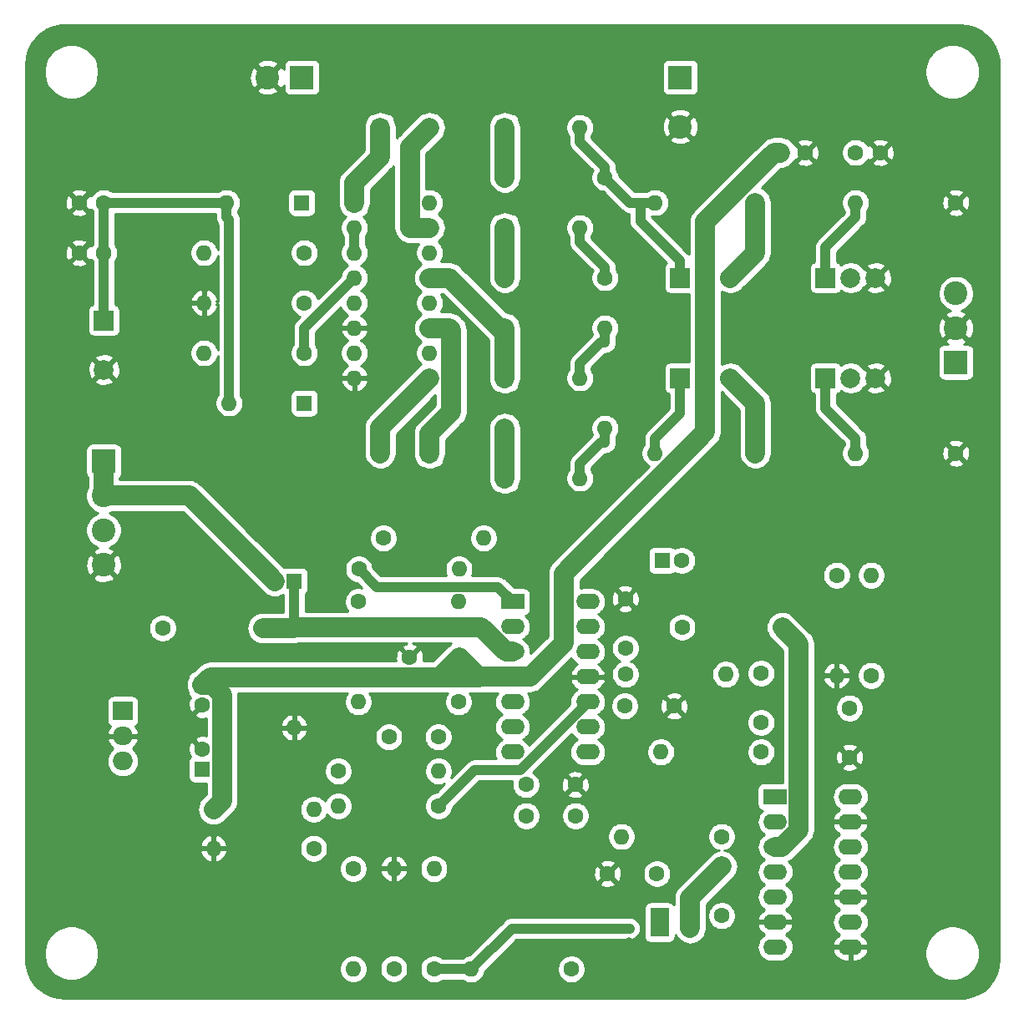
<source format=gbl>
G04 #@! TF.GenerationSoftware,KiCad,Pcbnew,(5.1.10-1-10_14)*
G04 #@! TF.CreationDate,2021-09-10T00:56:05+12:00*
G04 #@! TF.ProjectId,joint_pcb,6a6f696e-745f-4706-9362-2e6b69636164,rev?*
G04 #@! TF.SameCoordinates,Original*
G04 #@! TF.FileFunction,Copper,L2,Bot*
G04 #@! TF.FilePolarity,Positive*
%FSLAX46Y46*%
G04 Gerber Fmt 4.6, Leading zero omitted, Abs format (unit mm)*
G04 Created by KiCad (PCBNEW (5.1.10-1-10_14)) date 2021-09-10 00:56:05*
%MOMM*%
%LPD*%
G01*
G04 APERTURE LIST*
G04 #@! TA.AperFunction,ComponentPad*
%ADD10C,2.400000*%
G04 #@! TD*
G04 #@! TA.AperFunction,ComponentPad*
%ADD11R,2.400000X2.400000*%
G04 #@! TD*
G04 #@! TA.AperFunction,ComponentPad*
%ADD12C,1.600000*%
G04 #@! TD*
G04 #@! TA.AperFunction,ComponentPad*
%ADD13R,1.600000X1.600000*%
G04 #@! TD*
G04 #@! TA.AperFunction,ComponentPad*
%ADD14O,1.600000X1.600000*%
G04 #@! TD*
G04 #@! TA.AperFunction,ComponentPad*
%ADD15C,2.000000*%
G04 #@! TD*
G04 #@! TA.AperFunction,ComponentPad*
%ADD16R,2.000000X2.000000*%
G04 #@! TD*
G04 #@! TA.AperFunction,ComponentPad*
%ADD17R,2.400000X1.600000*%
G04 #@! TD*
G04 #@! TA.AperFunction,ComponentPad*
%ADD18O,2.400000X1.600000*%
G04 #@! TD*
G04 #@! TA.AperFunction,ComponentPad*
%ADD19C,0.500000*%
G04 #@! TD*
G04 #@! TA.AperFunction,SMDPad,CuDef*
%ADD20R,1.900000X2.900000*%
G04 #@! TD*
G04 #@! TA.AperFunction,ComponentPad*
%ADD21R,2.000000X1.905000*%
G04 #@! TD*
G04 #@! TA.AperFunction,ComponentPad*
%ADD22O,2.000000X1.905000*%
G04 #@! TD*
G04 #@! TA.AperFunction,ViaPad*
%ADD23C,0.800000*%
G04 #@! TD*
G04 #@! TA.AperFunction,Conductor*
%ADD24C,2.000000*%
G04 #@! TD*
G04 #@! TA.AperFunction,Conductor*
%ADD25C,1.000000*%
G04 #@! TD*
G04 #@! TA.AperFunction,Conductor*
%ADD26C,0.254000*%
G04 #@! TD*
G04 #@! TA.AperFunction,Conductor*
%ADD27C,0.100000*%
G04 #@! TD*
G04 APERTURE END LIST*
D10*
X147320000Y-72700000D03*
X147320000Y-76200000D03*
D11*
X147320000Y-79700000D03*
D12*
X119551200Y-99771200D03*
D13*
X117551200Y-99771200D03*
D14*
X129717800Y-106553000D03*
D12*
X119557800Y-106553000D03*
D10*
X60934600Y-100212800D03*
X60934600Y-96712800D03*
X60934600Y-93212800D03*
D11*
X60934600Y-89712800D03*
D14*
X93980000Y-63500000D03*
X86360000Y-81280000D03*
X93980000Y-66040000D03*
X86360000Y-78740000D03*
X93980000Y-68580000D03*
X86360000Y-76200000D03*
X93980000Y-71120000D03*
X86360000Y-73660000D03*
X93980000Y-73660000D03*
X86360000Y-71120000D03*
X93980000Y-76200000D03*
X86360000Y-68580000D03*
X93980000Y-78740000D03*
X86360000Y-66040000D03*
X93980000Y-81280000D03*
D13*
X86360000Y-63500000D03*
D14*
X111760000Y-86360000D03*
D12*
X101600000Y-86360000D03*
D14*
X111760000Y-76200000D03*
D12*
X101600000Y-76200000D03*
D14*
X116840000Y-88900000D03*
D12*
X127000000Y-88900000D03*
D14*
X137160000Y-88900000D03*
D12*
X147320000Y-88900000D03*
D14*
X137160000Y-63500000D03*
D12*
X147320000Y-63500000D03*
D14*
X116840000Y-63500000D03*
D12*
X127000000Y-63500000D03*
D14*
X101600000Y-71120000D03*
D12*
X111760000Y-71120000D03*
D14*
X101600000Y-60960000D03*
D12*
X111760000Y-60960000D03*
D14*
X71120000Y-73660000D03*
D12*
X81280000Y-73660000D03*
D14*
X71120000Y-68580000D03*
D12*
X81280000Y-68580000D03*
D14*
X71120000Y-78740000D03*
D12*
X81280000Y-78740000D03*
D15*
X139192000Y-81280000D03*
X136652000Y-81280000D03*
D16*
X134112000Y-81280000D03*
D15*
X124460000Y-81280000D03*
X121920000Y-81280000D03*
D16*
X119380000Y-81280000D03*
D15*
X139192000Y-71120000D03*
X136652000Y-71120000D03*
D16*
X134112000Y-71120000D03*
D15*
X124460000Y-71120000D03*
X121920000Y-71120000D03*
D16*
X119380000Y-71120000D03*
D10*
X77526000Y-50800000D03*
D11*
X81026000Y-50800000D03*
D14*
X109220000Y-91440000D03*
D13*
X101600000Y-91440000D03*
D14*
X109220000Y-81280000D03*
D13*
X101600000Y-81280000D03*
D14*
X109220000Y-66040000D03*
D13*
X101600000Y-66040000D03*
D14*
X109220000Y-55880000D03*
D13*
X101600000Y-55880000D03*
D14*
X73406000Y-63500000D03*
D13*
X81026000Y-63500000D03*
D14*
X73660000Y-83820000D03*
D13*
X81280000Y-83820000D03*
D12*
X132040000Y-58420000D03*
X129540000Y-58420000D03*
X139660000Y-58420000D03*
X137160000Y-58420000D03*
D10*
X119380000Y-55800000D03*
D11*
X119380000Y-50800000D03*
D12*
X93980000Y-55880000D03*
D13*
X88980000Y-55880000D03*
D12*
X88980000Y-88900000D03*
D13*
X93980000Y-88900000D03*
D12*
X58460000Y-68580000D03*
X60960000Y-68580000D03*
X58460000Y-63500000D03*
X60960000Y-63500000D03*
D15*
X60960000Y-80438000D03*
D16*
X60960000Y-75438000D03*
D13*
X70942200Y-112395000D03*
D12*
X70942200Y-114395000D03*
X70942200Y-118929400D03*
D13*
X70942200Y-120929400D03*
D14*
X99441000Y-97510600D03*
D12*
X89281000Y-97510600D03*
D14*
X96951800Y-100660200D03*
D12*
X86791800Y-100660200D03*
X86741000Y-103962200D03*
D14*
X96901000Y-103962200D03*
D12*
X113817400Y-111328200D03*
D14*
X123977400Y-111328200D03*
D12*
X89839800Y-117678200D03*
X94839800Y-117678200D03*
X103759000Y-125653800D03*
X108759000Y-125653800D03*
X127584200Y-116205000D03*
X127584200Y-111205000D03*
D13*
X80264000Y-101854000D03*
D12*
X78264000Y-101854000D03*
X103737400Y-122504200D03*
X108737400Y-122504200D03*
X113745000Y-114528600D03*
X118745000Y-114528600D03*
X113817400Y-103657400D03*
X113817400Y-108657400D03*
X123596400Y-135788400D03*
X123596400Y-130788400D03*
D17*
X129006600Y-123723400D03*
D18*
X136626600Y-138963400D03*
X129006600Y-126263400D03*
X136626600Y-136423400D03*
X129006600Y-128803400D03*
X136626600Y-133883400D03*
X129006600Y-131343400D03*
X136626600Y-131343400D03*
X129006600Y-133883400D03*
X136626600Y-128803400D03*
X129006600Y-136423400D03*
X136626600Y-126263400D03*
X129006600Y-138963400D03*
X136626600Y-123723400D03*
D19*
X116597200Y-135248800D03*
X117997200Y-135248800D03*
X116597200Y-136448800D03*
X117997200Y-136448800D03*
X116597200Y-137648800D03*
X117997200Y-137648800D03*
D20*
X117297200Y-136448800D03*
D14*
X77063600Y-106629200D03*
D12*
X66903600Y-106629200D03*
X96901000Y-114122200D03*
D14*
X86741000Y-114122200D03*
D12*
X80238600Y-106553000D03*
D14*
X80238600Y-116713000D03*
X138734800Y-101269800D03*
D12*
X138734800Y-111429800D03*
D14*
X94869000Y-121132600D03*
D12*
X84709000Y-121132600D03*
X94869000Y-124663200D03*
D14*
X84709000Y-124663200D03*
D12*
X127584200Y-119202200D03*
D14*
X117424200Y-119202200D03*
X135229600Y-111429800D03*
D12*
X135229600Y-101269800D03*
X123596400Y-127762000D03*
D14*
X113436400Y-127762000D03*
D12*
X94411800Y-141198600D03*
D14*
X94411800Y-131038600D03*
X98196400Y-141198600D03*
D12*
X108356400Y-141198600D03*
D14*
X86233000Y-141173200D03*
D12*
X86233000Y-131013200D03*
X90347800Y-141147800D03*
D14*
X90347800Y-130987800D03*
D18*
X110007400Y-103962200D03*
X102387400Y-119202200D03*
X110007400Y-106502200D03*
X102387400Y-116662200D03*
X110007400Y-109042200D03*
X102387400Y-114122200D03*
X110007400Y-111582200D03*
X102387400Y-111582200D03*
X110007400Y-114122200D03*
X102387400Y-109042200D03*
X110007400Y-116662200D03*
X102387400Y-106502200D03*
X110007400Y-119202200D03*
D17*
X102387400Y-103962200D03*
D21*
X62865000Y-115036600D03*
D22*
X62865000Y-117576600D03*
X62865000Y-120116600D03*
D14*
X82228001Y-124994401D03*
D12*
X72068001Y-124994401D03*
X82219800Y-128955800D03*
D14*
X72059800Y-128955800D03*
D12*
X96951800Y-109601000D03*
X91951800Y-109601000D03*
X136550400Y-119731800D03*
X136550400Y-114731800D03*
X117014000Y-131521200D03*
X112014000Y-131521200D03*
D23*
X114198400Y-138379200D03*
X120396000Y-137058400D03*
X114223800Y-137083800D03*
D24*
X60934600Y-89712800D02*
X60934600Y-93212800D01*
X69622800Y-93212800D02*
X78264000Y-101854000D01*
X60934600Y-93212800D02*
X69622800Y-93212800D01*
X121920000Y-71120000D02*
X121920000Y-65441200D01*
X121920000Y-65441200D02*
X128941200Y-58420000D01*
X128941200Y-58420000D02*
X129540000Y-58420000D01*
X121920000Y-81280000D02*
X121920000Y-71120000D01*
X94951799Y-111601001D02*
X96951800Y-109601000D01*
X90991799Y-111601001D02*
X94951799Y-111601001D01*
X98933000Y-111582200D02*
X102387400Y-111582200D01*
X96951800Y-109601000D02*
X98933000Y-111582200D01*
X98914199Y-111601001D02*
X98933000Y-111582200D01*
X94951799Y-111601001D02*
X98914199Y-111601001D01*
X72942201Y-124120201D02*
X72068001Y-124994401D01*
X72942201Y-113434999D02*
X72942201Y-124120201D01*
X71902201Y-112394999D02*
X72942201Y-113434999D01*
X70942200Y-112395000D02*
X71902201Y-112394999D01*
X71736199Y-111601001D02*
X90991799Y-111601001D01*
X70942200Y-112395000D02*
X71736199Y-111601001D01*
X104787401Y-110950620D02*
X104155821Y-111582200D01*
X104155821Y-111582200D02*
X102387400Y-111582200D01*
X121920000Y-81280000D02*
X121920000Y-86780002D01*
X107607390Y-101092612D02*
X121920000Y-86780002D01*
X107607390Y-108130631D02*
X107607390Y-101092612D01*
X104155821Y-111582200D02*
X107607390Y-108130631D01*
X101698959Y-109042200D02*
X102387400Y-109042200D01*
X99209759Y-106553000D02*
X101698959Y-109042200D01*
X80238600Y-106553000D02*
X99209759Y-106553000D01*
D25*
X80264000Y-106527600D02*
X80238600Y-106553000D01*
X80264000Y-101854000D02*
X80264000Y-106527600D01*
D24*
X80162400Y-106629200D02*
X80238600Y-106553000D01*
X77063600Y-106629200D02*
X80162400Y-106629200D01*
D25*
X98528001Y-121004199D02*
X94869000Y-124663200D01*
X103144067Y-121004199D02*
X98528001Y-121004199D01*
X110007400Y-114140866D02*
X103144067Y-121004199D01*
X110007400Y-114122200D02*
X110007400Y-114140866D01*
D24*
X88980000Y-88900000D02*
X88980000Y-86280000D01*
X88980000Y-86280000D02*
X93980000Y-81280000D01*
X86360000Y-63500000D02*
X86360000Y-61499700D01*
X88980000Y-55880000D02*
X88980000Y-58879700D01*
X88980000Y-58879700D02*
X86360000Y-61499700D01*
D25*
X119380000Y-71120000D02*
X119380000Y-69419700D01*
X115339700Y-63500000D02*
X114300000Y-63500000D01*
X114300000Y-63500000D02*
X111760000Y-60960000D01*
X119380000Y-69419700D02*
X115339700Y-65379400D01*
X115339700Y-65379400D02*
X115339700Y-63500000D01*
X116840000Y-63500000D02*
X115339700Y-63500000D01*
X109220000Y-55880000D02*
X109220000Y-57380300D01*
X109220000Y-57380300D02*
X111760000Y-59920300D01*
X111760000Y-59920300D02*
X111760000Y-60960000D01*
D24*
X101600000Y-55880000D02*
X101600000Y-60960000D01*
D25*
X137160000Y-63500000D02*
X137160000Y-65000300D01*
X134112000Y-71120000D02*
X134112000Y-68048300D01*
X134112000Y-68048300D02*
X137160000Y-65000300D01*
X109220000Y-66040000D02*
X109220000Y-67540300D01*
X109220000Y-67540300D02*
X111760000Y-70080300D01*
X111760000Y-70080300D02*
X111760000Y-71120000D01*
D24*
X101600000Y-66040000D02*
X101600000Y-71120000D01*
D25*
X137160000Y-88900000D02*
X137160000Y-87399700D01*
X134112000Y-81280000D02*
X134112000Y-84351700D01*
X134112000Y-84351700D02*
X137160000Y-87399700D01*
X111760000Y-76200000D02*
X111760000Y-77700300D01*
X109220000Y-81280000D02*
X109220000Y-79779700D01*
X109220000Y-79779700D02*
X111299400Y-77700300D01*
X111299400Y-77700300D02*
X111760000Y-77700300D01*
D24*
X101600000Y-76200000D02*
X101060300Y-76200000D01*
X101060300Y-76200000D02*
X95980300Y-71120000D01*
X101600000Y-81280000D02*
X101600000Y-76200000D01*
X93980000Y-71120000D02*
X95980300Y-71120000D01*
D25*
X116840000Y-88900000D02*
X116840000Y-87399700D01*
X119380000Y-81280000D02*
X119380000Y-84859700D01*
X119380000Y-84859700D02*
X116840000Y-87399700D01*
X111760000Y-86360000D02*
X111760000Y-87860300D01*
X109220000Y-91440000D02*
X109220000Y-89939700D01*
X109220000Y-89939700D02*
X111299400Y-87860300D01*
X111299400Y-87860300D02*
X111760000Y-87860300D01*
D24*
X101600000Y-91440000D02*
X101600000Y-86360000D01*
X131406610Y-127091831D02*
X129695041Y-128803400D01*
X131406610Y-108241810D02*
X131406610Y-127091831D01*
X129695041Y-128803400D02*
X129006600Y-128803400D01*
X129717800Y-106553000D02*
X131406610Y-108241810D01*
D25*
X86360000Y-71120000D02*
X81280000Y-76200000D01*
X81280000Y-76200000D02*
X81280000Y-78740000D01*
X86360000Y-66040000D02*
X86360000Y-68580000D01*
D24*
X124460000Y-81280000D02*
X127000000Y-83820000D01*
X127000000Y-83820000D02*
X127000000Y-88900000D01*
X93980000Y-86899700D02*
X96180300Y-84699400D01*
X96180300Y-84699400D02*
X96180300Y-76400000D01*
X96180300Y-76400000D02*
X95980300Y-76200000D01*
X93980000Y-76200000D02*
X95980300Y-76200000D01*
X93980000Y-88900000D02*
X93980000Y-86899700D01*
X124460000Y-71120000D02*
X127000000Y-68580000D01*
X127000000Y-68580000D02*
X127000000Y-63500000D01*
X93980000Y-66040000D02*
X91979700Y-66040000D01*
X93980000Y-55880000D02*
X91979700Y-57880300D01*
X91979700Y-57880300D02*
X91979700Y-66040000D01*
D25*
X73406000Y-63500000D02*
X73406000Y-65000300D01*
X73660000Y-83820000D02*
X73660000Y-65254300D01*
X73660000Y-65254300D02*
X73406000Y-65000300D01*
X60960000Y-63500000D02*
X60960000Y-68580000D01*
X60960000Y-75438000D02*
X60960000Y-68580000D01*
X60960000Y-63500000D02*
X73406000Y-63500000D01*
D24*
X120396000Y-133988800D02*
X123596400Y-130788400D01*
X120396000Y-137058400D02*
X120396000Y-133988800D01*
D25*
X94411800Y-141198600D02*
X98196400Y-141198600D01*
X102311200Y-137083800D02*
X114223800Y-137083800D01*
X98196400Y-141198600D02*
X102311200Y-137083800D01*
X100887399Y-102462199D02*
X102387400Y-103962200D01*
X88593799Y-102462199D02*
X100887399Y-102462199D01*
X86791800Y-100660200D02*
X88593799Y-102462199D01*
D26*
X148440857Y-45580691D02*
X149138341Y-45777402D01*
X149788302Y-46097927D01*
X150368972Y-46531533D01*
X150860896Y-47063695D01*
X151247604Y-47676591D01*
X151516145Y-48349694D01*
X151660071Y-49073255D01*
X151682001Y-49491711D01*
X151682000Y-140172944D01*
X151612909Y-140924853D01*
X151416198Y-141622341D01*
X151095670Y-142272307D01*
X150662067Y-142852972D01*
X150129908Y-143344895D01*
X149517010Y-143731604D01*
X148843906Y-144000145D01*
X148120338Y-144144072D01*
X147701909Y-144166000D01*
X57020656Y-144166000D01*
X56268747Y-144096909D01*
X55571259Y-143900198D01*
X54921293Y-143579670D01*
X54340628Y-143146067D01*
X53848705Y-142613908D01*
X53461996Y-142001010D01*
X53193455Y-141327906D01*
X53049528Y-140604338D01*
X53027600Y-140185909D01*
X53027600Y-139324101D01*
X54873000Y-139324101D01*
X54873000Y-139872699D01*
X54980026Y-140410754D01*
X55189965Y-140917592D01*
X55494750Y-141373734D01*
X55882666Y-141761650D01*
X56338808Y-142066435D01*
X56845646Y-142276374D01*
X57383701Y-142383400D01*
X57932299Y-142383400D01*
X58470354Y-142276374D01*
X58977192Y-142066435D01*
X59433334Y-141761650D01*
X59821250Y-141373734D01*
X60049680Y-141031865D01*
X84798000Y-141031865D01*
X84798000Y-141314535D01*
X84853147Y-141591774D01*
X84961320Y-141852927D01*
X85118363Y-142087959D01*
X85318241Y-142287837D01*
X85553273Y-142444880D01*
X85814426Y-142553053D01*
X86091665Y-142608200D01*
X86374335Y-142608200D01*
X86651574Y-142553053D01*
X86912727Y-142444880D01*
X87147759Y-142287837D01*
X87347637Y-142087959D01*
X87504680Y-141852927D01*
X87612853Y-141591774D01*
X87668000Y-141314535D01*
X87668000Y-141031865D01*
X87662948Y-141006465D01*
X88912800Y-141006465D01*
X88912800Y-141289135D01*
X88967947Y-141566374D01*
X89076120Y-141827527D01*
X89233163Y-142062559D01*
X89433041Y-142262437D01*
X89668073Y-142419480D01*
X89929226Y-142527653D01*
X90206465Y-142582800D01*
X90489135Y-142582800D01*
X90766374Y-142527653D01*
X91027527Y-142419480D01*
X91262559Y-142262437D01*
X91462437Y-142062559D01*
X91619480Y-141827527D01*
X91727653Y-141566374D01*
X91782800Y-141289135D01*
X91782800Y-141057265D01*
X92976800Y-141057265D01*
X92976800Y-141339935D01*
X93031947Y-141617174D01*
X93140120Y-141878327D01*
X93297163Y-142113359D01*
X93497041Y-142313237D01*
X93732073Y-142470280D01*
X93993226Y-142578453D01*
X94270465Y-142633600D01*
X94553135Y-142633600D01*
X94830374Y-142578453D01*
X95091527Y-142470280D01*
X95296084Y-142333600D01*
X97312116Y-142333600D01*
X97516673Y-142470280D01*
X97777826Y-142578453D01*
X98055065Y-142633600D01*
X98337735Y-142633600D01*
X98614974Y-142578453D01*
X98876127Y-142470280D01*
X99111159Y-142313237D01*
X99311037Y-142113359D01*
X99468080Y-141878327D01*
X99576253Y-141617174D01*
X99624250Y-141375881D01*
X99942866Y-141057265D01*
X106921400Y-141057265D01*
X106921400Y-141339935D01*
X106976547Y-141617174D01*
X107084720Y-141878327D01*
X107241763Y-142113359D01*
X107441641Y-142313237D01*
X107676673Y-142470280D01*
X107937826Y-142578453D01*
X108215065Y-142633600D01*
X108497735Y-142633600D01*
X108774974Y-142578453D01*
X109036127Y-142470280D01*
X109271159Y-142313237D01*
X109471037Y-142113359D01*
X109628080Y-141878327D01*
X109736253Y-141617174D01*
X109791400Y-141339935D01*
X109791400Y-141057265D01*
X109736253Y-140780026D01*
X109628080Y-140518873D01*
X109471037Y-140283841D01*
X109271159Y-140083963D01*
X109036127Y-139926920D01*
X108774974Y-139818747D01*
X108497735Y-139763600D01*
X108215065Y-139763600D01*
X107937826Y-139818747D01*
X107676673Y-139926920D01*
X107441641Y-140083963D01*
X107241763Y-140283841D01*
X107084720Y-140518873D01*
X106976547Y-140780026D01*
X106921400Y-141057265D01*
X99942866Y-141057265D01*
X102036731Y-138963400D01*
X127164657Y-138963400D01*
X127192364Y-139244709D01*
X127274418Y-139515208D01*
X127407668Y-139764501D01*
X127586992Y-139983008D01*
X127805499Y-140162332D01*
X128054792Y-140295582D01*
X128325291Y-140377636D01*
X128536108Y-140398400D01*
X129477092Y-140398400D01*
X129687909Y-140377636D01*
X129958408Y-140295582D01*
X130207701Y-140162332D01*
X130426208Y-139983008D01*
X130605532Y-139764501D01*
X130738782Y-139515208D01*
X130800290Y-139312439D01*
X134834696Y-139312439D01*
X134852233Y-139395218D01*
X134962885Y-139655046D01*
X135122100Y-139888295D01*
X135323761Y-140086001D01*
X135560117Y-140240566D01*
X135822086Y-140346050D01*
X136099600Y-140398400D01*
X136499600Y-140398400D01*
X136499600Y-139090400D01*
X136753600Y-139090400D01*
X136753600Y-140398400D01*
X137153600Y-140398400D01*
X137431114Y-140346050D01*
X137693083Y-140240566D01*
X137929439Y-140086001D01*
X138131100Y-139888295D01*
X138290315Y-139655046D01*
X138400967Y-139395218D01*
X138416033Y-139324101D01*
X144179400Y-139324101D01*
X144179400Y-139872699D01*
X144286426Y-140410754D01*
X144496365Y-140917592D01*
X144801150Y-141373734D01*
X145189066Y-141761650D01*
X145645208Y-142066435D01*
X146152046Y-142276374D01*
X146690101Y-142383400D01*
X147238699Y-142383400D01*
X147776754Y-142276374D01*
X148283592Y-142066435D01*
X148739734Y-141761650D01*
X149127650Y-141373734D01*
X149432435Y-140917592D01*
X149642374Y-140410754D01*
X149749400Y-139872699D01*
X149749400Y-139324101D01*
X149642374Y-138786046D01*
X149432435Y-138279208D01*
X149127650Y-137823066D01*
X148739734Y-137435150D01*
X148283592Y-137130365D01*
X147776754Y-136920426D01*
X147238699Y-136813400D01*
X146690101Y-136813400D01*
X146152046Y-136920426D01*
X145645208Y-137130365D01*
X145189066Y-137435150D01*
X144801150Y-137823066D01*
X144496365Y-138279208D01*
X144286426Y-138786046D01*
X144179400Y-139324101D01*
X138416033Y-139324101D01*
X138418504Y-139312439D01*
X138296515Y-139090400D01*
X136753600Y-139090400D01*
X136499600Y-139090400D01*
X134956685Y-139090400D01*
X134834696Y-139312439D01*
X130800290Y-139312439D01*
X130820836Y-139244709D01*
X130848543Y-138963400D01*
X130820836Y-138682091D01*
X130738782Y-138411592D01*
X130605532Y-138162299D01*
X130426208Y-137943792D01*
X130207701Y-137764468D01*
X130079859Y-137696135D01*
X130309439Y-137546001D01*
X130511100Y-137348295D01*
X130670315Y-137115046D01*
X130780967Y-136855218D01*
X130798504Y-136772439D01*
X130676515Y-136550400D01*
X129133600Y-136550400D01*
X129133600Y-136570400D01*
X128879600Y-136570400D01*
X128879600Y-136550400D01*
X127336685Y-136550400D01*
X127214696Y-136772439D01*
X127232233Y-136855218D01*
X127342885Y-137115046D01*
X127502100Y-137348295D01*
X127703761Y-137546001D01*
X127933341Y-137696135D01*
X127805499Y-137764468D01*
X127586992Y-137943792D01*
X127407668Y-138162299D01*
X127274418Y-138411592D01*
X127192364Y-138682091D01*
X127164657Y-138963400D01*
X102036731Y-138963400D01*
X102781332Y-138218800D01*
X114279552Y-138218800D01*
X114446299Y-138202377D01*
X114660247Y-138137476D01*
X114857423Y-138032084D01*
X115030249Y-137890249D01*
X115172084Y-137717423D01*
X115277476Y-137520247D01*
X115342377Y-137306299D01*
X115364291Y-137083800D01*
X115342377Y-136861301D01*
X115277476Y-136647353D01*
X115172084Y-136450177D01*
X115030249Y-136277351D01*
X114857423Y-136135516D01*
X114660247Y-136030124D01*
X114446299Y-135965223D01*
X114279552Y-135948800D01*
X102366951Y-135948800D01*
X102311200Y-135943309D01*
X102255448Y-135948800D01*
X102088701Y-135965223D01*
X101874753Y-136030124D01*
X101677577Y-136135516D01*
X101504751Y-136277351D01*
X101469209Y-136320659D01*
X98019119Y-139770750D01*
X97777826Y-139818747D01*
X97516673Y-139926920D01*
X97312116Y-140063600D01*
X95296084Y-140063600D01*
X95091527Y-139926920D01*
X94830374Y-139818747D01*
X94553135Y-139763600D01*
X94270465Y-139763600D01*
X93993226Y-139818747D01*
X93732073Y-139926920D01*
X93497041Y-140083963D01*
X93297163Y-140283841D01*
X93140120Y-140518873D01*
X93031947Y-140780026D01*
X92976800Y-141057265D01*
X91782800Y-141057265D01*
X91782800Y-141006465D01*
X91727653Y-140729226D01*
X91619480Y-140468073D01*
X91462437Y-140233041D01*
X91262559Y-140033163D01*
X91027527Y-139876120D01*
X90766374Y-139767947D01*
X90489135Y-139712800D01*
X90206465Y-139712800D01*
X89929226Y-139767947D01*
X89668073Y-139876120D01*
X89433041Y-140033163D01*
X89233163Y-140233041D01*
X89076120Y-140468073D01*
X88967947Y-140729226D01*
X88912800Y-141006465D01*
X87662948Y-141006465D01*
X87612853Y-140754626D01*
X87504680Y-140493473D01*
X87347637Y-140258441D01*
X87147759Y-140058563D01*
X86912727Y-139901520D01*
X86651574Y-139793347D01*
X86374335Y-139738200D01*
X86091665Y-139738200D01*
X85814426Y-139793347D01*
X85553273Y-139901520D01*
X85318241Y-140058563D01*
X85118363Y-140258441D01*
X84961320Y-140493473D01*
X84853147Y-140754626D01*
X84798000Y-141031865D01*
X60049680Y-141031865D01*
X60126035Y-140917592D01*
X60335974Y-140410754D01*
X60443000Y-139872699D01*
X60443000Y-139324101D01*
X60335974Y-138786046D01*
X60126035Y-138279208D01*
X59821250Y-137823066D01*
X59433334Y-137435150D01*
X58977192Y-137130365D01*
X58470354Y-136920426D01*
X57932299Y-136813400D01*
X57383701Y-136813400D01*
X56845646Y-136920426D01*
X56338808Y-137130365D01*
X55882666Y-137435150D01*
X55494750Y-137823066D01*
X55189965Y-138279208D01*
X54980026Y-138786046D01*
X54873000Y-139324101D01*
X53027600Y-139324101D01*
X53027600Y-134998800D01*
X115709128Y-134998800D01*
X115709128Y-137898800D01*
X115721388Y-138023282D01*
X115757698Y-138142980D01*
X115816663Y-138253294D01*
X115896015Y-138349985D01*
X115992706Y-138429337D01*
X116103020Y-138488302D01*
X116222718Y-138524612D01*
X116347200Y-138536872D01*
X118247200Y-138536872D01*
X118371682Y-138524612D01*
X118491380Y-138488302D01*
X118601694Y-138429337D01*
X118698385Y-138349985D01*
X118777737Y-138253294D01*
X118836702Y-138142980D01*
X118873012Y-138023282D01*
X118885272Y-137898800D01*
X118885272Y-137700442D01*
X119029969Y-137971151D01*
X119234286Y-138220114D01*
X119483248Y-138424431D01*
X119767285Y-138576252D01*
X120075484Y-138669743D01*
X120396000Y-138701311D01*
X120716515Y-138669743D01*
X121024714Y-138576252D01*
X121308751Y-138424431D01*
X121557714Y-138220114D01*
X121762031Y-137971152D01*
X121913852Y-137687115D01*
X122007343Y-137378916D01*
X122031000Y-137138722D01*
X122031000Y-135647065D01*
X122161400Y-135647065D01*
X122161400Y-135929735D01*
X122216547Y-136206974D01*
X122324720Y-136468127D01*
X122481763Y-136703159D01*
X122681641Y-136903037D01*
X122916673Y-137060080D01*
X123177826Y-137168253D01*
X123455065Y-137223400D01*
X123737735Y-137223400D01*
X124014974Y-137168253D01*
X124276127Y-137060080D01*
X124511159Y-136903037D01*
X124711037Y-136703159D01*
X124868080Y-136468127D01*
X124886606Y-136423400D01*
X134784657Y-136423400D01*
X134812364Y-136704709D01*
X134894418Y-136975208D01*
X135027668Y-137224501D01*
X135206992Y-137443008D01*
X135425499Y-137622332D01*
X135553341Y-137690665D01*
X135323761Y-137840799D01*
X135122100Y-138038505D01*
X134962885Y-138271754D01*
X134852233Y-138531582D01*
X134834696Y-138614361D01*
X134956685Y-138836400D01*
X136499600Y-138836400D01*
X136499600Y-138816400D01*
X136753600Y-138816400D01*
X136753600Y-138836400D01*
X138296515Y-138836400D01*
X138418504Y-138614361D01*
X138400967Y-138531582D01*
X138290315Y-138271754D01*
X138131100Y-138038505D01*
X137929439Y-137840799D01*
X137699859Y-137690665D01*
X137827701Y-137622332D01*
X138046208Y-137443008D01*
X138225532Y-137224501D01*
X138358782Y-136975208D01*
X138440836Y-136704709D01*
X138468543Y-136423400D01*
X138440836Y-136142091D01*
X138358782Y-135871592D01*
X138225532Y-135622299D01*
X138046208Y-135403792D01*
X137827701Y-135224468D01*
X137699859Y-135156135D01*
X137929439Y-135006001D01*
X138131100Y-134808295D01*
X138290315Y-134575046D01*
X138400967Y-134315218D01*
X138418504Y-134232439D01*
X138296515Y-134010400D01*
X136753600Y-134010400D01*
X136753600Y-134030400D01*
X136499600Y-134030400D01*
X136499600Y-134010400D01*
X134956685Y-134010400D01*
X134834696Y-134232439D01*
X134852233Y-134315218D01*
X134962885Y-134575046D01*
X135122100Y-134808295D01*
X135323761Y-135006001D01*
X135553341Y-135156135D01*
X135425499Y-135224468D01*
X135206992Y-135403792D01*
X135027668Y-135622299D01*
X134894418Y-135871592D01*
X134812364Y-136142091D01*
X134784657Y-136423400D01*
X124886606Y-136423400D01*
X124976253Y-136206974D01*
X125031400Y-135929735D01*
X125031400Y-135647065D01*
X124976253Y-135369826D01*
X124868080Y-135108673D01*
X124711037Y-134873641D01*
X124511159Y-134673763D01*
X124276127Y-134516720D01*
X124014974Y-134408547D01*
X123737735Y-134353400D01*
X123455065Y-134353400D01*
X123177826Y-134408547D01*
X122916673Y-134516720D01*
X122681641Y-134673763D01*
X122481763Y-134873641D01*
X122324720Y-135108673D01*
X122216547Y-135369826D01*
X122161400Y-135647065D01*
X122031000Y-135647065D01*
X122031000Y-134666038D01*
X124809315Y-131887724D01*
X124962430Y-131701153D01*
X125114252Y-131417115D01*
X125207742Y-131108917D01*
X125239311Y-130788401D01*
X125207742Y-130467884D01*
X125114252Y-130159686D01*
X124962430Y-129875648D01*
X124758113Y-129626687D01*
X124509152Y-129422370D01*
X124225114Y-129270548D01*
X123916916Y-129177058D01*
X123864127Y-129171859D01*
X124014974Y-129141853D01*
X124276127Y-129033680D01*
X124511159Y-128876637D01*
X124711037Y-128676759D01*
X124868080Y-128441727D01*
X124976253Y-128180574D01*
X125031400Y-127903335D01*
X125031400Y-127620665D01*
X124976253Y-127343426D01*
X124868080Y-127082273D01*
X124711037Y-126847241D01*
X124511159Y-126647363D01*
X124276127Y-126490320D01*
X124014974Y-126382147D01*
X123737735Y-126327000D01*
X123455065Y-126327000D01*
X123177826Y-126382147D01*
X122916673Y-126490320D01*
X122681641Y-126647363D01*
X122481763Y-126847241D01*
X122324720Y-127082273D01*
X122216547Y-127343426D01*
X122161400Y-127620665D01*
X122161400Y-127903335D01*
X122216547Y-128180574D01*
X122324720Y-128441727D01*
X122481763Y-128676759D01*
X122681641Y-128876637D01*
X122916673Y-129033680D01*
X123177826Y-129141853D01*
X123328672Y-129171859D01*
X123275883Y-129177058D01*
X122967685Y-129270548D01*
X122683647Y-129422370D01*
X122497076Y-129575485D01*
X119296682Y-132775880D01*
X119234287Y-132827086D01*
X119126435Y-132958505D01*
X119029970Y-133076048D01*
X118878148Y-133360086D01*
X118784658Y-133668284D01*
X118753089Y-133988800D01*
X118761001Y-134069129D01*
X118761001Y-134623913D01*
X118698385Y-134547615D01*
X118601694Y-134468263D01*
X118491380Y-134409298D01*
X118371682Y-134372988D01*
X118247200Y-134360728D01*
X116347200Y-134360728D01*
X116222718Y-134372988D01*
X116103020Y-134409298D01*
X115992706Y-134468263D01*
X115896015Y-134547615D01*
X115816663Y-134644306D01*
X115757698Y-134754620D01*
X115721388Y-134874318D01*
X115709128Y-134998800D01*
X53027600Y-134998800D01*
X53027600Y-132513902D01*
X111200903Y-132513902D01*
X111272486Y-132757871D01*
X111527996Y-132878771D01*
X111802184Y-132947500D01*
X112084512Y-132961417D01*
X112364130Y-132919987D01*
X112630292Y-132824803D01*
X112755514Y-132757871D01*
X112827097Y-132513902D01*
X112014000Y-131700805D01*
X111200903Y-132513902D01*
X53027600Y-132513902D01*
X53027600Y-130871865D01*
X84798000Y-130871865D01*
X84798000Y-131154535D01*
X84853147Y-131431774D01*
X84961320Y-131692927D01*
X85118363Y-131927959D01*
X85318241Y-132127837D01*
X85553273Y-132284880D01*
X85814426Y-132393053D01*
X86091665Y-132448200D01*
X86374335Y-132448200D01*
X86651574Y-132393053D01*
X86912727Y-132284880D01*
X87147759Y-132127837D01*
X87347637Y-131927959D01*
X87504680Y-131692927D01*
X87612853Y-131431774D01*
X87631736Y-131336840D01*
X88955891Y-131336840D01*
X89050730Y-131601681D01*
X89195415Y-131842931D01*
X89384386Y-132051319D01*
X89610380Y-132218837D01*
X89864713Y-132339046D01*
X89998761Y-132379704D01*
X90220800Y-132257715D01*
X90220800Y-131114800D01*
X90474800Y-131114800D01*
X90474800Y-132257715D01*
X90696839Y-132379704D01*
X90830887Y-132339046D01*
X91085220Y-132218837D01*
X91311214Y-132051319D01*
X91500185Y-131842931D01*
X91644870Y-131601681D01*
X91739709Y-131336840D01*
X91618424Y-131114800D01*
X90474800Y-131114800D01*
X90220800Y-131114800D01*
X89077176Y-131114800D01*
X88955891Y-131336840D01*
X87631736Y-131336840D01*
X87668000Y-131154535D01*
X87668000Y-130897265D01*
X92976800Y-130897265D01*
X92976800Y-131179935D01*
X93031947Y-131457174D01*
X93140120Y-131718327D01*
X93297163Y-131953359D01*
X93497041Y-132153237D01*
X93732073Y-132310280D01*
X93993226Y-132418453D01*
X94270465Y-132473600D01*
X94553135Y-132473600D01*
X94830374Y-132418453D01*
X95091527Y-132310280D01*
X95326559Y-132153237D01*
X95526437Y-131953359D01*
X95683480Y-131718327D01*
X95735925Y-131591712D01*
X110573783Y-131591712D01*
X110615213Y-131871330D01*
X110710397Y-132137492D01*
X110777329Y-132262714D01*
X111021298Y-132334297D01*
X111834395Y-131521200D01*
X112193605Y-131521200D01*
X113006702Y-132334297D01*
X113250671Y-132262714D01*
X113371571Y-132007204D01*
X113440300Y-131733016D01*
X113454217Y-131450688D01*
X113443724Y-131379865D01*
X115579000Y-131379865D01*
X115579000Y-131662535D01*
X115634147Y-131939774D01*
X115742320Y-132200927D01*
X115899363Y-132435959D01*
X116099241Y-132635837D01*
X116334273Y-132792880D01*
X116595426Y-132901053D01*
X116872665Y-132956200D01*
X117155335Y-132956200D01*
X117432574Y-132901053D01*
X117693727Y-132792880D01*
X117928759Y-132635837D01*
X118128637Y-132435959D01*
X118285680Y-132200927D01*
X118393853Y-131939774D01*
X118449000Y-131662535D01*
X118449000Y-131379865D01*
X118393853Y-131102626D01*
X118285680Y-130841473D01*
X118128637Y-130606441D01*
X117928759Y-130406563D01*
X117693727Y-130249520D01*
X117432574Y-130141347D01*
X117155335Y-130086200D01*
X116872665Y-130086200D01*
X116595426Y-130141347D01*
X116334273Y-130249520D01*
X116099241Y-130406563D01*
X115899363Y-130606441D01*
X115742320Y-130841473D01*
X115634147Y-131102626D01*
X115579000Y-131379865D01*
X113443724Y-131379865D01*
X113412787Y-131171070D01*
X113317603Y-130904908D01*
X113250671Y-130779686D01*
X113006702Y-130708103D01*
X112193605Y-131521200D01*
X111834395Y-131521200D01*
X111021298Y-130708103D01*
X110777329Y-130779686D01*
X110656429Y-131035196D01*
X110587700Y-131309384D01*
X110573783Y-131591712D01*
X95735925Y-131591712D01*
X95791653Y-131457174D01*
X95846800Y-131179935D01*
X95846800Y-130897265D01*
X95791653Y-130620026D01*
X95753741Y-130528498D01*
X111200903Y-130528498D01*
X112014000Y-131341595D01*
X112827097Y-130528498D01*
X112755514Y-130284529D01*
X112500004Y-130163629D01*
X112225816Y-130094900D01*
X111943488Y-130080983D01*
X111663870Y-130122413D01*
X111397708Y-130217597D01*
X111272486Y-130284529D01*
X111200903Y-130528498D01*
X95753741Y-130528498D01*
X95683480Y-130358873D01*
X95526437Y-130123841D01*
X95326559Y-129923963D01*
X95091527Y-129766920D01*
X94830374Y-129658747D01*
X94553135Y-129603600D01*
X94270465Y-129603600D01*
X93993226Y-129658747D01*
X93732073Y-129766920D01*
X93497041Y-129923963D01*
X93297163Y-130123841D01*
X93140120Y-130358873D01*
X93031947Y-130620026D01*
X92976800Y-130897265D01*
X87668000Y-130897265D01*
X87668000Y-130871865D01*
X87621632Y-130638760D01*
X88955891Y-130638760D01*
X89077176Y-130860800D01*
X90220800Y-130860800D01*
X90220800Y-129717885D01*
X90474800Y-129717885D01*
X90474800Y-130860800D01*
X91618424Y-130860800D01*
X91739709Y-130638760D01*
X91644870Y-130373919D01*
X91500185Y-130132669D01*
X91311214Y-129924281D01*
X91085220Y-129756763D01*
X90830887Y-129636554D01*
X90696839Y-129595896D01*
X90474800Y-129717885D01*
X90220800Y-129717885D01*
X89998761Y-129595896D01*
X89864713Y-129636554D01*
X89610380Y-129756763D01*
X89384386Y-129924281D01*
X89195415Y-130132669D01*
X89050730Y-130373919D01*
X88955891Y-130638760D01*
X87621632Y-130638760D01*
X87612853Y-130594626D01*
X87504680Y-130333473D01*
X87347637Y-130098441D01*
X87147759Y-129898563D01*
X86912727Y-129741520D01*
X86651574Y-129633347D01*
X86374335Y-129578200D01*
X86091665Y-129578200D01*
X85814426Y-129633347D01*
X85553273Y-129741520D01*
X85318241Y-129898563D01*
X85118363Y-130098441D01*
X84961320Y-130333473D01*
X84853147Y-130594626D01*
X84798000Y-130871865D01*
X53027600Y-130871865D01*
X53027600Y-129304839D01*
X70667896Y-129304839D01*
X70708554Y-129438887D01*
X70828763Y-129693220D01*
X70996281Y-129919214D01*
X71204669Y-130108185D01*
X71445919Y-130252870D01*
X71710760Y-130347709D01*
X71932800Y-130226424D01*
X71932800Y-129082800D01*
X72186800Y-129082800D01*
X72186800Y-130226424D01*
X72408840Y-130347709D01*
X72673681Y-130252870D01*
X72914931Y-130108185D01*
X73123319Y-129919214D01*
X73290837Y-129693220D01*
X73411046Y-129438887D01*
X73451704Y-129304839D01*
X73329715Y-129082800D01*
X72186800Y-129082800D01*
X71932800Y-129082800D01*
X70789885Y-129082800D01*
X70667896Y-129304839D01*
X53027600Y-129304839D01*
X53027600Y-128606761D01*
X70667896Y-128606761D01*
X70789885Y-128828800D01*
X71932800Y-128828800D01*
X71932800Y-127685176D01*
X72186800Y-127685176D01*
X72186800Y-128828800D01*
X73329715Y-128828800D01*
X73337590Y-128814465D01*
X80784800Y-128814465D01*
X80784800Y-129097135D01*
X80839947Y-129374374D01*
X80948120Y-129635527D01*
X81105163Y-129870559D01*
X81305041Y-130070437D01*
X81540073Y-130227480D01*
X81801226Y-130335653D01*
X82078465Y-130390800D01*
X82361135Y-130390800D01*
X82638374Y-130335653D01*
X82899527Y-130227480D01*
X83134559Y-130070437D01*
X83334437Y-129870559D01*
X83491480Y-129635527D01*
X83599653Y-129374374D01*
X83654800Y-129097135D01*
X83654800Y-128814465D01*
X83599653Y-128537226D01*
X83491480Y-128276073D01*
X83334437Y-128041041D01*
X83134559Y-127841163D01*
X82899527Y-127684120D01*
X82746333Y-127620665D01*
X112001400Y-127620665D01*
X112001400Y-127903335D01*
X112056547Y-128180574D01*
X112164720Y-128441727D01*
X112321763Y-128676759D01*
X112521641Y-128876637D01*
X112756673Y-129033680D01*
X113017826Y-129141853D01*
X113295065Y-129197000D01*
X113577735Y-129197000D01*
X113854974Y-129141853D01*
X114116127Y-129033680D01*
X114351159Y-128876637D01*
X114551037Y-128676759D01*
X114708080Y-128441727D01*
X114816253Y-128180574D01*
X114871400Y-127903335D01*
X114871400Y-127620665D01*
X114816253Y-127343426D01*
X114708080Y-127082273D01*
X114551037Y-126847241D01*
X114351159Y-126647363D01*
X114116127Y-126490320D01*
X113854974Y-126382147D01*
X113577735Y-126327000D01*
X113295065Y-126327000D01*
X113017826Y-126382147D01*
X112756673Y-126490320D01*
X112521641Y-126647363D01*
X112321763Y-126847241D01*
X112164720Y-127082273D01*
X112056547Y-127343426D01*
X112001400Y-127620665D01*
X82746333Y-127620665D01*
X82638374Y-127575947D01*
X82361135Y-127520800D01*
X82078465Y-127520800D01*
X81801226Y-127575947D01*
X81540073Y-127684120D01*
X81305041Y-127841163D01*
X81105163Y-128041041D01*
X80948120Y-128276073D01*
X80839947Y-128537226D01*
X80784800Y-128814465D01*
X73337590Y-128814465D01*
X73451704Y-128606761D01*
X73411046Y-128472713D01*
X73290837Y-128218380D01*
X73123319Y-127992386D01*
X72914931Y-127803415D01*
X72673681Y-127658730D01*
X72408840Y-127563891D01*
X72186800Y-127685176D01*
X71932800Y-127685176D01*
X71710760Y-127563891D01*
X71445919Y-127658730D01*
X71204669Y-127803415D01*
X70996281Y-127992386D01*
X70828763Y-128218380D01*
X70708554Y-128472713D01*
X70667896Y-128606761D01*
X53027600Y-128606761D01*
X53027600Y-120116600D01*
X61222319Y-120116600D01*
X61252970Y-120427804D01*
X61343745Y-120727049D01*
X61491155Y-121002835D01*
X61689537Y-121244563D01*
X61931265Y-121442945D01*
X62207051Y-121590355D01*
X62506296Y-121681130D01*
X62739514Y-121704100D01*
X62990486Y-121704100D01*
X63223704Y-121681130D01*
X63522949Y-121590355D01*
X63798735Y-121442945D01*
X64040463Y-121244563D01*
X64238845Y-121002835D01*
X64386255Y-120727049D01*
X64477030Y-120427804D01*
X64507681Y-120116600D01*
X64477030Y-119805396D01*
X64386255Y-119506151D01*
X64238845Y-119230365D01*
X64040463Y-118988637D01*
X63861101Y-118841437D01*
X64046315Y-118686037D01*
X64240969Y-118443523D01*
X64384571Y-118167694D01*
X64455563Y-117949580D01*
X64335594Y-117703600D01*
X62992000Y-117703600D01*
X62992000Y-117723600D01*
X62738000Y-117723600D01*
X62738000Y-117703600D01*
X61394406Y-117703600D01*
X61274437Y-117949580D01*
X61345429Y-118167694D01*
X61489031Y-118443523D01*
X61683685Y-118686037D01*
X61868899Y-118841437D01*
X61689537Y-118988637D01*
X61491155Y-119230365D01*
X61343745Y-119506151D01*
X61252970Y-119805396D01*
X61222319Y-120116600D01*
X53027600Y-120116600D01*
X53027600Y-114084100D01*
X61226928Y-114084100D01*
X61226928Y-115989100D01*
X61239188Y-116113582D01*
X61275498Y-116233280D01*
X61334463Y-116343594D01*
X61413815Y-116440285D01*
X61510506Y-116519637D01*
X61602219Y-116568659D01*
X61489031Y-116709677D01*
X61345429Y-116985506D01*
X61274437Y-117203620D01*
X61394406Y-117449600D01*
X62738000Y-117449600D01*
X62738000Y-117429600D01*
X62992000Y-117429600D01*
X62992000Y-117449600D01*
X64335594Y-117449600D01*
X64455563Y-117203620D01*
X64384571Y-116985506D01*
X64240969Y-116709677D01*
X64127781Y-116568659D01*
X64219494Y-116519637D01*
X64316185Y-116440285D01*
X64395537Y-116343594D01*
X64454502Y-116233280D01*
X64490812Y-116113582D01*
X64503072Y-115989100D01*
X64503072Y-114084100D01*
X64490812Y-113959618D01*
X64454502Y-113839920D01*
X64395537Y-113729606D01*
X64316185Y-113632915D01*
X64219494Y-113553563D01*
X64109180Y-113494598D01*
X63989482Y-113458288D01*
X63865000Y-113446028D01*
X61865000Y-113446028D01*
X61740518Y-113458288D01*
X61620820Y-113494598D01*
X61510506Y-113553563D01*
X61413815Y-113632915D01*
X61334463Y-113729606D01*
X61275498Y-113839920D01*
X61239188Y-113959618D01*
X61226928Y-114084100D01*
X53027600Y-114084100D01*
X53027600Y-106487865D01*
X65468600Y-106487865D01*
X65468600Y-106770535D01*
X65523747Y-107047774D01*
X65631920Y-107308927D01*
X65788963Y-107543959D01*
X65988841Y-107743837D01*
X66223873Y-107900880D01*
X66485026Y-108009053D01*
X66762265Y-108064200D01*
X67044935Y-108064200D01*
X67322174Y-108009053D01*
X67583327Y-107900880D01*
X67818359Y-107743837D01*
X68018237Y-107543959D01*
X68175280Y-107308927D01*
X68283453Y-107047774D01*
X68338600Y-106770535D01*
X68338600Y-106487865D01*
X68283453Y-106210626D01*
X68175280Y-105949473D01*
X68018237Y-105714441D01*
X67818359Y-105514563D01*
X67583327Y-105357520D01*
X67322174Y-105249347D01*
X67044935Y-105194200D01*
X66762265Y-105194200D01*
X66485026Y-105249347D01*
X66223873Y-105357520D01*
X65988841Y-105514563D01*
X65788963Y-105714441D01*
X65631920Y-105949473D01*
X65523747Y-106210626D01*
X65468600Y-106487865D01*
X53027600Y-106487865D01*
X53027600Y-101490780D01*
X59836226Y-101490780D01*
X59956114Y-101775636D01*
X60279810Y-101936499D01*
X60628669Y-102031122D01*
X60989284Y-102055867D01*
X61347798Y-102009785D01*
X61690433Y-101894646D01*
X61913086Y-101775636D01*
X62032974Y-101490780D01*
X60934600Y-100392405D01*
X59836226Y-101490780D01*
X53027600Y-101490780D01*
X53027600Y-100267484D01*
X59091533Y-100267484D01*
X59137615Y-100625998D01*
X59252754Y-100968633D01*
X59371764Y-101191286D01*
X59656620Y-101311174D01*
X60754995Y-100212800D01*
X61114205Y-100212800D01*
X62212580Y-101311174D01*
X62497436Y-101191286D01*
X62658299Y-100867590D01*
X62752922Y-100518731D01*
X62777667Y-100158116D01*
X62731585Y-99799602D01*
X62616446Y-99456967D01*
X62497436Y-99234314D01*
X62212580Y-99114426D01*
X61114205Y-100212800D01*
X60754995Y-100212800D01*
X59656620Y-99114426D01*
X59371764Y-99234314D01*
X59210901Y-99558010D01*
X59116278Y-99906869D01*
X59091533Y-100267484D01*
X53027600Y-100267484D01*
X53027600Y-88512800D01*
X59096528Y-88512800D01*
X59096528Y-90912800D01*
X59108788Y-91037282D01*
X59145098Y-91156980D01*
X59204063Y-91267294D01*
X59283415Y-91363985D01*
X59299600Y-91377268D01*
X59299601Y-92364951D01*
X59170118Y-92677550D01*
X59099600Y-93032068D01*
X59099600Y-93393532D01*
X59170118Y-93748050D01*
X59308444Y-94081999D01*
X59509262Y-94382544D01*
X59764856Y-94638138D01*
X60065401Y-94838956D01*
X60364387Y-94962800D01*
X60065401Y-95086644D01*
X59764856Y-95287462D01*
X59509262Y-95543056D01*
X59308444Y-95843601D01*
X59170118Y-96177550D01*
X59099600Y-96532068D01*
X59099600Y-96893532D01*
X59170118Y-97248050D01*
X59308444Y-97581999D01*
X59509262Y-97882544D01*
X59764856Y-98138138D01*
X60065401Y-98338956D01*
X60372089Y-98465990D01*
X60178767Y-98530954D01*
X59956114Y-98649964D01*
X59836226Y-98934820D01*
X60934600Y-100033195D01*
X62032974Y-98934820D01*
X61913086Y-98649964D01*
X61589390Y-98489101D01*
X61499910Y-98464831D01*
X61803799Y-98338956D01*
X62104344Y-98138138D01*
X62359938Y-97882544D01*
X62560756Y-97581999D01*
X62699082Y-97248050D01*
X62769600Y-96893532D01*
X62769600Y-96532068D01*
X62699082Y-96177550D01*
X62560756Y-95843601D01*
X62359938Y-95543056D01*
X62104344Y-95287462D01*
X61803799Y-95086644D01*
X61504813Y-94962800D01*
X61782448Y-94847800D01*
X68945562Y-94847800D01*
X77164676Y-103066915D01*
X77351247Y-103220030D01*
X77635285Y-103371851D01*
X77943483Y-103465342D01*
X78263999Y-103496911D01*
X78584516Y-103465342D01*
X78892714Y-103371851D01*
X79129000Y-103245554D01*
X79129001Y-104994200D01*
X76983278Y-104994200D01*
X76743084Y-105017857D01*
X76434885Y-105111348D01*
X76150848Y-105263169D01*
X75901886Y-105467486D01*
X75697569Y-105716448D01*
X75545748Y-106000485D01*
X75452257Y-106308684D01*
X75420689Y-106629200D01*
X75452257Y-106949716D01*
X75545748Y-107257915D01*
X75697569Y-107541952D01*
X75901886Y-107790914D01*
X76150848Y-107995231D01*
X76434885Y-108147052D01*
X76743084Y-108240543D01*
X76983278Y-108264200D01*
X80082081Y-108264200D01*
X80162400Y-108272111D01*
X80242719Y-108264200D01*
X80242722Y-108264200D01*
X80482916Y-108240543D01*
X80656127Y-108188000D01*
X91697596Y-108188000D01*
X91601670Y-108202213D01*
X91335508Y-108297397D01*
X91210286Y-108364329D01*
X91138703Y-108608298D01*
X91951800Y-109421395D01*
X92764897Y-108608298D01*
X92693314Y-108364329D01*
X92437804Y-108243429D01*
X92216675Y-108188000D01*
X96126921Y-108188000D01*
X96039047Y-108234970D01*
X95852476Y-108388084D01*
X95852467Y-108388093D01*
X95790087Y-108439287D01*
X95738893Y-108501667D01*
X94274560Y-109966001D01*
X93339702Y-109966001D01*
X93378100Y-109812816D01*
X93392017Y-109530488D01*
X93350587Y-109250870D01*
X93255403Y-108984708D01*
X93188471Y-108859486D01*
X92944502Y-108787903D01*
X92131405Y-109601000D01*
X92145548Y-109615143D01*
X91965943Y-109794748D01*
X91951800Y-109780605D01*
X91937658Y-109794748D01*
X91758053Y-109615143D01*
X91772195Y-109601000D01*
X90959098Y-108787903D01*
X90715129Y-108859486D01*
X90594229Y-109114996D01*
X90525500Y-109389184D01*
X90511583Y-109671512D01*
X90553013Y-109951130D01*
X90558331Y-109966001D01*
X71816518Y-109966001D01*
X71736198Y-109958090D01*
X71655879Y-109966001D01*
X71655877Y-109966001D01*
X71415683Y-109989658D01*
X71107484Y-110083149D01*
X70823447Y-110234970D01*
X70574485Y-110439287D01*
X70523274Y-110501688D01*
X70059932Y-110965030D01*
X70017718Y-110969188D01*
X69898020Y-111005498D01*
X69787706Y-111064463D01*
X69691015Y-111143815D01*
X69611663Y-111240506D01*
X69552698Y-111350820D01*
X69516388Y-111470518D01*
X69504128Y-111595000D01*
X69504128Y-111617029D01*
X69424348Y-111766286D01*
X69424348Y-111766287D01*
X69330857Y-112074486D01*
X69324995Y-112134008D01*
X69299289Y-112395000D01*
X69327510Y-112681523D01*
X69330858Y-112715517D01*
X69350736Y-112781046D01*
X69424348Y-113023712D01*
X69424349Y-113023716D01*
X69504128Y-113172972D01*
X69504128Y-113195000D01*
X69516388Y-113319482D01*
X69552698Y-113439180D01*
X69611663Y-113549494D01*
X69691015Y-113646185D01*
X69703958Y-113656807D01*
X69584629Y-113908996D01*
X69515900Y-114183184D01*
X69501983Y-114465512D01*
X69543413Y-114745130D01*
X69638597Y-115011292D01*
X69705529Y-115136514D01*
X69949498Y-115208097D01*
X70762595Y-114395000D01*
X70748453Y-114380858D01*
X70928058Y-114201253D01*
X70942200Y-114215395D01*
X70956343Y-114201253D01*
X71135948Y-114380858D01*
X71121805Y-114395000D01*
X71135948Y-114409143D01*
X70956343Y-114588748D01*
X70942200Y-114574605D01*
X70129103Y-115387702D01*
X70200686Y-115631671D01*
X70456196Y-115752571D01*
X70730384Y-115821300D01*
X71012712Y-115835217D01*
X71292330Y-115793787D01*
X71307201Y-115788469D01*
X71307201Y-117541498D01*
X71154016Y-117503100D01*
X70871688Y-117489183D01*
X70592070Y-117530613D01*
X70325908Y-117625797D01*
X70200686Y-117692729D01*
X70129103Y-117936698D01*
X70942200Y-118749795D01*
X70956343Y-118735653D01*
X71135948Y-118915258D01*
X71121805Y-118929400D01*
X71135948Y-118943543D01*
X70956343Y-119123148D01*
X70942200Y-119109005D01*
X70928058Y-119123148D01*
X70748453Y-118943543D01*
X70762595Y-118929400D01*
X69949498Y-118116303D01*
X69705529Y-118187886D01*
X69584629Y-118443396D01*
X69515900Y-118717584D01*
X69501983Y-118999912D01*
X69543413Y-119279530D01*
X69638597Y-119545692D01*
X69703816Y-119667709D01*
X69691015Y-119678215D01*
X69611663Y-119774906D01*
X69552698Y-119885220D01*
X69516388Y-120004918D01*
X69504128Y-120129400D01*
X69504128Y-121729400D01*
X69516388Y-121853882D01*
X69552698Y-121973580D01*
X69611663Y-122083894D01*
X69691015Y-122180585D01*
X69787706Y-122259937D01*
X69898020Y-122318902D01*
X70017718Y-122355212D01*
X70142200Y-122367472D01*
X71307202Y-122367472D01*
X71307202Y-123442962D01*
X70855086Y-123895078D01*
X70701971Y-124081649D01*
X70550149Y-124365687D01*
X70456659Y-124673885D01*
X70425090Y-124994401D01*
X70456659Y-125314917D01*
X70550149Y-125623115D01*
X70701971Y-125907153D01*
X70906288Y-126156114D01*
X71155249Y-126360431D01*
X71439287Y-126512253D01*
X71747485Y-126605743D01*
X72068001Y-126637312D01*
X72388517Y-126605743D01*
X72696715Y-126512253D01*
X72980753Y-126360431D01*
X73167324Y-126207316D01*
X74041514Y-125333126D01*
X74103915Y-125281915D01*
X74308232Y-125032953D01*
X74404383Y-124853066D01*
X80793001Y-124853066D01*
X80793001Y-125135736D01*
X80848148Y-125412975D01*
X80956321Y-125674128D01*
X81113364Y-125909160D01*
X81313242Y-126109038D01*
X81548274Y-126266081D01*
X81809427Y-126374254D01*
X82086666Y-126429401D01*
X82369336Y-126429401D01*
X82646575Y-126374254D01*
X82907728Y-126266081D01*
X83142760Y-126109038D01*
X83342638Y-125909160D01*
X83499681Y-125674128D01*
X83560505Y-125527286D01*
X83594363Y-125577959D01*
X83794241Y-125777837D01*
X84029273Y-125934880D01*
X84290426Y-126043053D01*
X84567665Y-126098200D01*
X84850335Y-126098200D01*
X85127574Y-126043053D01*
X85388727Y-125934880D01*
X85623759Y-125777837D01*
X85823637Y-125577959D01*
X85980680Y-125342927D01*
X86088853Y-125081774D01*
X86144000Y-124804535D01*
X86144000Y-124521865D01*
X86088853Y-124244626D01*
X85980680Y-123983473D01*
X85823637Y-123748441D01*
X85623759Y-123548563D01*
X85388727Y-123391520D01*
X85127574Y-123283347D01*
X84850335Y-123228200D01*
X84567665Y-123228200D01*
X84290426Y-123283347D01*
X84029273Y-123391520D01*
X83794241Y-123548563D01*
X83594363Y-123748441D01*
X83437320Y-123983473D01*
X83376496Y-124130315D01*
X83342638Y-124079642D01*
X83142760Y-123879764D01*
X82907728Y-123722721D01*
X82646575Y-123614548D01*
X82369336Y-123559401D01*
X82086666Y-123559401D01*
X81809427Y-123614548D01*
X81548274Y-123722721D01*
X81313242Y-123879764D01*
X81113364Y-124079642D01*
X80956321Y-124314674D01*
X80848148Y-124575827D01*
X80793001Y-124853066D01*
X74404383Y-124853066D01*
X74460053Y-124748916D01*
X74553544Y-124440717D01*
X74577201Y-124200523D01*
X74577201Y-124200522D01*
X74585112Y-124120202D01*
X74577201Y-124039882D01*
X74577201Y-120991265D01*
X83274000Y-120991265D01*
X83274000Y-121273935D01*
X83329147Y-121551174D01*
X83437320Y-121812327D01*
X83594363Y-122047359D01*
X83794241Y-122247237D01*
X84029273Y-122404280D01*
X84290426Y-122512453D01*
X84567665Y-122567600D01*
X84850335Y-122567600D01*
X85127574Y-122512453D01*
X85388727Y-122404280D01*
X85623759Y-122247237D01*
X85823637Y-122047359D01*
X85980680Y-121812327D01*
X86088853Y-121551174D01*
X86144000Y-121273935D01*
X86144000Y-120991265D01*
X86088853Y-120714026D01*
X85980680Y-120452873D01*
X85823637Y-120217841D01*
X85623759Y-120017963D01*
X85388727Y-119860920D01*
X85127574Y-119752747D01*
X84850335Y-119697600D01*
X84567665Y-119697600D01*
X84290426Y-119752747D01*
X84029273Y-119860920D01*
X83794241Y-120017963D01*
X83594363Y-120217841D01*
X83437320Y-120452873D01*
X83329147Y-120714026D01*
X83274000Y-120991265D01*
X74577201Y-120991265D01*
X74577201Y-117062040D01*
X78846691Y-117062040D01*
X78941530Y-117326881D01*
X79086215Y-117568131D01*
X79275186Y-117776519D01*
X79501180Y-117944037D01*
X79755513Y-118064246D01*
X79889561Y-118104904D01*
X80111600Y-117982915D01*
X80111600Y-116840000D01*
X80365600Y-116840000D01*
X80365600Y-117982915D01*
X80587639Y-118104904D01*
X80721687Y-118064246D01*
X80976020Y-117944037D01*
X81202014Y-117776519D01*
X81390985Y-117568131D01*
X81409736Y-117536865D01*
X88404800Y-117536865D01*
X88404800Y-117819535D01*
X88459947Y-118096774D01*
X88568120Y-118357927D01*
X88725163Y-118592959D01*
X88925041Y-118792837D01*
X89160073Y-118949880D01*
X89421226Y-119058053D01*
X89698465Y-119113200D01*
X89981135Y-119113200D01*
X90258374Y-119058053D01*
X90519527Y-118949880D01*
X90754559Y-118792837D01*
X90954437Y-118592959D01*
X91111480Y-118357927D01*
X91219653Y-118096774D01*
X91274800Y-117819535D01*
X91274800Y-117536865D01*
X93404800Y-117536865D01*
X93404800Y-117819535D01*
X93459947Y-118096774D01*
X93568120Y-118357927D01*
X93725163Y-118592959D01*
X93925041Y-118792837D01*
X94160073Y-118949880D01*
X94421226Y-119058053D01*
X94698465Y-119113200D01*
X94981135Y-119113200D01*
X95258374Y-119058053D01*
X95519527Y-118949880D01*
X95754559Y-118792837D01*
X95954437Y-118592959D01*
X96111480Y-118357927D01*
X96219653Y-118096774D01*
X96274800Y-117819535D01*
X96274800Y-117536865D01*
X96219653Y-117259626D01*
X96111480Y-116998473D01*
X95954437Y-116763441D01*
X95754559Y-116563563D01*
X95519527Y-116406520D01*
X95258374Y-116298347D01*
X94981135Y-116243200D01*
X94698465Y-116243200D01*
X94421226Y-116298347D01*
X94160073Y-116406520D01*
X93925041Y-116563563D01*
X93725163Y-116763441D01*
X93568120Y-116998473D01*
X93459947Y-117259626D01*
X93404800Y-117536865D01*
X91274800Y-117536865D01*
X91219653Y-117259626D01*
X91111480Y-116998473D01*
X90954437Y-116763441D01*
X90754559Y-116563563D01*
X90519527Y-116406520D01*
X90258374Y-116298347D01*
X89981135Y-116243200D01*
X89698465Y-116243200D01*
X89421226Y-116298347D01*
X89160073Y-116406520D01*
X88925041Y-116563563D01*
X88725163Y-116763441D01*
X88568120Y-116998473D01*
X88459947Y-117259626D01*
X88404800Y-117536865D01*
X81409736Y-117536865D01*
X81535670Y-117326881D01*
X81630509Y-117062040D01*
X81509224Y-116840000D01*
X80365600Y-116840000D01*
X80111600Y-116840000D01*
X78967976Y-116840000D01*
X78846691Y-117062040D01*
X74577201Y-117062040D01*
X74577201Y-116363960D01*
X78846691Y-116363960D01*
X78967976Y-116586000D01*
X80111600Y-116586000D01*
X80111600Y-115443085D01*
X80365600Y-115443085D01*
X80365600Y-116586000D01*
X81509224Y-116586000D01*
X81630509Y-116363960D01*
X81535670Y-116099119D01*
X81390985Y-115857869D01*
X81202014Y-115649481D01*
X80976020Y-115481963D01*
X80721687Y-115361754D01*
X80587639Y-115321096D01*
X80365600Y-115443085D01*
X80111600Y-115443085D01*
X79889561Y-115321096D01*
X79755513Y-115361754D01*
X79501180Y-115481963D01*
X79275186Y-115649481D01*
X79086215Y-115857869D01*
X78941530Y-116099119D01*
X78846691Y-116363960D01*
X74577201Y-116363960D01*
X74577201Y-113515318D01*
X74585112Y-113434998D01*
X74576932Y-113351947D01*
X74565512Y-113236001D01*
X85607280Y-113236001D01*
X85469320Y-113442473D01*
X85361147Y-113703626D01*
X85306000Y-113980865D01*
X85306000Y-114263535D01*
X85361147Y-114540774D01*
X85469320Y-114801927D01*
X85626363Y-115036959D01*
X85826241Y-115236837D01*
X86061273Y-115393880D01*
X86322426Y-115502053D01*
X86599665Y-115557200D01*
X86882335Y-115557200D01*
X87159574Y-115502053D01*
X87420727Y-115393880D01*
X87655759Y-115236837D01*
X87855637Y-115036959D01*
X88012680Y-114801927D01*
X88120853Y-114540774D01*
X88176000Y-114263535D01*
X88176000Y-113980865D01*
X88120853Y-113703626D01*
X88012680Y-113442473D01*
X87874720Y-113236001D01*
X94871480Y-113236001D01*
X94951799Y-113243912D01*
X95032118Y-113236001D01*
X95767280Y-113236001D01*
X95629320Y-113442473D01*
X95521147Y-113703626D01*
X95466000Y-113980865D01*
X95466000Y-114263535D01*
X95521147Y-114540774D01*
X95629320Y-114801927D01*
X95786363Y-115036959D01*
X95986241Y-115236837D01*
X96221273Y-115393880D01*
X96482426Y-115502053D01*
X96759665Y-115557200D01*
X97042335Y-115557200D01*
X97319574Y-115502053D01*
X97580727Y-115393880D01*
X97815759Y-115236837D01*
X98015637Y-115036959D01*
X98172680Y-114801927D01*
X98280853Y-114540774D01*
X98336000Y-114263535D01*
X98336000Y-113980865D01*
X98280853Y-113703626D01*
X98172680Y-113442473D01*
X98034720Y-113236001D01*
X98833880Y-113236001D01*
X98914199Y-113243912D01*
X98994518Y-113236001D01*
X98994521Y-113236001D01*
X99185411Y-113217200D01*
X100873736Y-113217200D01*
X100788468Y-113321099D01*
X100655218Y-113570392D01*
X100573164Y-113840891D01*
X100545457Y-114122200D01*
X100573164Y-114403509D01*
X100655218Y-114674008D01*
X100788468Y-114923301D01*
X100967792Y-115141808D01*
X101186299Y-115321132D01*
X101319258Y-115392200D01*
X101186299Y-115463268D01*
X100967792Y-115642592D01*
X100788468Y-115861099D01*
X100655218Y-116110392D01*
X100573164Y-116380891D01*
X100545457Y-116662200D01*
X100573164Y-116943509D01*
X100655218Y-117214008D01*
X100788468Y-117463301D01*
X100967792Y-117681808D01*
X101186299Y-117861132D01*
X101319258Y-117932200D01*
X101186299Y-118003268D01*
X100967792Y-118182592D01*
X100788468Y-118401099D01*
X100655218Y-118650392D01*
X100573164Y-118920891D01*
X100545457Y-119202200D01*
X100573164Y-119483509D01*
X100655218Y-119754008D01*
X100716789Y-119869199D01*
X98583753Y-119869199D01*
X98528001Y-119863708D01*
X98472249Y-119869199D01*
X98305502Y-119885622D01*
X98091554Y-119950523D01*
X97894378Y-120055915D01*
X97721552Y-120197750D01*
X97686012Y-120241056D01*
X96159021Y-121768047D01*
X96248853Y-121551174D01*
X96304000Y-121273935D01*
X96304000Y-120991265D01*
X96248853Y-120714026D01*
X96140680Y-120452873D01*
X95983637Y-120217841D01*
X95783759Y-120017963D01*
X95548727Y-119860920D01*
X95287574Y-119752747D01*
X95010335Y-119697600D01*
X94727665Y-119697600D01*
X94450426Y-119752747D01*
X94189273Y-119860920D01*
X93954241Y-120017963D01*
X93754363Y-120217841D01*
X93597320Y-120452873D01*
X93489147Y-120714026D01*
X93434000Y-120991265D01*
X93434000Y-121273935D01*
X93489147Y-121551174D01*
X93597320Y-121812327D01*
X93754363Y-122047359D01*
X93954241Y-122247237D01*
X94189273Y-122404280D01*
X94450426Y-122512453D01*
X94727665Y-122567600D01*
X95010335Y-122567600D01*
X95287574Y-122512453D01*
X95504447Y-122422621D01*
X94691719Y-123235350D01*
X94450426Y-123283347D01*
X94189273Y-123391520D01*
X93954241Y-123548563D01*
X93754363Y-123748441D01*
X93597320Y-123983473D01*
X93489147Y-124244626D01*
X93434000Y-124521865D01*
X93434000Y-124804535D01*
X93489147Y-125081774D01*
X93597320Y-125342927D01*
X93754363Y-125577959D01*
X93954241Y-125777837D01*
X94189273Y-125934880D01*
X94450426Y-126043053D01*
X94727665Y-126098200D01*
X95010335Y-126098200D01*
X95287574Y-126043053D01*
X95548727Y-125934880D01*
X95783759Y-125777837D01*
X95983637Y-125577959D01*
X96027398Y-125512465D01*
X102324000Y-125512465D01*
X102324000Y-125795135D01*
X102379147Y-126072374D01*
X102487320Y-126333527D01*
X102644363Y-126568559D01*
X102844241Y-126768437D01*
X103079273Y-126925480D01*
X103340426Y-127033653D01*
X103617665Y-127088800D01*
X103900335Y-127088800D01*
X104177574Y-127033653D01*
X104438727Y-126925480D01*
X104673759Y-126768437D01*
X104873637Y-126568559D01*
X105030680Y-126333527D01*
X105138853Y-126072374D01*
X105194000Y-125795135D01*
X105194000Y-125512465D01*
X107324000Y-125512465D01*
X107324000Y-125795135D01*
X107379147Y-126072374D01*
X107487320Y-126333527D01*
X107644363Y-126568559D01*
X107844241Y-126768437D01*
X108079273Y-126925480D01*
X108340426Y-127033653D01*
X108617665Y-127088800D01*
X108900335Y-127088800D01*
X109177574Y-127033653D01*
X109438727Y-126925480D01*
X109673759Y-126768437D01*
X109873637Y-126568559D01*
X110030680Y-126333527D01*
X110059727Y-126263400D01*
X127164657Y-126263400D01*
X127192364Y-126544709D01*
X127274418Y-126815208D01*
X127407668Y-127064501D01*
X127586992Y-127283008D01*
X127805499Y-127462332D01*
X127938458Y-127533400D01*
X127805499Y-127604468D01*
X127586992Y-127783792D01*
X127407668Y-128002299D01*
X127274418Y-128251592D01*
X127192364Y-128522091D01*
X127164657Y-128803400D01*
X127192364Y-129084709D01*
X127274418Y-129355208D01*
X127407668Y-129604501D01*
X127586992Y-129823008D01*
X127805499Y-130002332D01*
X127938458Y-130073400D01*
X127805499Y-130144468D01*
X127586992Y-130323792D01*
X127407668Y-130542299D01*
X127274418Y-130791592D01*
X127192364Y-131062091D01*
X127164657Y-131343400D01*
X127192364Y-131624709D01*
X127274418Y-131895208D01*
X127407668Y-132144501D01*
X127586992Y-132363008D01*
X127805499Y-132542332D01*
X127938458Y-132613400D01*
X127805499Y-132684468D01*
X127586992Y-132863792D01*
X127407668Y-133082299D01*
X127274418Y-133331592D01*
X127192364Y-133602091D01*
X127164657Y-133883400D01*
X127192364Y-134164709D01*
X127274418Y-134435208D01*
X127407668Y-134684501D01*
X127586992Y-134903008D01*
X127805499Y-135082332D01*
X127933341Y-135150665D01*
X127703761Y-135300799D01*
X127502100Y-135498505D01*
X127342885Y-135731754D01*
X127232233Y-135991582D01*
X127214696Y-136074361D01*
X127336685Y-136296400D01*
X128879600Y-136296400D01*
X128879600Y-136276400D01*
X129133600Y-136276400D01*
X129133600Y-136296400D01*
X130676515Y-136296400D01*
X130798504Y-136074361D01*
X130780967Y-135991582D01*
X130670315Y-135731754D01*
X130511100Y-135498505D01*
X130309439Y-135300799D01*
X130079859Y-135150665D01*
X130207701Y-135082332D01*
X130426208Y-134903008D01*
X130605532Y-134684501D01*
X130738782Y-134435208D01*
X130820836Y-134164709D01*
X130848543Y-133883400D01*
X130820836Y-133602091D01*
X130738782Y-133331592D01*
X130605532Y-133082299D01*
X130426208Y-132863792D01*
X130207701Y-132684468D01*
X130074742Y-132613400D01*
X130207701Y-132542332D01*
X130426208Y-132363008D01*
X130605532Y-132144501D01*
X130738782Y-131895208D01*
X130820836Y-131624709D01*
X130848543Y-131343400D01*
X130820836Y-131062091D01*
X130738782Y-130791592D01*
X130605532Y-130542299D01*
X130426208Y-130323792D01*
X130383925Y-130289091D01*
X130607793Y-130169431D01*
X130856755Y-129965114D01*
X130907966Y-129902714D01*
X132007280Y-128803400D01*
X134784657Y-128803400D01*
X134812364Y-129084709D01*
X134894418Y-129355208D01*
X135027668Y-129604501D01*
X135206992Y-129823008D01*
X135425499Y-130002332D01*
X135558458Y-130073400D01*
X135425499Y-130144468D01*
X135206992Y-130323792D01*
X135027668Y-130542299D01*
X134894418Y-130791592D01*
X134812364Y-131062091D01*
X134784657Y-131343400D01*
X134812364Y-131624709D01*
X134894418Y-131895208D01*
X135027668Y-132144501D01*
X135206992Y-132363008D01*
X135425499Y-132542332D01*
X135553341Y-132610665D01*
X135323761Y-132760799D01*
X135122100Y-132958505D01*
X134962885Y-133191754D01*
X134852233Y-133451582D01*
X134834696Y-133534361D01*
X134956685Y-133756400D01*
X136499600Y-133756400D01*
X136499600Y-133736400D01*
X136753600Y-133736400D01*
X136753600Y-133756400D01*
X138296515Y-133756400D01*
X138418504Y-133534361D01*
X138400967Y-133451582D01*
X138290315Y-133191754D01*
X138131100Y-132958505D01*
X137929439Y-132760799D01*
X137699859Y-132610665D01*
X137827701Y-132542332D01*
X138046208Y-132363008D01*
X138225532Y-132144501D01*
X138358782Y-131895208D01*
X138440836Y-131624709D01*
X138468543Y-131343400D01*
X138440836Y-131062091D01*
X138358782Y-130791592D01*
X138225532Y-130542299D01*
X138046208Y-130323792D01*
X137827701Y-130144468D01*
X137694742Y-130073400D01*
X137827701Y-130002332D01*
X138046208Y-129823008D01*
X138225532Y-129604501D01*
X138358782Y-129355208D01*
X138440836Y-129084709D01*
X138468543Y-128803400D01*
X138440836Y-128522091D01*
X138358782Y-128251592D01*
X138225532Y-128002299D01*
X138046208Y-127783792D01*
X137827701Y-127604468D01*
X137699859Y-127536135D01*
X137929439Y-127386001D01*
X138131100Y-127188295D01*
X138290315Y-126955046D01*
X138400967Y-126695218D01*
X138418504Y-126612439D01*
X138296515Y-126390400D01*
X136753600Y-126390400D01*
X136753600Y-126410400D01*
X136499600Y-126410400D01*
X136499600Y-126390400D01*
X134956685Y-126390400D01*
X134834696Y-126612439D01*
X134852233Y-126695218D01*
X134962885Y-126955046D01*
X135122100Y-127188295D01*
X135323761Y-127386001D01*
X135553341Y-127536135D01*
X135425499Y-127604468D01*
X135206992Y-127783792D01*
X135027668Y-128002299D01*
X134894418Y-128251592D01*
X134812364Y-128522091D01*
X134784657Y-128803400D01*
X132007280Y-128803400D01*
X132505928Y-128304752D01*
X132568324Y-128253545D01*
X132772641Y-128004583D01*
X132924462Y-127720546D01*
X133017953Y-127412347D01*
X133041610Y-127172153D01*
X133041610Y-127172151D01*
X133049521Y-127091832D01*
X133041610Y-127011512D01*
X133041610Y-123723400D01*
X134784657Y-123723400D01*
X134812364Y-124004709D01*
X134894418Y-124275208D01*
X135027668Y-124524501D01*
X135206992Y-124743008D01*
X135425499Y-124922332D01*
X135553341Y-124990665D01*
X135323761Y-125140799D01*
X135122100Y-125338505D01*
X134962885Y-125571754D01*
X134852233Y-125831582D01*
X134834696Y-125914361D01*
X134956685Y-126136400D01*
X136499600Y-126136400D01*
X136499600Y-126116400D01*
X136753600Y-126116400D01*
X136753600Y-126136400D01*
X138296515Y-126136400D01*
X138418504Y-125914361D01*
X138400967Y-125831582D01*
X138290315Y-125571754D01*
X138131100Y-125338505D01*
X137929439Y-125140799D01*
X137699859Y-124990665D01*
X137827701Y-124922332D01*
X138046208Y-124743008D01*
X138225532Y-124524501D01*
X138358782Y-124275208D01*
X138440836Y-124004709D01*
X138468543Y-123723400D01*
X138440836Y-123442091D01*
X138358782Y-123171592D01*
X138225532Y-122922299D01*
X138046208Y-122703792D01*
X137827701Y-122524468D01*
X137578408Y-122391218D01*
X137307909Y-122309164D01*
X137097092Y-122288400D01*
X136156108Y-122288400D01*
X135945291Y-122309164D01*
X135674792Y-122391218D01*
X135425499Y-122524468D01*
X135206992Y-122703792D01*
X135027668Y-122922299D01*
X134894418Y-123171592D01*
X134812364Y-123442091D01*
X134784657Y-123723400D01*
X133041610Y-123723400D01*
X133041610Y-120724502D01*
X135737303Y-120724502D01*
X135808886Y-120968471D01*
X136064396Y-121089371D01*
X136338584Y-121158100D01*
X136620912Y-121172017D01*
X136900530Y-121130587D01*
X137166692Y-121035403D01*
X137291914Y-120968471D01*
X137363497Y-120724502D01*
X136550400Y-119911405D01*
X135737303Y-120724502D01*
X133041610Y-120724502D01*
X133041610Y-119802312D01*
X135110183Y-119802312D01*
X135151613Y-120081930D01*
X135246797Y-120348092D01*
X135313729Y-120473314D01*
X135557698Y-120544897D01*
X136370795Y-119731800D01*
X136730005Y-119731800D01*
X137543102Y-120544897D01*
X137787071Y-120473314D01*
X137907971Y-120217804D01*
X137976700Y-119943616D01*
X137990617Y-119661288D01*
X137949187Y-119381670D01*
X137854003Y-119115508D01*
X137787071Y-118990286D01*
X137543102Y-118918703D01*
X136730005Y-119731800D01*
X136370795Y-119731800D01*
X135557698Y-118918703D01*
X135313729Y-118990286D01*
X135192829Y-119245796D01*
X135124100Y-119519984D01*
X135110183Y-119802312D01*
X133041610Y-119802312D01*
X133041610Y-118739098D01*
X135737303Y-118739098D01*
X136550400Y-119552195D01*
X137363497Y-118739098D01*
X137291914Y-118495129D01*
X137036404Y-118374229D01*
X136762216Y-118305500D01*
X136479888Y-118291583D01*
X136200270Y-118333013D01*
X135934108Y-118428197D01*
X135808886Y-118495129D01*
X135737303Y-118739098D01*
X133041610Y-118739098D01*
X133041610Y-114590465D01*
X135115400Y-114590465D01*
X135115400Y-114873135D01*
X135170547Y-115150374D01*
X135278720Y-115411527D01*
X135435763Y-115646559D01*
X135635641Y-115846437D01*
X135870673Y-116003480D01*
X136131826Y-116111653D01*
X136409065Y-116166800D01*
X136691735Y-116166800D01*
X136968974Y-116111653D01*
X137230127Y-116003480D01*
X137465159Y-115846437D01*
X137665037Y-115646559D01*
X137822080Y-115411527D01*
X137930253Y-115150374D01*
X137985400Y-114873135D01*
X137985400Y-114590465D01*
X137930253Y-114313226D01*
X137822080Y-114052073D01*
X137665037Y-113817041D01*
X137465159Y-113617163D01*
X137230127Y-113460120D01*
X136968974Y-113351947D01*
X136691735Y-113296800D01*
X136409065Y-113296800D01*
X136131826Y-113351947D01*
X135870673Y-113460120D01*
X135635641Y-113617163D01*
X135435763Y-113817041D01*
X135278720Y-114052073D01*
X135170547Y-114313226D01*
X135115400Y-114590465D01*
X133041610Y-114590465D01*
X133041610Y-111778840D01*
X133837691Y-111778840D01*
X133932530Y-112043681D01*
X134077215Y-112284931D01*
X134266186Y-112493319D01*
X134492180Y-112660837D01*
X134746513Y-112781046D01*
X134880561Y-112821704D01*
X135102600Y-112699715D01*
X135102600Y-111556800D01*
X135356600Y-111556800D01*
X135356600Y-112699715D01*
X135578639Y-112821704D01*
X135712687Y-112781046D01*
X135967020Y-112660837D01*
X136193014Y-112493319D01*
X136381985Y-112284931D01*
X136526670Y-112043681D01*
X136621509Y-111778840D01*
X136500224Y-111556800D01*
X135356600Y-111556800D01*
X135102600Y-111556800D01*
X133958976Y-111556800D01*
X133837691Y-111778840D01*
X133041610Y-111778840D01*
X133041610Y-111080760D01*
X133837691Y-111080760D01*
X133958976Y-111302800D01*
X135102600Y-111302800D01*
X135102600Y-110159885D01*
X135356600Y-110159885D01*
X135356600Y-111302800D01*
X136500224Y-111302800D01*
X136508054Y-111288465D01*
X137299800Y-111288465D01*
X137299800Y-111571135D01*
X137354947Y-111848374D01*
X137463120Y-112109527D01*
X137620163Y-112344559D01*
X137820041Y-112544437D01*
X138055073Y-112701480D01*
X138316226Y-112809653D01*
X138593465Y-112864800D01*
X138876135Y-112864800D01*
X139153374Y-112809653D01*
X139414527Y-112701480D01*
X139649559Y-112544437D01*
X139849437Y-112344559D01*
X140006480Y-112109527D01*
X140114653Y-111848374D01*
X140169800Y-111571135D01*
X140169800Y-111288465D01*
X140114653Y-111011226D01*
X140006480Y-110750073D01*
X139849437Y-110515041D01*
X139649559Y-110315163D01*
X139414527Y-110158120D01*
X139153374Y-110049947D01*
X138876135Y-109994800D01*
X138593465Y-109994800D01*
X138316226Y-110049947D01*
X138055073Y-110158120D01*
X137820041Y-110315163D01*
X137620163Y-110515041D01*
X137463120Y-110750073D01*
X137354947Y-111011226D01*
X137299800Y-111288465D01*
X136508054Y-111288465D01*
X136621509Y-111080760D01*
X136526670Y-110815919D01*
X136381985Y-110574669D01*
X136193014Y-110366281D01*
X135967020Y-110198763D01*
X135712687Y-110078554D01*
X135578639Y-110037896D01*
X135356600Y-110159885D01*
X135102600Y-110159885D01*
X134880561Y-110037896D01*
X134746513Y-110078554D01*
X134492180Y-110198763D01*
X134266186Y-110366281D01*
X134077215Y-110574669D01*
X133932530Y-110815919D01*
X133837691Y-111080760D01*
X133041610Y-111080760D01*
X133041610Y-108322129D01*
X133049521Y-108241809D01*
X133041610Y-108161488D01*
X133017953Y-107921294D01*
X132924462Y-107613095D01*
X132772641Y-107329058D01*
X132568324Y-107080096D01*
X132505930Y-107028891D01*
X130817123Y-105340085D01*
X130630552Y-105186970D01*
X130346514Y-105035148D01*
X130038316Y-104941658D01*
X129717800Y-104910089D01*
X129397284Y-104941658D01*
X129089086Y-105035148D01*
X128805048Y-105186970D01*
X128556087Y-105391287D01*
X128351770Y-105640248D01*
X128199948Y-105924286D01*
X128106458Y-106232484D01*
X128074889Y-106553000D01*
X128106458Y-106873516D01*
X128199948Y-107181714D01*
X128351770Y-107465752D01*
X128504885Y-107652323D01*
X129771610Y-108919049D01*
X129771611Y-122285328D01*
X127806600Y-122285328D01*
X127682118Y-122297588D01*
X127562420Y-122333898D01*
X127452106Y-122392863D01*
X127355415Y-122472215D01*
X127276063Y-122568906D01*
X127217098Y-122679220D01*
X127180788Y-122798918D01*
X127168528Y-122923400D01*
X127168528Y-124523400D01*
X127180788Y-124647882D01*
X127217098Y-124767580D01*
X127276063Y-124877894D01*
X127355415Y-124974585D01*
X127452106Y-125053937D01*
X127562420Y-125112902D01*
X127682118Y-125149212D01*
X127700082Y-125150981D01*
X127586992Y-125243792D01*
X127407668Y-125462299D01*
X127274418Y-125711592D01*
X127192364Y-125982091D01*
X127164657Y-126263400D01*
X110059727Y-126263400D01*
X110138853Y-126072374D01*
X110194000Y-125795135D01*
X110194000Y-125512465D01*
X110138853Y-125235226D01*
X110030680Y-124974073D01*
X109873637Y-124739041D01*
X109673759Y-124539163D01*
X109438727Y-124382120D01*
X109177574Y-124273947D01*
X108900335Y-124218800D01*
X108617665Y-124218800D01*
X108340426Y-124273947D01*
X108079273Y-124382120D01*
X107844241Y-124539163D01*
X107644363Y-124739041D01*
X107487320Y-124974073D01*
X107379147Y-125235226D01*
X107324000Y-125512465D01*
X105194000Y-125512465D01*
X105138853Y-125235226D01*
X105030680Y-124974073D01*
X104873637Y-124739041D01*
X104673759Y-124539163D01*
X104438727Y-124382120D01*
X104177574Y-124273947D01*
X103900335Y-124218800D01*
X103617665Y-124218800D01*
X103340426Y-124273947D01*
X103079273Y-124382120D01*
X102844241Y-124539163D01*
X102644363Y-124739041D01*
X102487320Y-124974073D01*
X102379147Y-125235226D01*
X102324000Y-125512465D01*
X96027398Y-125512465D01*
X96140680Y-125342927D01*
X96248853Y-125081774D01*
X96296850Y-124840481D01*
X98998133Y-122139199D01*
X102346891Y-122139199D01*
X102302400Y-122362865D01*
X102302400Y-122645535D01*
X102357547Y-122922774D01*
X102465720Y-123183927D01*
X102622763Y-123418959D01*
X102822641Y-123618837D01*
X103057673Y-123775880D01*
X103318826Y-123884053D01*
X103596065Y-123939200D01*
X103878735Y-123939200D01*
X104155974Y-123884053D01*
X104417127Y-123775880D01*
X104652159Y-123618837D01*
X104774094Y-123496902D01*
X107924303Y-123496902D01*
X107995886Y-123740871D01*
X108251396Y-123861771D01*
X108525584Y-123930500D01*
X108807912Y-123944417D01*
X109087530Y-123902987D01*
X109353692Y-123807803D01*
X109478914Y-123740871D01*
X109550497Y-123496902D01*
X108737400Y-122683805D01*
X107924303Y-123496902D01*
X104774094Y-123496902D01*
X104852037Y-123418959D01*
X105009080Y-123183927D01*
X105117253Y-122922774D01*
X105172400Y-122645535D01*
X105172400Y-122574712D01*
X107297183Y-122574712D01*
X107338613Y-122854330D01*
X107433797Y-123120492D01*
X107500729Y-123245714D01*
X107744698Y-123317297D01*
X108557795Y-122504200D01*
X108917005Y-122504200D01*
X109730102Y-123317297D01*
X109974071Y-123245714D01*
X110094971Y-122990204D01*
X110163700Y-122716016D01*
X110177617Y-122433688D01*
X110136187Y-122154070D01*
X110041003Y-121887908D01*
X109974071Y-121762686D01*
X109730102Y-121691103D01*
X108917005Y-122504200D01*
X108557795Y-122504200D01*
X107744698Y-121691103D01*
X107500729Y-121762686D01*
X107379829Y-122018196D01*
X107311100Y-122292384D01*
X107297183Y-122574712D01*
X105172400Y-122574712D01*
X105172400Y-122362865D01*
X105117253Y-122085626D01*
X105009080Y-121824473D01*
X104852037Y-121589441D01*
X104774094Y-121511498D01*
X107924303Y-121511498D01*
X108737400Y-122324595D01*
X109550497Y-121511498D01*
X109478914Y-121267529D01*
X109223404Y-121146629D01*
X108949216Y-121077900D01*
X108666888Y-121063983D01*
X108387270Y-121105413D01*
X108121108Y-121200597D01*
X107995886Y-121267529D01*
X107924303Y-121511498D01*
X104774094Y-121511498D01*
X104652159Y-121389563D01*
X104479321Y-121274076D01*
X108367236Y-117386162D01*
X108408468Y-117463301D01*
X108587792Y-117681808D01*
X108806299Y-117861132D01*
X108939258Y-117932200D01*
X108806299Y-118003268D01*
X108587792Y-118182592D01*
X108408468Y-118401099D01*
X108275218Y-118650392D01*
X108193164Y-118920891D01*
X108165457Y-119202200D01*
X108193164Y-119483509D01*
X108275218Y-119754008D01*
X108408468Y-120003301D01*
X108587792Y-120221808D01*
X108806299Y-120401132D01*
X109055592Y-120534382D01*
X109326091Y-120616436D01*
X109536908Y-120637200D01*
X110477892Y-120637200D01*
X110688709Y-120616436D01*
X110959208Y-120534382D01*
X111208501Y-120401132D01*
X111427008Y-120221808D01*
X111606332Y-120003301D01*
X111739582Y-119754008D01*
X111821636Y-119483509D01*
X111849343Y-119202200D01*
X111835423Y-119060865D01*
X115989200Y-119060865D01*
X115989200Y-119343535D01*
X116044347Y-119620774D01*
X116152520Y-119881927D01*
X116309563Y-120116959D01*
X116509441Y-120316837D01*
X116744473Y-120473880D01*
X117005626Y-120582053D01*
X117282865Y-120637200D01*
X117565535Y-120637200D01*
X117842774Y-120582053D01*
X118103927Y-120473880D01*
X118338959Y-120316837D01*
X118538837Y-120116959D01*
X118695880Y-119881927D01*
X118804053Y-119620774D01*
X118859200Y-119343535D01*
X118859200Y-119060865D01*
X126149200Y-119060865D01*
X126149200Y-119343535D01*
X126204347Y-119620774D01*
X126312520Y-119881927D01*
X126469563Y-120116959D01*
X126669441Y-120316837D01*
X126904473Y-120473880D01*
X127165626Y-120582053D01*
X127442865Y-120637200D01*
X127725535Y-120637200D01*
X128002774Y-120582053D01*
X128263927Y-120473880D01*
X128498959Y-120316837D01*
X128698837Y-120116959D01*
X128855880Y-119881927D01*
X128964053Y-119620774D01*
X129019200Y-119343535D01*
X129019200Y-119060865D01*
X128964053Y-118783626D01*
X128855880Y-118522473D01*
X128698837Y-118287441D01*
X128498959Y-118087563D01*
X128263927Y-117930520D01*
X128002774Y-117822347D01*
X127725535Y-117767200D01*
X127442865Y-117767200D01*
X127165626Y-117822347D01*
X126904473Y-117930520D01*
X126669441Y-118087563D01*
X126469563Y-118287441D01*
X126312520Y-118522473D01*
X126204347Y-118783626D01*
X126149200Y-119060865D01*
X118859200Y-119060865D01*
X118804053Y-118783626D01*
X118695880Y-118522473D01*
X118538837Y-118287441D01*
X118338959Y-118087563D01*
X118103927Y-117930520D01*
X117842774Y-117822347D01*
X117565535Y-117767200D01*
X117282865Y-117767200D01*
X117005626Y-117822347D01*
X116744473Y-117930520D01*
X116509441Y-118087563D01*
X116309563Y-118287441D01*
X116152520Y-118522473D01*
X116044347Y-118783626D01*
X115989200Y-119060865D01*
X111835423Y-119060865D01*
X111821636Y-118920891D01*
X111739582Y-118650392D01*
X111606332Y-118401099D01*
X111427008Y-118182592D01*
X111208501Y-118003268D01*
X111075542Y-117932200D01*
X111208501Y-117861132D01*
X111427008Y-117681808D01*
X111606332Y-117463301D01*
X111739582Y-117214008D01*
X111821636Y-116943509D01*
X111849343Y-116662200D01*
X111821636Y-116380891D01*
X111739582Y-116110392D01*
X111714606Y-116063665D01*
X126149200Y-116063665D01*
X126149200Y-116346335D01*
X126204347Y-116623574D01*
X126312520Y-116884727D01*
X126469563Y-117119759D01*
X126669441Y-117319637D01*
X126904473Y-117476680D01*
X127165626Y-117584853D01*
X127442865Y-117640000D01*
X127725535Y-117640000D01*
X128002774Y-117584853D01*
X128263927Y-117476680D01*
X128498959Y-117319637D01*
X128698837Y-117119759D01*
X128855880Y-116884727D01*
X128964053Y-116623574D01*
X129019200Y-116346335D01*
X129019200Y-116063665D01*
X128964053Y-115786426D01*
X128855880Y-115525273D01*
X128698837Y-115290241D01*
X128498959Y-115090363D01*
X128263927Y-114933320D01*
X128002774Y-114825147D01*
X127725535Y-114770000D01*
X127442865Y-114770000D01*
X127165626Y-114825147D01*
X126904473Y-114933320D01*
X126669441Y-115090363D01*
X126469563Y-115290241D01*
X126312520Y-115525273D01*
X126204347Y-115786426D01*
X126149200Y-116063665D01*
X111714606Y-116063665D01*
X111606332Y-115861099D01*
X111427008Y-115642592D01*
X111208501Y-115463268D01*
X111075542Y-115392200D01*
X111208501Y-115321132D01*
X111427008Y-115141808D01*
X111606332Y-114923301D01*
X111739582Y-114674008D01*
X111821636Y-114403509D01*
X111823235Y-114387265D01*
X112310000Y-114387265D01*
X112310000Y-114669935D01*
X112365147Y-114947174D01*
X112473320Y-115208327D01*
X112630363Y-115443359D01*
X112830241Y-115643237D01*
X113065273Y-115800280D01*
X113326426Y-115908453D01*
X113603665Y-115963600D01*
X113886335Y-115963600D01*
X114163574Y-115908453D01*
X114424727Y-115800280D01*
X114659759Y-115643237D01*
X114781694Y-115521302D01*
X117931903Y-115521302D01*
X118003486Y-115765271D01*
X118258996Y-115886171D01*
X118533184Y-115954900D01*
X118815512Y-115968817D01*
X119095130Y-115927387D01*
X119361292Y-115832203D01*
X119486514Y-115765271D01*
X119558097Y-115521302D01*
X118745000Y-114708205D01*
X117931903Y-115521302D01*
X114781694Y-115521302D01*
X114859637Y-115443359D01*
X115016680Y-115208327D01*
X115124853Y-114947174D01*
X115180000Y-114669935D01*
X115180000Y-114599112D01*
X117304783Y-114599112D01*
X117346213Y-114878730D01*
X117441397Y-115144892D01*
X117508329Y-115270114D01*
X117752298Y-115341697D01*
X118565395Y-114528600D01*
X118924605Y-114528600D01*
X119737702Y-115341697D01*
X119981671Y-115270114D01*
X120102571Y-115014604D01*
X120171300Y-114740416D01*
X120185217Y-114458088D01*
X120143787Y-114178470D01*
X120048603Y-113912308D01*
X119981671Y-113787086D01*
X119737702Y-113715503D01*
X118924605Y-114528600D01*
X118565395Y-114528600D01*
X117752298Y-113715503D01*
X117508329Y-113787086D01*
X117387429Y-114042596D01*
X117318700Y-114316784D01*
X117304783Y-114599112D01*
X115180000Y-114599112D01*
X115180000Y-114387265D01*
X115124853Y-114110026D01*
X115016680Y-113848873D01*
X114859637Y-113613841D01*
X114781694Y-113535898D01*
X117931903Y-113535898D01*
X118745000Y-114348995D01*
X119558097Y-113535898D01*
X119486514Y-113291929D01*
X119231004Y-113171029D01*
X118956816Y-113102300D01*
X118674488Y-113088383D01*
X118394870Y-113129813D01*
X118128708Y-113224997D01*
X118003486Y-113291929D01*
X117931903Y-113535898D01*
X114781694Y-113535898D01*
X114659759Y-113413963D01*
X114424727Y-113256920D01*
X114163574Y-113148747D01*
X113886335Y-113093600D01*
X113603665Y-113093600D01*
X113326426Y-113148747D01*
X113065273Y-113256920D01*
X112830241Y-113413963D01*
X112630363Y-113613841D01*
X112473320Y-113848873D01*
X112365147Y-114110026D01*
X112310000Y-114387265D01*
X111823235Y-114387265D01*
X111849343Y-114122200D01*
X111821636Y-113840891D01*
X111739582Y-113570392D01*
X111606332Y-113321099D01*
X111427008Y-113102592D01*
X111208501Y-112923268D01*
X111080659Y-112854935D01*
X111310239Y-112704801D01*
X111511900Y-112507095D01*
X111671115Y-112273846D01*
X111781767Y-112014018D01*
X111799304Y-111931239D01*
X111677315Y-111709200D01*
X110134400Y-111709200D01*
X110134400Y-111729200D01*
X109880400Y-111729200D01*
X109880400Y-111709200D01*
X108337485Y-111709200D01*
X108215496Y-111931239D01*
X108233033Y-112014018D01*
X108343685Y-112273846D01*
X108502900Y-112507095D01*
X108704561Y-112704801D01*
X108934141Y-112854935D01*
X108806299Y-112923268D01*
X108587792Y-113102592D01*
X108408468Y-113321099D01*
X108275218Y-113570392D01*
X108193164Y-113840891D01*
X108165457Y-114122200D01*
X108188364Y-114354770D01*
X104040568Y-118502567D01*
X103986332Y-118401099D01*
X103807008Y-118182592D01*
X103588501Y-118003268D01*
X103455542Y-117932200D01*
X103588501Y-117861132D01*
X103807008Y-117681808D01*
X103986332Y-117463301D01*
X104119582Y-117214008D01*
X104201636Y-116943509D01*
X104229343Y-116662200D01*
X104201636Y-116380891D01*
X104119582Y-116110392D01*
X103986332Y-115861099D01*
X103807008Y-115642592D01*
X103588501Y-115463268D01*
X103455542Y-115392200D01*
X103588501Y-115321132D01*
X103807008Y-115141808D01*
X103986332Y-114923301D01*
X104119582Y-114674008D01*
X104201636Y-114403509D01*
X104229343Y-114122200D01*
X104201636Y-113840891D01*
X104119582Y-113570392D01*
X103986332Y-113321099D01*
X103901064Y-113217200D01*
X104075502Y-113217200D01*
X104155821Y-113225111D01*
X104236140Y-113217200D01*
X104236143Y-113217200D01*
X104476337Y-113193543D01*
X104784536Y-113100052D01*
X105068573Y-112948231D01*
X105317535Y-112743914D01*
X105368746Y-112681514D01*
X108338277Y-109711983D01*
X108408468Y-109843301D01*
X108587792Y-110061808D01*
X108806299Y-110241132D01*
X108934141Y-110309465D01*
X108704561Y-110459599D01*
X108502900Y-110657305D01*
X108343685Y-110890554D01*
X108233033Y-111150382D01*
X108215496Y-111233161D01*
X108337485Y-111455200D01*
X109880400Y-111455200D01*
X109880400Y-111435200D01*
X110134400Y-111435200D01*
X110134400Y-111455200D01*
X111677315Y-111455200D01*
X111799304Y-111233161D01*
X111781767Y-111150382D01*
X111671115Y-110890554D01*
X111511900Y-110657305D01*
X111310239Y-110459599D01*
X111080659Y-110309465D01*
X111208501Y-110241132D01*
X111427008Y-110061808D01*
X111606332Y-109843301D01*
X111739582Y-109594008D01*
X111821636Y-109323509D01*
X111849343Y-109042200D01*
X111821636Y-108760891D01*
X111747370Y-108516065D01*
X112382400Y-108516065D01*
X112382400Y-108798735D01*
X112437547Y-109075974D01*
X112545720Y-109337127D01*
X112702763Y-109572159D01*
X112902641Y-109772037D01*
X113137673Y-109929080D01*
X113291507Y-109992800D01*
X113137673Y-110056520D01*
X112902641Y-110213563D01*
X112702763Y-110413441D01*
X112545720Y-110648473D01*
X112437547Y-110909626D01*
X112382400Y-111186865D01*
X112382400Y-111469535D01*
X112437547Y-111746774D01*
X112545720Y-112007927D01*
X112702763Y-112242959D01*
X112902641Y-112442837D01*
X113137673Y-112599880D01*
X113398826Y-112708053D01*
X113676065Y-112763200D01*
X113958735Y-112763200D01*
X114235974Y-112708053D01*
X114497127Y-112599880D01*
X114732159Y-112442837D01*
X114932037Y-112242959D01*
X115089080Y-112007927D01*
X115197253Y-111746774D01*
X115252400Y-111469535D01*
X115252400Y-111186865D01*
X122542400Y-111186865D01*
X122542400Y-111469535D01*
X122597547Y-111746774D01*
X122705720Y-112007927D01*
X122862763Y-112242959D01*
X123062641Y-112442837D01*
X123297673Y-112599880D01*
X123558826Y-112708053D01*
X123836065Y-112763200D01*
X124118735Y-112763200D01*
X124395974Y-112708053D01*
X124657127Y-112599880D01*
X124892159Y-112442837D01*
X125092037Y-112242959D01*
X125249080Y-112007927D01*
X125357253Y-111746774D01*
X125412400Y-111469535D01*
X125412400Y-111186865D01*
X125387894Y-111063665D01*
X126149200Y-111063665D01*
X126149200Y-111346335D01*
X126204347Y-111623574D01*
X126312520Y-111884727D01*
X126469563Y-112119759D01*
X126669441Y-112319637D01*
X126904473Y-112476680D01*
X127165626Y-112584853D01*
X127442865Y-112640000D01*
X127725535Y-112640000D01*
X128002774Y-112584853D01*
X128263927Y-112476680D01*
X128498959Y-112319637D01*
X128698837Y-112119759D01*
X128855880Y-111884727D01*
X128964053Y-111623574D01*
X129019200Y-111346335D01*
X129019200Y-111063665D01*
X128964053Y-110786426D01*
X128855880Y-110525273D01*
X128698837Y-110290241D01*
X128498959Y-110090363D01*
X128263927Y-109933320D01*
X128002774Y-109825147D01*
X127725535Y-109770000D01*
X127442865Y-109770000D01*
X127165626Y-109825147D01*
X126904473Y-109933320D01*
X126669441Y-110090363D01*
X126469563Y-110290241D01*
X126312520Y-110525273D01*
X126204347Y-110786426D01*
X126149200Y-111063665D01*
X125387894Y-111063665D01*
X125357253Y-110909626D01*
X125249080Y-110648473D01*
X125092037Y-110413441D01*
X124892159Y-110213563D01*
X124657127Y-110056520D01*
X124395974Y-109948347D01*
X124118735Y-109893200D01*
X123836065Y-109893200D01*
X123558826Y-109948347D01*
X123297673Y-110056520D01*
X123062641Y-110213563D01*
X122862763Y-110413441D01*
X122705720Y-110648473D01*
X122597547Y-110909626D01*
X122542400Y-111186865D01*
X115252400Y-111186865D01*
X115197253Y-110909626D01*
X115089080Y-110648473D01*
X114932037Y-110413441D01*
X114732159Y-110213563D01*
X114497127Y-110056520D01*
X114343293Y-109992800D01*
X114497127Y-109929080D01*
X114732159Y-109772037D01*
X114932037Y-109572159D01*
X115089080Y-109337127D01*
X115197253Y-109075974D01*
X115252400Y-108798735D01*
X115252400Y-108516065D01*
X115197253Y-108238826D01*
X115089080Y-107977673D01*
X114932037Y-107742641D01*
X114732159Y-107542763D01*
X114497127Y-107385720D01*
X114235974Y-107277547D01*
X113958735Y-107222400D01*
X113676065Y-107222400D01*
X113398826Y-107277547D01*
X113137673Y-107385720D01*
X112902641Y-107542763D01*
X112702763Y-107742641D01*
X112545720Y-107977673D01*
X112437547Y-108238826D01*
X112382400Y-108516065D01*
X111747370Y-108516065D01*
X111739582Y-108490392D01*
X111606332Y-108241099D01*
X111427008Y-108022592D01*
X111208501Y-107843268D01*
X111075542Y-107772200D01*
X111208501Y-107701132D01*
X111427008Y-107521808D01*
X111606332Y-107303301D01*
X111739582Y-107054008D01*
X111821636Y-106783509D01*
X111849343Y-106502200D01*
X111840426Y-106411665D01*
X118122800Y-106411665D01*
X118122800Y-106694335D01*
X118177947Y-106971574D01*
X118286120Y-107232727D01*
X118443163Y-107467759D01*
X118643041Y-107667637D01*
X118878073Y-107824680D01*
X119139226Y-107932853D01*
X119416465Y-107988000D01*
X119699135Y-107988000D01*
X119976374Y-107932853D01*
X120237527Y-107824680D01*
X120472559Y-107667637D01*
X120672437Y-107467759D01*
X120829480Y-107232727D01*
X120937653Y-106971574D01*
X120992800Y-106694335D01*
X120992800Y-106411665D01*
X120937653Y-106134426D01*
X120829480Y-105873273D01*
X120672437Y-105638241D01*
X120472559Y-105438363D01*
X120237527Y-105281320D01*
X119976374Y-105173147D01*
X119699135Y-105118000D01*
X119416465Y-105118000D01*
X119139226Y-105173147D01*
X118878073Y-105281320D01*
X118643041Y-105438363D01*
X118443163Y-105638241D01*
X118286120Y-105873273D01*
X118177947Y-106134426D01*
X118122800Y-106411665D01*
X111840426Y-106411665D01*
X111821636Y-106220891D01*
X111739582Y-105950392D01*
X111606332Y-105701099D01*
X111427008Y-105482592D01*
X111208501Y-105303268D01*
X111075542Y-105232200D01*
X111208501Y-105161132D01*
X111427008Y-104981808D01*
X111606332Y-104763301D01*
X111666838Y-104650102D01*
X113004303Y-104650102D01*
X113075886Y-104894071D01*
X113331396Y-105014971D01*
X113605584Y-105083700D01*
X113887912Y-105097617D01*
X114167530Y-105056187D01*
X114433692Y-104961003D01*
X114558914Y-104894071D01*
X114630497Y-104650102D01*
X113817400Y-103837005D01*
X113004303Y-104650102D01*
X111666838Y-104650102D01*
X111739582Y-104514008D01*
X111821636Y-104243509D01*
X111849343Y-103962200D01*
X111826268Y-103727912D01*
X112377183Y-103727912D01*
X112418613Y-104007530D01*
X112513797Y-104273692D01*
X112580729Y-104398914D01*
X112824698Y-104470497D01*
X113637795Y-103657400D01*
X113997005Y-103657400D01*
X114810102Y-104470497D01*
X115054071Y-104398914D01*
X115174971Y-104143404D01*
X115243700Y-103869216D01*
X115257617Y-103586888D01*
X115216187Y-103307270D01*
X115121003Y-103041108D01*
X115054071Y-102915886D01*
X114810102Y-102844303D01*
X113997005Y-103657400D01*
X113637795Y-103657400D01*
X112824698Y-102844303D01*
X112580729Y-102915886D01*
X112459829Y-103171396D01*
X112391100Y-103445584D01*
X112377183Y-103727912D01*
X111826268Y-103727912D01*
X111821636Y-103680891D01*
X111739582Y-103410392D01*
X111606332Y-103161099D01*
X111427008Y-102942592D01*
X111208501Y-102763268D01*
X111024090Y-102664698D01*
X113004303Y-102664698D01*
X113817400Y-103477795D01*
X114630497Y-102664698D01*
X114558914Y-102420729D01*
X114303404Y-102299829D01*
X114029216Y-102231100D01*
X113746888Y-102217183D01*
X113467270Y-102258613D01*
X113201108Y-102353797D01*
X113075886Y-102420729D01*
X113004303Y-102664698D01*
X111024090Y-102664698D01*
X110959208Y-102630018D01*
X110688709Y-102547964D01*
X110477892Y-102527200D01*
X109536908Y-102527200D01*
X109326091Y-102547964D01*
X109242390Y-102573354D01*
X109242390Y-101769850D01*
X112041040Y-98971200D01*
X116113128Y-98971200D01*
X116113128Y-100571200D01*
X116125388Y-100695682D01*
X116161698Y-100815380D01*
X116220663Y-100925694D01*
X116300015Y-101022385D01*
X116396706Y-101101737D01*
X116507020Y-101160702D01*
X116626718Y-101197012D01*
X116751200Y-101209272D01*
X118351200Y-101209272D01*
X118475682Y-101197012D01*
X118595380Y-101160702D01*
X118705694Y-101101737D01*
X118802385Y-101022385D01*
X118815990Y-101005807D01*
X118871473Y-101042880D01*
X119132626Y-101151053D01*
X119409865Y-101206200D01*
X119692535Y-101206200D01*
X119969774Y-101151053D01*
X120024306Y-101128465D01*
X133794600Y-101128465D01*
X133794600Y-101411135D01*
X133849747Y-101688374D01*
X133957920Y-101949527D01*
X134114963Y-102184559D01*
X134314841Y-102384437D01*
X134549873Y-102541480D01*
X134811026Y-102649653D01*
X135088265Y-102704800D01*
X135370935Y-102704800D01*
X135648174Y-102649653D01*
X135909327Y-102541480D01*
X136144359Y-102384437D01*
X136344237Y-102184559D01*
X136501280Y-101949527D01*
X136609453Y-101688374D01*
X136664600Y-101411135D01*
X136664600Y-101128465D01*
X137299800Y-101128465D01*
X137299800Y-101411135D01*
X137354947Y-101688374D01*
X137463120Y-101949527D01*
X137620163Y-102184559D01*
X137820041Y-102384437D01*
X138055073Y-102541480D01*
X138316226Y-102649653D01*
X138593465Y-102704800D01*
X138876135Y-102704800D01*
X139153374Y-102649653D01*
X139414527Y-102541480D01*
X139649559Y-102384437D01*
X139849437Y-102184559D01*
X140006480Y-101949527D01*
X140114653Y-101688374D01*
X140169800Y-101411135D01*
X140169800Y-101128465D01*
X140114653Y-100851226D01*
X140006480Y-100590073D01*
X139849437Y-100355041D01*
X139649559Y-100155163D01*
X139414527Y-99998120D01*
X139153374Y-99889947D01*
X138876135Y-99834800D01*
X138593465Y-99834800D01*
X138316226Y-99889947D01*
X138055073Y-99998120D01*
X137820041Y-100155163D01*
X137620163Y-100355041D01*
X137463120Y-100590073D01*
X137354947Y-100851226D01*
X137299800Y-101128465D01*
X136664600Y-101128465D01*
X136609453Y-100851226D01*
X136501280Y-100590073D01*
X136344237Y-100355041D01*
X136144359Y-100155163D01*
X135909327Y-99998120D01*
X135648174Y-99889947D01*
X135370935Y-99834800D01*
X135088265Y-99834800D01*
X134811026Y-99889947D01*
X134549873Y-99998120D01*
X134314841Y-100155163D01*
X134114963Y-100355041D01*
X133957920Y-100590073D01*
X133849747Y-100851226D01*
X133794600Y-101128465D01*
X120024306Y-101128465D01*
X120230927Y-101042880D01*
X120465959Y-100885837D01*
X120665837Y-100685959D01*
X120822880Y-100450927D01*
X120931053Y-100189774D01*
X120986200Y-99912535D01*
X120986200Y-99629865D01*
X120931053Y-99352626D01*
X120822880Y-99091473D01*
X120665837Y-98856441D01*
X120465959Y-98656563D01*
X120230927Y-98499520D01*
X119969774Y-98391347D01*
X119692535Y-98336200D01*
X119409865Y-98336200D01*
X119132626Y-98391347D01*
X118871473Y-98499520D01*
X118815990Y-98536593D01*
X118802385Y-98520015D01*
X118705694Y-98440663D01*
X118595380Y-98381698D01*
X118475682Y-98345388D01*
X118351200Y-98333128D01*
X116751200Y-98333128D01*
X116626718Y-98345388D01*
X116507020Y-98381698D01*
X116396706Y-98440663D01*
X116300015Y-98520015D01*
X116220663Y-98616706D01*
X116161698Y-98727020D01*
X116125388Y-98846718D01*
X116113128Y-98971200D01*
X112041040Y-98971200D01*
X123019319Y-87992922D01*
X123081714Y-87941716D01*
X123286031Y-87692754D01*
X123437852Y-87408717D01*
X123531343Y-87100518D01*
X123555000Y-86860324D01*
X123555000Y-86860322D01*
X123562911Y-86780003D01*
X123555000Y-86699683D01*
X123555000Y-82687238D01*
X125365000Y-84497239D01*
X125365001Y-88980322D01*
X125388658Y-89220516D01*
X125482149Y-89528715D01*
X125633970Y-89812752D01*
X125838287Y-90061714D01*
X126087249Y-90266031D01*
X126371286Y-90417852D01*
X126679485Y-90511343D01*
X127000000Y-90542911D01*
X127320516Y-90511343D01*
X127628715Y-90417852D01*
X127912752Y-90266031D01*
X128161714Y-90061714D01*
X128366031Y-89812752D01*
X128517852Y-89528715D01*
X128611343Y-89220516D01*
X128635000Y-88980322D01*
X128635000Y-83900319D01*
X128642911Y-83819999D01*
X128632984Y-83719210D01*
X128611343Y-83499484D01*
X128517852Y-83191285D01*
X128366031Y-82907248D01*
X128161714Y-82658286D01*
X128099320Y-82607081D01*
X125772239Y-80280000D01*
X132473928Y-80280000D01*
X132473928Y-82280000D01*
X132486188Y-82404482D01*
X132522498Y-82524180D01*
X132581463Y-82634494D01*
X132660815Y-82731185D01*
X132757506Y-82810537D01*
X132867820Y-82869502D01*
X132977001Y-82902622D01*
X132977001Y-84295939D01*
X132971509Y-84351700D01*
X132993423Y-84574198D01*
X133058324Y-84788146D01*
X133058325Y-84788147D01*
X133163717Y-84985323D01*
X133305552Y-85158149D01*
X133348860Y-85193691D01*
X136025000Y-87869832D01*
X136025000Y-88015716D01*
X135888320Y-88220273D01*
X135780147Y-88481426D01*
X135725000Y-88758665D01*
X135725000Y-89041335D01*
X135780147Y-89318574D01*
X135888320Y-89579727D01*
X136045363Y-89814759D01*
X136245241Y-90014637D01*
X136480273Y-90171680D01*
X136741426Y-90279853D01*
X137018665Y-90335000D01*
X137301335Y-90335000D01*
X137578574Y-90279853D01*
X137839727Y-90171680D01*
X138074759Y-90014637D01*
X138196694Y-89892702D01*
X146506903Y-89892702D01*
X146578486Y-90136671D01*
X146833996Y-90257571D01*
X147108184Y-90326300D01*
X147390512Y-90340217D01*
X147670130Y-90298787D01*
X147936292Y-90203603D01*
X148061514Y-90136671D01*
X148133097Y-89892702D01*
X147320000Y-89079605D01*
X146506903Y-89892702D01*
X138196694Y-89892702D01*
X138274637Y-89814759D01*
X138431680Y-89579727D01*
X138539853Y-89318574D01*
X138595000Y-89041335D01*
X138595000Y-88970512D01*
X145879783Y-88970512D01*
X145921213Y-89250130D01*
X146016397Y-89516292D01*
X146083329Y-89641514D01*
X146327298Y-89713097D01*
X147140395Y-88900000D01*
X147499605Y-88900000D01*
X148312702Y-89713097D01*
X148556671Y-89641514D01*
X148677571Y-89386004D01*
X148746300Y-89111816D01*
X148760217Y-88829488D01*
X148718787Y-88549870D01*
X148623603Y-88283708D01*
X148556671Y-88158486D01*
X148312702Y-88086903D01*
X147499605Y-88900000D01*
X147140395Y-88900000D01*
X146327298Y-88086903D01*
X146083329Y-88158486D01*
X145962429Y-88413996D01*
X145893700Y-88688184D01*
X145879783Y-88970512D01*
X138595000Y-88970512D01*
X138595000Y-88758665D01*
X138539853Y-88481426D01*
X138431680Y-88220273D01*
X138295000Y-88015716D01*
X138295000Y-87907298D01*
X146506903Y-87907298D01*
X147320000Y-88720395D01*
X148133097Y-87907298D01*
X148061514Y-87663329D01*
X147806004Y-87542429D01*
X147531816Y-87473700D01*
X147249488Y-87459783D01*
X146969870Y-87501213D01*
X146703708Y-87596397D01*
X146578486Y-87663329D01*
X146506903Y-87907298D01*
X138295000Y-87907298D01*
X138295000Y-87455451D01*
X138300491Y-87399700D01*
X138278577Y-87177201D01*
X138213676Y-86963253D01*
X138186289Y-86912016D01*
X138108284Y-86766077D01*
X137966449Y-86593251D01*
X137923141Y-86557709D01*
X135247000Y-83881569D01*
X135247000Y-82902621D01*
X135356180Y-82869502D01*
X135466494Y-82810537D01*
X135563185Y-82731185D01*
X135642537Y-82634494D01*
X135667191Y-82588370D01*
X135877537Y-82728918D01*
X136175088Y-82852168D01*
X136490967Y-82915000D01*
X136813033Y-82915000D01*
X137128912Y-82852168D01*
X137426463Y-82728918D01*
X137694252Y-82549987D01*
X137828826Y-82415413D01*
X138236192Y-82415413D01*
X138331956Y-82679814D01*
X138621571Y-82820704D01*
X138933108Y-82902384D01*
X139254595Y-82921718D01*
X139573675Y-82877961D01*
X139878088Y-82772795D01*
X140052044Y-82679814D01*
X140147808Y-82415413D01*
X139192000Y-81459605D01*
X138236192Y-82415413D01*
X137828826Y-82415413D01*
X137921987Y-82322252D01*
X137994720Y-82213400D01*
X138056587Y-82235808D01*
X139012395Y-81280000D01*
X139371605Y-81280000D01*
X140327413Y-82235808D01*
X140591814Y-82140044D01*
X140732704Y-81850429D01*
X140814384Y-81538892D01*
X140833718Y-81217405D01*
X140789961Y-80898325D01*
X140684795Y-80593912D01*
X140591814Y-80419956D01*
X140327413Y-80324192D01*
X139371605Y-81280000D01*
X139012395Y-81280000D01*
X138056587Y-80324192D01*
X137994720Y-80346600D01*
X137921987Y-80237748D01*
X137828826Y-80144587D01*
X138236192Y-80144587D01*
X139192000Y-81100395D01*
X140147808Y-80144587D01*
X140052044Y-79880186D01*
X139762429Y-79739296D01*
X139450892Y-79657616D01*
X139129405Y-79638282D01*
X138810325Y-79682039D01*
X138505912Y-79787205D01*
X138331956Y-79880186D01*
X138236192Y-80144587D01*
X137828826Y-80144587D01*
X137694252Y-80010013D01*
X137426463Y-79831082D01*
X137128912Y-79707832D01*
X136813033Y-79645000D01*
X136490967Y-79645000D01*
X136175088Y-79707832D01*
X135877537Y-79831082D01*
X135667191Y-79971630D01*
X135642537Y-79925506D01*
X135563185Y-79828815D01*
X135466494Y-79749463D01*
X135356180Y-79690498D01*
X135236482Y-79654188D01*
X135112000Y-79641928D01*
X133112000Y-79641928D01*
X132987518Y-79654188D01*
X132867820Y-79690498D01*
X132757506Y-79749463D01*
X132660815Y-79828815D01*
X132581463Y-79925506D01*
X132522498Y-80035820D01*
X132486188Y-80155518D01*
X132473928Y-80280000D01*
X125772239Y-80280000D01*
X125729989Y-80237751D01*
X125729987Y-80237748D01*
X125502252Y-80010013D01*
X125435137Y-79965168D01*
X125372752Y-79913970D01*
X125301576Y-79875926D01*
X125234463Y-79831082D01*
X125159892Y-79800194D01*
X125088714Y-79762148D01*
X125011483Y-79738721D01*
X124936912Y-79707832D01*
X124857743Y-79692084D01*
X124780516Y-79668658D01*
X124700201Y-79660747D01*
X124621033Y-79645000D01*
X124540319Y-79645000D01*
X124460000Y-79637089D01*
X124379681Y-79645000D01*
X124298967Y-79645000D01*
X124219799Y-79660747D01*
X124139484Y-79668658D01*
X124062257Y-79692084D01*
X123983088Y-79707832D01*
X123908517Y-79738721D01*
X123831286Y-79762148D01*
X123760108Y-79800194D01*
X123685537Y-79831082D01*
X123618424Y-79875926D01*
X123555000Y-79909826D01*
X123555000Y-78500000D01*
X145481928Y-78500000D01*
X145481928Y-80900000D01*
X145494188Y-81024482D01*
X145530498Y-81144180D01*
X145589463Y-81254494D01*
X145668815Y-81351185D01*
X145765506Y-81430537D01*
X145875820Y-81489502D01*
X145995518Y-81525812D01*
X146120000Y-81538072D01*
X148520000Y-81538072D01*
X148644482Y-81525812D01*
X148764180Y-81489502D01*
X148874494Y-81430537D01*
X148971185Y-81351185D01*
X149050537Y-81254494D01*
X149109502Y-81144180D01*
X149145812Y-81024482D01*
X149158072Y-80900000D01*
X149158072Y-78500000D01*
X149145812Y-78375518D01*
X149109502Y-78255820D01*
X149050537Y-78145506D01*
X148971185Y-78048815D01*
X148874494Y-77969463D01*
X148764180Y-77910498D01*
X148644482Y-77874188D01*
X148520000Y-77861928D01*
X148113097Y-77861928D01*
X148298486Y-77762836D01*
X148418374Y-77477980D01*
X147320000Y-76379605D01*
X146221626Y-77477980D01*
X146341514Y-77762836D01*
X146540912Y-77861928D01*
X146120000Y-77861928D01*
X145995518Y-77874188D01*
X145875820Y-77910498D01*
X145765506Y-77969463D01*
X145668815Y-78048815D01*
X145589463Y-78145506D01*
X145530498Y-78255820D01*
X145494188Y-78375518D01*
X145481928Y-78500000D01*
X123555000Y-78500000D01*
X123555000Y-76254684D01*
X145476933Y-76254684D01*
X145523015Y-76613198D01*
X145638154Y-76955833D01*
X145757164Y-77178486D01*
X146042020Y-77298374D01*
X147140395Y-76200000D01*
X147499605Y-76200000D01*
X148597980Y-77298374D01*
X148882836Y-77178486D01*
X149043699Y-76854790D01*
X149138322Y-76505931D01*
X149163067Y-76145316D01*
X149116985Y-75786802D01*
X149001846Y-75444167D01*
X148882836Y-75221514D01*
X148597980Y-75101626D01*
X147499605Y-76200000D01*
X147140395Y-76200000D01*
X146042020Y-75101626D01*
X145757164Y-75221514D01*
X145596301Y-75545210D01*
X145501678Y-75894069D01*
X145476933Y-76254684D01*
X123555000Y-76254684D01*
X123555000Y-72490174D01*
X123618424Y-72524074D01*
X123685537Y-72568918D01*
X123760108Y-72599806D01*
X123831286Y-72637852D01*
X123908517Y-72661279D01*
X123983088Y-72692168D01*
X124062257Y-72707916D01*
X124139484Y-72731342D01*
X124219799Y-72739253D01*
X124298967Y-72755000D01*
X124379681Y-72755000D01*
X124460000Y-72762911D01*
X124540319Y-72755000D01*
X124621033Y-72755000D01*
X124700201Y-72739253D01*
X124780516Y-72731342D01*
X124857743Y-72707916D01*
X124936912Y-72692168D01*
X125011483Y-72661279D01*
X125088714Y-72637852D01*
X125159892Y-72599806D01*
X125234463Y-72568918D01*
X125301576Y-72524074D01*
X125372752Y-72486030D01*
X125435137Y-72434832D01*
X125502252Y-72389987D01*
X125729987Y-72162252D01*
X125729989Y-72162249D01*
X127772238Y-70120000D01*
X132473928Y-70120000D01*
X132473928Y-72120000D01*
X132486188Y-72244482D01*
X132522498Y-72364180D01*
X132581463Y-72474494D01*
X132660815Y-72571185D01*
X132757506Y-72650537D01*
X132867820Y-72709502D01*
X132987518Y-72745812D01*
X133112000Y-72758072D01*
X135112000Y-72758072D01*
X135236482Y-72745812D01*
X135356180Y-72709502D01*
X135466494Y-72650537D01*
X135563185Y-72571185D01*
X135642537Y-72474494D01*
X135667191Y-72428370D01*
X135877537Y-72568918D01*
X136175088Y-72692168D01*
X136490967Y-72755000D01*
X136813033Y-72755000D01*
X137128912Y-72692168D01*
X137426463Y-72568918D01*
X137694252Y-72389987D01*
X137828826Y-72255413D01*
X138236192Y-72255413D01*
X138331956Y-72519814D01*
X138621571Y-72660704D01*
X138933108Y-72742384D01*
X139254595Y-72761718D01*
X139573675Y-72717961D01*
X139878088Y-72612795D01*
X140052044Y-72519814D01*
X140052241Y-72519268D01*
X145485000Y-72519268D01*
X145485000Y-72880732D01*
X145555518Y-73235250D01*
X145693844Y-73569199D01*
X145894662Y-73869744D01*
X146150256Y-74125338D01*
X146450801Y-74326156D01*
X146757489Y-74453190D01*
X146564167Y-74518154D01*
X146341514Y-74637164D01*
X146221626Y-74922020D01*
X147320000Y-76020395D01*
X148418374Y-74922020D01*
X148298486Y-74637164D01*
X147974790Y-74476301D01*
X147885310Y-74452031D01*
X148189199Y-74326156D01*
X148489744Y-74125338D01*
X148745338Y-73869744D01*
X148946156Y-73569199D01*
X149084482Y-73235250D01*
X149155000Y-72880732D01*
X149155000Y-72519268D01*
X149084482Y-72164750D01*
X148946156Y-71830801D01*
X148745338Y-71530256D01*
X148489744Y-71274662D01*
X148189199Y-71073844D01*
X147855250Y-70935518D01*
X147500732Y-70865000D01*
X147139268Y-70865000D01*
X146784750Y-70935518D01*
X146450801Y-71073844D01*
X146150256Y-71274662D01*
X145894662Y-71530256D01*
X145693844Y-71830801D01*
X145555518Y-72164750D01*
X145485000Y-72519268D01*
X140052241Y-72519268D01*
X140147808Y-72255413D01*
X139192000Y-71299605D01*
X138236192Y-72255413D01*
X137828826Y-72255413D01*
X137921987Y-72162252D01*
X137994720Y-72053400D01*
X138056587Y-72075808D01*
X139012395Y-71120000D01*
X139371605Y-71120000D01*
X140327413Y-72075808D01*
X140591814Y-71980044D01*
X140732704Y-71690429D01*
X140814384Y-71378892D01*
X140833718Y-71057405D01*
X140789961Y-70738325D01*
X140684795Y-70433912D01*
X140591814Y-70259956D01*
X140327413Y-70164192D01*
X139371605Y-71120000D01*
X139012395Y-71120000D01*
X138056587Y-70164192D01*
X137994720Y-70186600D01*
X137921987Y-70077748D01*
X137828826Y-69984587D01*
X138236192Y-69984587D01*
X139192000Y-70940395D01*
X140147808Y-69984587D01*
X140052044Y-69720186D01*
X139762429Y-69579296D01*
X139450892Y-69497616D01*
X139129405Y-69478282D01*
X138810325Y-69522039D01*
X138505912Y-69627205D01*
X138331956Y-69720186D01*
X138236192Y-69984587D01*
X137828826Y-69984587D01*
X137694252Y-69850013D01*
X137426463Y-69671082D01*
X137128912Y-69547832D01*
X136813033Y-69485000D01*
X136490967Y-69485000D01*
X136175088Y-69547832D01*
X135877537Y-69671082D01*
X135667191Y-69811630D01*
X135642537Y-69765506D01*
X135563185Y-69668815D01*
X135466494Y-69589463D01*
X135356180Y-69530498D01*
X135247000Y-69497379D01*
X135247000Y-68518431D01*
X137923141Y-65842291D01*
X137966449Y-65806749D01*
X138108284Y-65633923D01*
X138213676Y-65436747D01*
X138278577Y-65222799D01*
X138295000Y-65056052D01*
X138300491Y-65000300D01*
X138295000Y-64944549D01*
X138295000Y-64492702D01*
X146506903Y-64492702D01*
X146578486Y-64736671D01*
X146833996Y-64857571D01*
X147108184Y-64926300D01*
X147390512Y-64940217D01*
X147670130Y-64898787D01*
X147936292Y-64803603D01*
X148061514Y-64736671D01*
X148133097Y-64492702D01*
X147320000Y-63679605D01*
X146506903Y-64492702D01*
X138295000Y-64492702D01*
X138295000Y-64384284D01*
X138431680Y-64179727D01*
X138539853Y-63918574D01*
X138595000Y-63641335D01*
X138595000Y-63570512D01*
X145879783Y-63570512D01*
X145921213Y-63850130D01*
X146016397Y-64116292D01*
X146083329Y-64241514D01*
X146327298Y-64313097D01*
X147140395Y-63500000D01*
X147499605Y-63500000D01*
X148312702Y-64313097D01*
X148556671Y-64241514D01*
X148677571Y-63986004D01*
X148746300Y-63711816D01*
X148760217Y-63429488D01*
X148718787Y-63149870D01*
X148623603Y-62883708D01*
X148556671Y-62758486D01*
X148312702Y-62686903D01*
X147499605Y-63500000D01*
X147140395Y-63500000D01*
X146327298Y-62686903D01*
X146083329Y-62758486D01*
X145962429Y-63013996D01*
X145893700Y-63288184D01*
X145879783Y-63570512D01*
X138595000Y-63570512D01*
X138595000Y-63358665D01*
X138539853Y-63081426D01*
X138431680Y-62820273D01*
X138274637Y-62585241D01*
X138196694Y-62507298D01*
X146506903Y-62507298D01*
X147320000Y-63320395D01*
X148133097Y-62507298D01*
X148061514Y-62263329D01*
X147806004Y-62142429D01*
X147531816Y-62073700D01*
X147249488Y-62059783D01*
X146969870Y-62101213D01*
X146703708Y-62196397D01*
X146578486Y-62263329D01*
X146506903Y-62507298D01*
X138196694Y-62507298D01*
X138074759Y-62385363D01*
X137839727Y-62228320D01*
X137578574Y-62120147D01*
X137301335Y-62065000D01*
X137018665Y-62065000D01*
X136741426Y-62120147D01*
X136480273Y-62228320D01*
X136245241Y-62385363D01*
X136045363Y-62585241D01*
X135888320Y-62820273D01*
X135780147Y-63081426D01*
X135725000Y-63358665D01*
X135725000Y-63641335D01*
X135780147Y-63918574D01*
X135888320Y-64179727D01*
X136025000Y-64384284D01*
X136025000Y-64530168D01*
X133348860Y-67206309D01*
X133305552Y-67241851D01*
X133163717Y-67414677D01*
X133138731Y-67461423D01*
X133058324Y-67611854D01*
X132993423Y-67825802D01*
X132971509Y-68048300D01*
X132977001Y-68104061D01*
X132977001Y-69497378D01*
X132867820Y-69530498D01*
X132757506Y-69589463D01*
X132660815Y-69668815D01*
X132581463Y-69765506D01*
X132522498Y-69875820D01*
X132486188Y-69995518D01*
X132473928Y-70120000D01*
X127772238Y-70120000D01*
X128099320Y-69792919D01*
X128161714Y-69741714D01*
X128366031Y-69492752D01*
X128517852Y-69208715D01*
X128611343Y-68900516D01*
X128635000Y-68660322D01*
X128635000Y-68660320D01*
X128642911Y-68580001D01*
X128635000Y-68499681D01*
X128635000Y-63419678D01*
X128611343Y-63179484D01*
X128517852Y-62871285D01*
X128366031Y-62587248D01*
X128161714Y-62338286D01*
X127912752Y-62133969D01*
X127669494Y-62003945D01*
X129618439Y-60055000D01*
X129620322Y-60055000D01*
X129860516Y-60031343D01*
X130168715Y-59937852D01*
X130452752Y-59786031D01*
X130701714Y-59581714D01*
X130840417Y-59412702D01*
X131226903Y-59412702D01*
X131298486Y-59656671D01*
X131553996Y-59777571D01*
X131828184Y-59846300D01*
X132110512Y-59860217D01*
X132390130Y-59818787D01*
X132656292Y-59723603D01*
X132781514Y-59656671D01*
X132853097Y-59412702D01*
X132040000Y-58599605D01*
X131226903Y-59412702D01*
X130840417Y-59412702D01*
X130906031Y-59332752D01*
X130971228Y-59210777D01*
X131047298Y-59233097D01*
X131860395Y-58420000D01*
X132219605Y-58420000D01*
X133032702Y-59233097D01*
X133276671Y-59161514D01*
X133397571Y-58906004D01*
X133466300Y-58631816D01*
X133480217Y-58349488D01*
X133469724Y-58278665D01*
X135725000Y-58278665D01*
X135725000Y-58561335D01*
X135780147Y-58838574D01*
X135888320Y-59099727D01*
X136045363Y-59334759D01*
X136245241Y-59534637D01*
X136480273Y-59691680D01*
X136741426Y-59799853D01*
X137018665Y-59855000D01*
X137301335Y-59855000D01*
X137578574Y-59799853D01*
X137839727Y-59691680D01*
X138074759Y-59534637D01*
X138196694Y-59412702D01*
X138846903Y-59412702D01*
X138918486Y-59656671D01*
X139173996Y-59777571D01*
X139448184Y-59846300D01*
X139730512Y-59860217D01*
X140010130Y-59818787D01*
X140276292Y-59723603D01*
X140401514Y-59656671D01*
X140473097Y-59412702D01*
X139660000Y-58599605D01*
X138846903Y-59412702D01*
X138196694Y-59412702D01*
X138274637Y-59334759D01*
X138408692Y-59134131D01*
X138423329Y-59161514D01*
X138667298Y-59233097D01*
X139480395Y-58420000D01*
X139839605Y-58420000D01*
X140652702Y-59233097D01*
X140896671Y-59161514D01*
X141017571Y-58906004D01*
X141086300Y-58631816D01*
X141100217Y-58349488D01*
X141058787Y-58069870D01*
X140963603Y-57803708D01*
X140896671Y-57678486D01*
X140652702Y-57606903D01*
X139839605Y-58420000D01*
X139480395Y-58420000D01*
X138667298Y-57606903D01*
X138423329Y-57678486D01*
X138409676Y-57707341D01*
X138274637Y-57505241D01*
X138196694Y-57427298D01*
X138846903Y-57427298D01*
X139660000Y-58240395D01*
X140473097Y-57427298D01*
X140401514Y-57183329D01*
X140146004Y-57062429D01*
X139871816Y-56993700D01*
X139589488Y-56979783D01*
X139309870Y-57021213D01*
X139043708Y-57116397D01*
X138918486Y-57183329D01*
X138846903Y-57427298D01*
X138196694Y-57427298D01*
X138074759Y-57305363D01*
X137839727Y-57148320D01*
X137578574Y-57040147D01*
X137301335Y-56985000D01*
X137018665Y-56985000D01*
X136741426Y-57040147D01*
X136480273Y-57148320D01*
X136245241Y-57305363D01*
X136045363Y-57505241D01*
X135888320Y-57740273D01*
X135780147Y-58001426D01*
X135725000Y-58278665D01*
X133469724Y-58278665D01*
X133438787Y-58069870D01*
X133343603Y-57803708D01*
X133276671Y-57678486D01*
X133032702Y-57606903D01*
X132219605Y-58420000D01*
X131860395Y-58420000D01*
X131047298Y-57606903D01*
X130971228Y-57629223D01*
X130906031Y-57507248D01*
X130840418Y-57427298D01*
X131226903Y-57427298D01*
X132040000Y-58240395D01*
X132853097Y-57427298D01*
X132781514Y-57183329D01*
X132526004Y-57062429D01*
X132251816Y-56993700D01*
X131969488Y-56979783D01*
X131689870Y-57021213D01*
X131423708Y-57116397D01*
X131298486Y-57183329D01*
X131226903Y-57427298D01*
X130840418Y-57427298D01*
X130701714Y-57258286D01*
X130452752Y-57053969D01*
X130168715Y-56902148D01*
X129860516Y-56808657D01*
X129620322Y-56785000D01*
X129021519Y-56785000D01*
X128941199Y-56777089D01*
X128860880Y-56785000D01*
X128860878Y-56785000D01*
X128620684Y-56808657D01*
X128312485Y-56902148D01*
X128028448Y-57053969D01*
X127779486Y-57258286D01*
X127728280Y-57320681D01*
X120820682Y-64228280D01*
X120758287Y-64279486D01*
X120619759Y-64448284D01*
X120553970Y-64528448D01*
X120402148Y-64812486D01*
X120308658Y-65120684D01*
X120277089Y-65441200D01*
X120285001Y-65521529D01*
X120285000Y-68733336D01*
X120186449Y-68613251D01*
X120143141Y-68577709D01*
X116474700Y-64909269D01*
X116474700Y-64890450D01*
X116698665Y-64935000D01*
X116981335Y-64935000D01*
X117258574Y-64879853D01*
X117519727Y-64771680D01*
X117754759Y-64614637D01*
X117954637Y-64414759D01*
X118111680Y-64179727D01*
X118219853Y-63918574D01*
X118275000Y-63641335D01*
X118275000Y-63358665D01*
X118219853Y-63081426D01*
X118111680Y-62820273D01*
X117954637Y-62585241D01*
X117754759Y-62385363D01*
X117519727Y-62228320D01*
X117258574Y-62120147D01*
X116981335Y-62065000D01*
X116698665Y-62065000D01*
X116421426Y-62120147D01*
X116160273Y-62228320D01*
X115955716Y-62365000D01*
X115395452Y-62365000D01*
X115339700Y-62359509D01*
X115283949Y-62365000D01*
X114770132Y-62365000D01*
X113187850Y-60782718D01*
X113139853Y-60541426D01*
X113031680Y-60280273D01*
X112895000Y-60075716D01*
X112895000Y-59976041D01*
X112900490Y-59920299D01*
X112895000Y-59864557D01*
X112895000Y-59864548D01*
X112878577Y-59697801D01*
X112813676Y-59483853D01*
X112708284Y-59286677D01*
X112566449Y-59113851D01*
X112523141Y-59078309D01*
X110522812Y-57077980D01*
X118281626Y-57077980D01*
X118401514Y-57362836D01*
X118725210Y-57523699D01*
X119074069Y-57618322D01*
X119434684Y-57643067D01*
X119793198Y-57596985D01*
X120135833Y-57481846D01*
X120358486Y-57362836D01*
X120478374Y-57077980D01*
X119380000Y-55979605D01*
X118281626Y-57077980D01*
X110522812Y-57077980D01*
X110355000Y-56910169D01*
X110355000Y-56764284D01*
X110491680Y-56559727D01*
X110599853Y-56298574D01*
X110655000Y-56021335D01*
X110655000Y-55854684D01*
X117536933Y-55854684D01*
X117583015Y-56213198D01*
X117698154Y-56555833D01*
X117817164Y-56778486D01*
X118102020Y-56898374D01*
X119200395Y-55800000D01*
X119559605Y-55800000D01*
X120657980Y-56898374D01*
X120942836Y-56778486D01*
X121103699Y-56454790D01*
X121198322Y-56105931D01*
X121223067Y-55745316D01*
X121176985Y-55386802D01*
X121061846Y-55044167D01*
X120942836Y-54821514D01*
X120657980Y-54701626D01*
X119559605Y-55800000D01*
X119200395Y-55800000D01*
X118102020Y-54701626D01*
X117817164Y-54821514D01*
X117656301Y-55145210D01*
X117561678Y-55494069D01*
X117536933Y-55854684D01*
X110655000Y-55854684D01*
X110655000Y-55738665D01*
X110599853Y-55461426D01*
X110491680Y-55200273D01*
X110334637Y-54965241D01*
X110134759Y-54765363D01*
X109899727Y-54608320D01*
X109691381Y-54522020D01*
X118281626Y-54522020D01*
X119380000Y-55620395D01*
X120478374Y-54522020D01*
X120358486Y-54237164D01*
X120034790Y-54076301D01*
X119685931Y-53981678D01*
X119325316Y-53956933D01*
X118966802Y-54003015D01*
X118624167Y-54118154D01*
X118401514Y-54237164D01*
X118281626Y-54522020D01*
X109691381Y-54522020D01*
X109638574Y-54500147D01*
X109361335Y-54445000D01*
X109078665Y-54445000D01*
X108801426Y-54500147D01*
X108540273Y-54608320D01*
X108305241Y-54765363D01*
X108105363Y-54965241D01*
X107948320Y-55200273D01*
X107840147Y-55461426D01*
X107785000Y-55738665D01*
X107785000Y-56021335D01*
X107840147Y-56298574D01*
X107948320Y-56559727D01*
X108085000Y-56764284D01*
X108085000Y-57324549D01*
X108079509Y-57380300D01*
X108085000Y-57436051D01*
X108085000Y-57436052D01*
X108101423Y-57602799D01*
X108120833Y-57666784D01*
X108166324Y-57816746D01*
X108215384Y-57908530D01*
X108271717Y-58013923D01*
X108413552Y-58186749D01*
X108456860Y-58222291D01*
X110498943Y-60264375D01*
X110488320Y-60280273D01*
X110380147Y-60541426D01*
X110325000Y-60818665D01*
X110325000Y-61101335D01*
X110380147Y-61378574D01*
X110488320Y-61639727D01*
X110645363Y-61874759D01*
X110845241Y-62074637D01*
X111080273Y-62231680D01*
X111341426Y-62339853D01*
X111582718Y-62387850D01*
X113458009Y-64263141D01*
X113493551Y-64306449D01*
X113666377Y-64448284D01*
X113863553Y-64553676D01*
X114077501Y-64618577D01*
X114204700Y-64631105D01*
X114204700Y-65323648D01*
X114199209Y-65379400D01*
X114204700Y-65435151D01*
X114221123Y-65601898D01*
X114286024Y-65815846D01*
X114391416Y-66013023D01*
X114533251Y-66185849D01*
X114576565Y-66221396D01*
X117981086Y-69625918D01*
X117928815Y-69668815D01*
X117849463Y-69765506D01*
X117790498Y-69875820D01*
X117754188Y-69995518D01*
X117741928Y-70120000D01*
X117741928Y-72120000D01*
X117754188Y-72244482D01*
X117790498Y-72364180D01*
X117849463Y-72474494D01*
X117928815Y-72571185D01*
X118025506Y-72650537D01*
X118135820Y-72709502D01*
X118255518Y-72745812D01*
X118380000Y-72758072D01*
X120285001Y-72758072D01*
X120285000Y-79641928D01*
X118380000Y-79641928D01*
X118255518Y-79654188D01*
X118135820Y-79690498D01*
X118025506Y-79749463D01*
X117928815Y-79828815D01*
X117849463Y-79925506D01*
X117790498Y-80035820D01*
X117754188Y-80155518D01*
X117741928Y-80280000D01*
X117741928Y-82280000D01*
X117754188Y-82404482D01*
X117790498Y-82524180D01*
X117849463Y-82634494D01*
X117928815Y-82731185D01*
X118025506Y-82810537D01*
X118135820Y-82869502D01*
X118245000Y-82902622D01*
X118245001Y-84389567D01*
X116076860Y-86557709D01*
X116033552Y-86593251D01*
X115891717Y-86766077D01*
X115863227Y-86819378D01*
X115786324Y-86963254D01*
X115744685Y-87100518D01*
X115721423Y-87177201D01*
X115705000Y-87343948D01*
X115699509Y-87399700D01*
X115705000Y-87455451D01*
X115705000Y-88015716D01*
X115568320Y-88220273D01*
X115460147Y-88481426D01*
X115405000Y-88758665D01*
X115405000Y-89041335D01*
X115460147Y-89318574D01*
X115568320Y-89579727D01*
X115725363Y-89814759D01*
X115925241Y-90014637D01*
X116160273Y-90171680D01*
X116199737Y-90188026D01*
X106508072Y-99879692D01*
X106445677Y-99930898D01*
X106261628Y-100155163D01*
X106241360Y-100179860D01*
X106089538Y-100463898D01*
X105996048Y-100772096D01*
X105964479Y-101092612D01*
X105972391Y-101172941D01*
X105972390Y-107453391D01*
X104212492Y-109213291D01*
X104229343Y-109042200D01*
X104201636Y-108760891D01*
X104119582Y-108490392D01*
X103986332Y-108241099D01*
X103807008Y-108022592D01*
X103588501Y-107843268D01*
X103455542Y-107772200D01*
X103588501Y-107701132D01*
X103807008Y-107521808D01*
X103986332Y-107303301D01*
X104119582Y-107054008D01*
X104201636Y-106783509D01*
X104229343Y-106502200D01*
X104201636Y-106220891D01*
X104119582Y-105950392D01*
X103986332Y-105701099D01*
X103807008Y-105482592D01*
X103693918Y-105389781D01*
X103711882Y-105388012D01*
X103831580Y-105351702D01*
X103941894Y-105292737D01*
X104038585Y-105213385D01*
X104117937Y-105116694D01*
X104176902Y-105006380D01*
X104213212Y-104886682D01*
X104225472Y-104762200D01*
X104225472Y-103162200D01*
X104213212Y-103037718D01*
X104176902Y-102918020D01*
X104117937Y-102807706D01*
X104038585Y-102711015D01*
X103941894Y-102631663D01*
X103831580Y-102572698D01*
X103711882Y-102536388D01*
X103587400Y-102524128D01*
X102554460Y-102524128D01*
X101729395Y-101699064D01*
X101693848Y-101655750D01*
X101521022Y-101513915D01*
X101323846Y-101408523D01*
X101109898Y-101343622D01*
X100943151Y-101327199D01*
X100943150Y-101327199D01*
X100887399Y-101321708D01*
X100831648Y-101327199D01*
X98228752Y-101327199D01*
X98331653Y-101078774D01*
X98386800Y-100801535D01*
X98386800Y-100518865D01*
X98331653Y-100241626D01*
X98223480Y-99980473D01*
X98066437Y-99745441D01*
X97866559Y-99545563D01*
X97631527Y-99388520D01*
X97370374Y-99280347D01*
X97093135Y-99225200D01*
X96810465Y-99225200D01*
X96533226Y-99280347D01*
X96272073Y-99388520D01*
X96037041Y-99545563D01*
X95837163Y-99745441D01*
X95680120Y-99980473D01*
X95571947Y-100241626D01*
X95516800Y-100518865D01*
X95516800Y-100801535D01*
X95571947Y-101078774D01*
X95674848Y-101327199D01*
X89063931Y-101327199D01*
X88219650Y-100482918D01*
X88171653Y-100241626D01*
X88063480Y-99980473D01*
X87906437Y-99745441D01*
X87706559Y-99545563D01*
X87471527Y-99388520D01*
X87210374Y-99280347D01*
X86933135Y-99225200D01*
X86650465Y-99225200D01*
X86373226Y-99280347D01*
X86112073Y-99388520D01*
X85877041Y-99545563D01*
X85677163Y-99745441D01*
X85520120Y-99980473D01*
X85411947Y-100241626D01*
X85356800Y-100518865D01*
X85356800Y-100801535D01*
X85411947Y-101078774D01*
X85520120Y-101339927D01*
X85677163Y-101574959D01*
X85877041Y-101774837D01*
X86112073Y-101931880D01*
X86373226Y-102040053D01*
X86614518Y-102088050D01*
X87096212Y-102569743D01*
X86882335Y-102527200D01*
X86599665Y-102527200D01*
X86322426Y-102582347D01*
X86061273Y-102690520D01*
X85826241Y-102847563D01*
X85626363Y-103047441D01*
X85469320Y-103282473D01*
X85361147Y-103543626D01*
X85306000Y-103820865D01*
X85306000Y-104103535D01*
X85361147Y-104380774D01*
X85469320Y-104641927D01*
X85626363Y-104876959D01*
X85667404Y-104918000D01*
X81399000Y-104918000D01*
X81399000Y-103194957D01*
X81418494Y-103184537D01*
X81515185Y-103105185D01*
X81594537Y-103008494D01*
X81653502Y-102898180D01*
X81689812Y-102778482D01*
X81702072Y-102654000D01*
X81702072Y-101054000D01*
X81689812Y-100929518D01*
X81653502Y-100809820D01*
X81594537Y-100699506D01*
X81515185Y-100602815D01*
X81418494Y-100523463D01*
X81308180Y-100464498D01*
X81188482Y-100428188D01*
X81064000Y-100415928D01*
X79464000Y-100415928D01*
X79339518Y-100428188D01*
X79219820Y-100464498D01*
X79198261Y-100476022D01*
X76091504Y-97369265D01*
X87846000Y-97369265D01*
X87846000Y-97651935D01*
X87901147Y-97929174D01*
X88009320Y-98190327D01*
X88166363Y-98425359D01*
X88366241Y-98625237D01*
X88601273Y-98782280D01*
X88862426Y-98890453D01*
X89139665Y-98945600D01*
X89422335Y-98945600D01*
X89699574Y-98890453D01*
X89960727Y-98782280D01*
X90195759Y-98625237D01*
X90395637Y-98425359D01*
X90552680Y-98190327D01*
X90660853Y-97929174D01*
X90716000Y-97651935D01*
X90716000Y-97369265D01*
X98006000Y-97369265D01*
X98006000Y-97651935D01*
X98061147Y-97929174D01*
X98169320Y-98190327D01*
X98326363Y-98425359D01*
X98526241Y-98625237D01*
X98761273Y-98782280D01*
X99022426Y-98890453D01*
X99299665Y-98945600D01*
X99582335Y-98945600D01*
X99859574Y-98890453D01*
X100120727Y-98782280D01*
X100355759Y-98625237D01*
X100555637Y-98425359D01*
X100712680Y-98190327D01*
X100820853Y-97929174D01*
X100876000Y-97651935D01*
X100876000Y-97369265D01*
X100820853Y-97092026D01*
X100712680Y-96830873D01*
X100555637Y-96595841D01*
X100355759Y-96395963D01*
X100120727Y-96238920D01*
X99859574Y-96130747D01*
X99582335Y-96075600D01*
X99299665Y-96075600D01*
X99022426Y-96130747D01*
X98761273Y-96238920D01*
X98526241Y-96395963D01*
X98326363Y-96595841D01*
X98169320Y-96830873D01*
X98061147Y-97092026D01*
X98006000Y-97369265D01*
X90716000Y-97369265D01*
X90660853Y-97092026D01*
X90552680Y-96830873D01*
X90395637Y-96595841D01*
X90195759Y-96395963D01*
X89960727Y-96238920D01*
X89699574Y-96130747D01*
X89422335Y-96075600D01*
X89139665Y-96075600D01*
X88862426Y-96130747D01*
X88601273Y-96238920D01*
X88366241Y-96395963D01*
X88166363Y-96595841D01*
X88009320Y-96830873D01*
X87901147Y-97092026D01*
X87846000Y-97369265D01*
X76091504Y-97369265D01*
X70835725Y-92113487D01*
X70784514Y-92051086D01*
X70535552Y-91846769D01*
X70251515Y-91694948D01*
X69943316Y-91601457D01*
X69703122Y-91577800D01*
X69703119Y-91577800D01*
X69622800Y-91569889D01*
X69542481Y-91577800D01*
X62569600Y-91577800D01*
X62569600Y-91520321D01*
X99965000Y-91520321D01*
X99988657Y-91760515D01*
X100082148Y-92068714D01*
X100161928Y-92217972D01*
X100161928Y-92240000D01*
X100174188Y-92364482D01*
X100210498Y-92484180D01*
X100269463Y-92594494D01*
X100348815Y-92691185D01*
X100445506Y-92770537D01*
X100555820Y-92829502D01*
X100675518Y-92865812D01*
X100800000Y-92878072D01*
X100822027Y-92878072D01*
X100971285Y-92957852D01*
X101279484Y-93051343D01*
X101600000Y-93082911D01*
X101920515Y-93051343D01*
X102228714Y-92957852D01*
X102377972Y-92878072D01*
X102400000Y-92878072D01*
X102524482Y-92865812D01*
X102644180Y-92829502D01*
X102754494Y-92770537D01*
X102851185Y-92691185D01*
X102930537Y-92594494D01*
X102989502Y-92484180D01*
X103025812Y-92364482D01*
X103038072Y-92240000D01*
X103038072Y-92217973D01*
X103117852Y-92068715D01*
X103211343Y-91760516D01*
X103235000Y-91520322D01*
X103235000Y-91298665D01*
X107785000Y-91298665D01*
X107785000Y-91581335D01*
X107840147Y-91858574D01*
X107948320Y-92119727D01*
X108105363Y-92354759D01*
X108305241Y-92554637D01*
X108540273Y-92711680D01*
X108801426Y-92819853D01*
X109078665Y-92875000D01*
X109361335Y-92875000D01*
X109638574Y-92819853D01*
X109899727Y-92711680D01*
X110134759Y-92554637D01*
X110334637Y-92354759D01*
X110491680Y-92119727D01*
X110599853Y-91858574D01*
X110655000Y-91581335D01*
X110655000Y-91298665D01*
X110599853Y-91021426D01*
X110491680Y-90760273D01*
X110355000Y-90555716D01*
X110355000Y-90409831D01*
X111764483Y-89000349D01*
X111982499Y-88978877D01*
X112196447Y-88913976D01*
X112393623Y-88808584D01*
X112566449Y-88666749D01*
X112708284Y-88493923D01*
X112813676Y-88296747D01*
X112878577Y-88082799D01*
X112895000Y-87916052D01*
X112900491Y-87860300D01*
X112895000Y-87804548D01*
X112895000Y-87244284D01*
X113031680Y-87039727D01*
X113139853Y-86778574D01*
X113195000Y-86501335D01*
X113195000Y-86218665D01*
X113139853Y-85941426D01*
X113031680Y-85680273D01*
X112874637Y-85445241D01*
X112674759Y-85245363D01*
X112439727Y-85088320D01*
X112178574Y-84980147D01*
X111901335Y-84925000D01*
X111618665Y-84925000D01*
X111341426Y-84980147D01*
X111080273Y-85088320D01*
X110845241Y-85245363D01*
X110645363Y-85445241D01*
X110488320Y-85680273D01*
X110380147Y-85941426D01*
X110325000Y-86218665D01*
X110325000Y-86501335D01*
X110380147Y-86778574D01*
X110488320Y-87039727D01*
X110496055Y-87051303D01*
X110492951Y-87053851D01*
X110457413Y-87097154D01*
X108456860Y-89097709D01*
X108413552Y-89133251D01*
X108271717Y-89306077D01*
X108225639Y-89392284D01*
X108166324Y-89503254D01*
X108157112Y-89533623D01*
X108101423Y-89717201D01*
X108090857Y-89824482D01*
X108079509Y-89939700D01*
X108085000Y-89995451D01*
X108085000Y-90555716D01*
X107948320Y-90760273D01*
X107840147Y-91021426D01*
X107785000Y-91298665D01*
X103235000Y-91298665D01*
X103235000Y-86279678D01*
X103211343Y-86039484D01*
X103117852Y-85731285D01*
X102966031Y-85447248D01*
X102761714Y-85198286D01*
X102512752Y-84993969D01*
X102228715Y-84842148D01*
X101920516Y-84748657D01*
X101600000Y-84717089D01*
X101279485Y-84748657D01*
X100971286Y-84842148D01*
X100687249Y-84993969D01*
X100438287Y-85198286D01*
X100233970Y-85447248D01*
X100082149Y-85731285D01*
X99988658Y-86039484D01*
X99965001Y-86279678D01*
X99965000Y-91520321D01*
X62569600Y-91520321D01*
X62569600Y-91377268D01*
X62585785Y-91363985D01*
X62665137Y-91267294D01*
X62724102Y-91156980D01*
X62760412Y-91037282D01*
X62772672Y-90912800D01*
X62772672Y-88512800D01*
X62760412Y-88388318D01*
X62724102Y-88268620D01*
X62665137Y-88158306D01*
X62585785Y-88061615D01*
X62489094Y-87982263D01*
X62378780Y-87923298D01*
X62259082Y-87886988D01*
X62134600Y-87874728D01*
X59734600Y-87874728D01*
X59610118Y-87886988D01*
X59490420Y-87923298D01*
X59380106Y-87982263D01*
X59283415Y-88061615D01*
X59204063Y-88158306D01*
X59145098Y-88268620D01*
X59108788Y-88388318D01*
X59096528Y-88512800D01*
X53027600Y-88512800D01*
X53027600Y-81573413D01*
X60004192Y-81573413D01*
X60099956Y-81837814D01*
X60389571Y-81978704D01*
X60701108Y-82060384D01*
X61022595Y-82079718D01*
X61341675Y-82035961D01*
X61646088Y-81930795D01*
X61820044Y-81837814D01*
X61915808Y-81573413D01*
X60960000Y-80617605D01*
X60004192Y-81573413D01*
X53027600Y-81573413D01*
X53027600Y-80500595D01*
X59318282Y-80500595D01*
X59362039Y-80819675D01*
X59467205Y-81124088D01*
X59560186Y-81298044D01*
X59824587Y-81393808D01*
X60780395Y-80438000D01*
X61139605Y-80438000D01*
X62095413Y-81393808D01*
X62359814Y-81298044D01*
X62500704Y-81008429D01*
X62582384Y-80696892D01*
X62601718Y-80375405D01*
X62557961Y-80056325D01*
X62452795Y-79751912D01*
X62359814Y-79577956D01*
X62095413Y-79482192D01*
X61139605Y-80438000D01*
X60780395Y-80438000D01*
X59824587Y-79482192D01*
X59560186Y-79577956D01*
X59419296Y-79867571D01*
X59337616Y-80179108D01*
X59318282Y-80500595D01*
X53027600Y-80500595D01*
X53027600Y-79302587D01*
X60004192Y-79302587D01*
X60960000Y-80258395D01*
X61915808Y-79302587D01*
X61820044Y-79038186D01*
X61530429Y-78897296D01*
X61218892Y-78815616D01*
X60897405Y-78796282D01*
X60578325Y-78840039D01*
X60273912Y-78945205D01*
X60099956Y-79038186D01*
X60004192Y-79302587D01*
X53027600Y-79302587D01*
X53027600Y-69572702D01*
X57646903Y-69572702D01*
X57718486Y-69816671D01*
X57973996Y-69937571D01*
X58248184Y-70006300D01*
X58530512Y-70020217D01*
X58810130Y-69978787D01*
X59076292Y-69883603D01*
X59201514Y-69816671D01*
X59273097Y-69572702D01*
X58460000Y-68759605D01*
X57646903Y-69572702D01*
X53027600Y-69572702D01*
X53027600Y-68650512D01*
X57019783Y-68650512D01*
X57061213Y-68930130D01*
X57156397Y-69196292D01*
X57223329Y-69321514D01*
X57467298Y-69393097D01*
X58280395Y-68580000D01*
X57467298Y-67766903D01*
X57223329Y-67838486D01*
X57102429Y-68093996D01*
X57033700Y-68368184D01*
X57019783Y-68650512D01*
X53027600Y-68650512D01*
X53027600Y-67587298D01*
X57646903Y-67587298D01*
X58460000Y-68400395D01*
X59273097Y-67587298D01*
X59201514Y-67343329D01*
X58946004Y-67222429D01*
X58671816Y-67153700D01*
X58389488Y-67139783D01*
X58109870Y-67181213D01*
X57843708Y-67276397D01*
X57718486Y-67343329D01*
X57646903Y-67587298D01*
X53027600Y-67587298D01*
X53027600Y-64492702D01*
X57646903Y-64492702D01*
X57718486Y-64736671D01*
X57973996Y-64857571D01*
X58248184Y-64926300D01*
X58530512Y-64940217D01*
X58810130Y-64898787D01*
X59076292Y-64803603D01*
X59201514Y-64736671D01*
X59273097Y-64492702D01*
X58460000Y-63679605D01*
X57646903Y-64492702D01*
X53027600Y-64492702D01*
X53027600Y-63570512D01*
X57019783Y-63570512D01*
X57061213Y-63850130D01*
X57156397Y-64116292D01*
X57223329Y-64241514D01*
X57467298Y-64313097D01*
X58280395Y-63500000D01*
X58639605Y-63500000D01*
X59452702Y-64313097D01*
X59696671Y-64241514D01*
X59710324Y-64212659D01*
X59825000Y-64384284D01*
X59825001Y-67695715D01*
X59711308Y-67865869D01*
X59696671Y-67838486D01*
X59452702Y-67766903D01*
X58639605Y-68580000D01*
X59452702Y-69393097D01*
X59696671Y-69321514D01*
X59710324Y-69292659D01*
X59825001Y-69464285D01*
X59825000Y-73815379D01*
X59715820Y-73848498D01*
X59605506Y-73907463D01*
X59508815Y-73986815D01*
X59429463Y-74083506D01*
X59370498Y-74193820D01*
X59334188Y-74313518D01*
X59321928Y-74438000D01*
X59321928Y-76438000D01*
X59334188Y-76562482D01*
X59370498Y-76682180D01*
X59429463Y-76792494D01*
X59508815Y-76889185D01*
X59605506Y-76968537D01*
X59715820Y-77027502D01*
X59835518Y-77063812D01*
X59960000Y-77076072D01*
X61960000Y-77076072D01*
X62084482Y-77063812D01*
X62204180Y-77027502D01*
X62314494Y-76968537D01*
X62411185Y-76889185D01*
X62490537Y-76792494D01*
X62549502Y-76682180D01*
X62585812Y-76562482D01*
X62598072Y-76438000D01*
X62598072Y-74438000D01*
X62585812Y-74313518D01*
X62549502Y-74193820D01*
X62490537Y-74083506D01*
X62429424Y-74009039D01*
X69728096Y-74009039D01*
X69768754Y-74143087D01*
X69888963Y-74397420D01*
X70056481Y-74623414D01*
X70264869Y-74812385D01*
X70506119Y-74957070D01*
X70770960Y-75051909D01*
X70993000Y-74930624D01*
X70993000Y-73787000D01*
X69850085Y-73787000D01*
X69728096Y-74009039D01*
X62429424Y-74009039D01*
X62411185Y-73986815D01*
X62314494Y-73907463D01*
X62204180Y-73848498D01*
X62095000Y-73815379D01*
X62095000Y-73310961D01*
X69728096Y-73310961D01*
X69850085Y-73533000D01*
X70993000Y-73533000D01*
X70993000Y-72389376D01*
X70770960Y-72268091D01*
X70506119Y-72362930D01*
X70264869Y-72507615D01*
X70056481Y-72696586D01*
X69888963Y-72922580D01*
X69768754Y-73176913D01*
X69728096Y-73310961D01*
X62095000Y-73310961D01*
X62095000Y-69464284D01*
X62231680Y-69259727D01*
X62339853Y-68998574D01*
X62395000Y-68721335D01*
X62395000Y-68438665D01*
X62339853Y-68161426D01*
X62231680Y-67900273D01*
X62095000Y-67695716D01*
X62095000Y-64635000D01*
X72271000Y-64635000D01*
X72271000Y-64944549D01*
X72265509Y-65000300D01*
X72271000Y-65056051D01*
X72271000Y-65056052D01*
X72277815Y-65125241D01*
X72287423Y-65222798D01*
X72352324Y-65436746D01*
X72401384Y-65528530D01*
X72457717Y-65633923D01*
X72525001Y-65715909D01*
X72525001Y-68287851D01*
X72499853Y-68161426D01*
X72391680Y-67900273D01*
X72234637Y-67665241D01*
X72034759Y-67465363D01*
X71799727Y-67308320D01*
X71538574Y-67200147D01*
X71261335Y-67145000D01*
X70978665Y-67145000D01*
X70701426Y-67200147D01*
X70440273Y-67308320D01*
X70205241Y-67465363D01*
X70005363Y-67665241D01*
X69848320Y-67900273D01*
X69740147Y-68161426D01*
X69685000Y-68438665D01*
X69685000Y-68721335D01*
X69740147Y-68998574D01*
X69848320Y-69259727D01*
X70005363Y-69494759D01*
X70205241Y-69694637D01*
X70440273Y-69851680D01*
X70701426Y-69959853D01*
X70978665Y-70015000D01*
X71261335Y-70015000D01*
X71538574Y-69959853D01*
X71799727Y-69851680D01*
X72034759Y-69694637D01*
X72234637Y-69494759D01*
X72391680Y-69259727D01*
X72499853Y-68998574D01*
X72525001Y-68872149D01*
X72525001Y-73532998D01*
X72389916Y-73532998D01*
X72511904Y-73310961D01*
X72471246Y-73176913D01*
X72351037Y-72922580D01*
X72183519Y-72696586D01*
X71975131Y-72507615D01*
X71733881Y-72362930D01*
X71469040Y-72268091D01*
X71247000Y-72389376D01*
X71247000Y-73533000D01*
X71267000Y-73533000D01*
X71267000Y-73787000D01*
X71247000Y-73787000D01*
X71247000Y-74930624D01*
X71469040Y-75051909D01*
X71733881Y-74957070D01*
X71975131Y-74812385D01*
X72183519Y-74623414D01*
X72351037Y-74397420D01*
X72471246Y-74143087D01*
X72511904Y-74009039D01*
X72389916Y-73787002D01*
X72525000Y-73787002D01*
X72525000Y-78447848D01*
X72499853Y-78321426D01*
X72391680Y-78060273D01*
X72234637Y-77825241D01*
X72034759Y-77625363D01*
X71799727Y-77468320D01*
X71538574Y-77360147D01*
X71261335Y-77305000D01*
X70978665Y-77305000D01*
X70701426Y-77360147D01*
X70440273Y-77468320D01*
X70205241Y-77625363D01*
X70005363Y-77825241D01*
X69848320Y-78060273D01*
X69740147Y-78321426D01*
X69685000Y-78598665D01*
X69685000Y-78881335D01*
X69740147Y-79158574D01*
X69848320Y-79419727D01*
X70005363Y-79654759D01*
X70205241Y-79854637D01*
X70440273Y-80011680D01*
X70701426Y-80119853D01*
X70978665Y-80175000D01*
X71261335Y-80175000D01*
X71538574Y-80119853D01*
X71799727Y-80011680D01*
X72034759Y-79854637D01*
X72234637Y-79654759D01*
X72391680Y-79419727D01*
X72499853Y-79158574D01*
X72525000Y-79032152D01*
X72525000Y-82935716D01*
X72388320Y-83140273D01*
X72280147Y-83401426D01*
X72225000Y-83678665D01*
X72225000Y-83961335D01*
X72280147Y-84238574D01*
X72388320Y-84499727D01*
X72545363Y-84734759D01*
X72745241Y-84934637D01*
X72980273Y-85091680D01*
X73241426Y-85199853D01*
X73518665Y-85255000D01*
X73801335Y-85255000D01*
X74078574Y-85199853D01*
X74339727Y-85091680D01*
X74574759Y-84934637D01*
X74774637Y-84734759D01*
X74931680Y-84499727D01*
X75039853Y-84238574D01*
X75095000Y-83961335D01*
X75095000Y-83678665D01*
X75039853Y-83401426D01*
X74931680Y-83140273D01*
X74851317Y-83020000D01*
X79841928Y-83020000D01*
X79841928Y-84620000D01*
X79854188Y-84744482D01*
X79890498Y-84864180D01*
X79949463Y-84974494D01*
X80028815Y-85071185D01*
X80125506Y-85150537D01*
X80235820Y-85209502D01*
X80355518Y-85245812D01*
X80480000Y-85258072D01*
X82080000Y-85258072D01*
X82204482Y-85245812D01*
X82324180Y-85209502D01*
X82434494Y-85150537D01*
X82531185Y-85071185D01*
X82610537Y-84974494D01*
X82669502Y-84864180D01*
X82705812Y-84744482D01*
X82718072Y-84620000D01*
X82718072Y-83020000D01*
X82705812Y-82895518D01*
X82669502Y-82775820D01*
X82610537Y-82665506D01*
X82531185Y-82568815D01*
X82434494Y-82489463D01*
X82324180Y-82430498D01*
X82204482Y-82394188D01*
X82080000Y-82381928D01*
X80480000Y-82381928D01*
X80355518Y-82394188D01*
X80235820Y-82430498D01*
X80125506Y-82489463D01*
X80028815Y-82568815D01*
X79949463Y-82665506D01*
X79890498Y-82775820D01*
X79854188Y-82895518D01*
X79841928Y-83020000D01*
X74851317Y-83020000D01*
X74795000Y-82935716D01*
X74795000Y-81629039D01*
X84968096Y-81629039D01*
X85008754Y-81763087D01*
X85128963Y-82017420D01*
X85296481Y-82243414D01*
X85504869Y-82432385D01*
X85746119Y-82577070D01*
X86010960Y-82671909D01*
X86233000Y-82550624D01*
X86233000Y-81407000D01*
X86487000Y-81407000D01*
X86487000Y-82550624D01*
X86709040Y-82671909D01*
X86973881Y-82577070D01*
X87215131Y-82432385D01*
X87423519Y-82243414D01*
X87591037Y-82017420D01*
X87711246Y-81763087D01*
X87751904Y-81629039D01*
X87629915Y-81407000D01*
X86487000Y-81407000D01*
X86233000Y-81407000D01*
X85090085Y-81407000D01*
X84968096Y-81629039D01*
X74795000Y-81629039D01*
X74795000Y-73518665D01*
X79845000Y-73518665D01*
X79845000Y-73801335D01*
X79900147Y-74078574D01*
X80008320Y-74339727D01*
X80165363Y-74574759D01*
X80365241Y-74774637D01*
X80600273Y-74931680D01*
X80842751Y-75032118D01*
X80516865Y-75358004D01*
X80473551Y-75393551D01*
X80331716Y-75566377D01*
X80251254Y-75716913D01*
X80226324Y-75763554D01*
X80161423Y-75977502D01*
X80139509Y-76200000D01*
X80145000Y-76255752D01*
X80145001Y-77855715D01*
X80008320Y-78060273D01*
X79900147Y-78321426D01*
X79845000Y-78598665D01*
X79845000Y-78881335D01*
X79900147Y-79158574D01*
X80008320Y-79419727D01*
X80165363Y-79654759D01*
X80365241Y-79854637D01*
X80600273Y-80011680D01*
X80861426Y-80119853D01*
X81138665Y-80175000D01*
X81421335Y-80175000D01*
X81698574Y-80119853D01*
X81959727Y-80011680D01*
X82194759Y-79854637D01*
X82394637Y-79654759D01*
X82551680Y-79419727D01*
X82659853Y-79158574D01*
X82715000Y-78881335D01*
X82715000Y-78598665D01*
X84925000Y-78598665D01*
X84925000Y-78881335D01*
X84980147Y-79158574D01*
X85088320Y-79419727D01*
X85245363Y-79654759D01*
X85445241Y-79854637D01*
X85680273Y-80011680D01*
X85690865Y-80016067D01*
X85504869Y-80127615D01*
X85296481Y-80316586D01*
X85128963Y-80542580D01*
X85008754Y-80796913D01*
X84968096Y-80930961D01*
X85090085Y-81153000D01*
X86233000Y-81153000D01*
X86233000Y-81133000D01*
X86487000Y-81133000D01*
X86487000Y-81153000D01*
X87629915Y-81153000D01*
X87751904Y-80930961D01*
X87711246Y-80796913D01*
X87591037Y-80542580D01*
X87423519Y-80316586D01*
X87215131Y-80127615D01*
X87029135Y-80016067D01*
X87039727Y-80011680D01*
X87274759Y-79854637D01*
X87474637Y-79654759D01*
X87631680Y-79419727D01*
X87739853Y-79158574D01*
X87795000Y-78881335D01*
X87795000Y-78598665D01*
X87739853Y-78321426D01*
X87631680Y-78060273D01*
X87474637Y-77825241D01*
X87274759Y-77625363D01*
X87039727Y-77468320D01*
X87029135Y-77463933D01*
X87215131Y-77352385D01*
X87423519Y-77163414D01*
X87591037Y-76937420D01*
X87711246Y-76683087D01*
X87751904Y-76549039D01*
X87629915Y-76327000D01*
X86487000Y-76327000D01*
X86487000Y-76347000D01*
X86233000Y-76347000D01*
X86233000Y-76327000D01*
X85090085Y-76327000D01*
X84968096Y-76549039D01*
X85008754Y-76683087D01*
X85128963Y-76937420D01*
X85296481Y-77163414D01*
X85504869Y-77352385D01*
X85690865Y-77463933D01*
X85680273Y-77468320D01*
X85445241Y-77625363D01*
X85245363Y-77825241D01*
X85088320Y-78060273D01*
X84980147Y-78321426D01*
X84925000Y-78598665D01*
X82715000Y-78598665D01*
X82659853Y-78321426D01*
X82551680Y-78060273D01*
X82415000Y-77855716D01*
X82415000Y-76670131D01*
X84987882Y-74097249D01*
X85088320Y-74339727D01*
X85245363Y-74574759D01*
X85445241Y-74774637D01*
X85680273Y-74931680D01*
X85690865Y-74936067D01*
X85504869Y-75047615D01*
X85296481Y-75236586D01*
X85128963Y-75462580D01*
X85008754Y-75716913D01*
X84968096Y-75850961D01*
X85090085Y-76073000D01*
X86233000Y-76073000D01*
X86233000Y-76053000D01*
X86487000Y-76053000D01*
X86487000Y-76073000D01*
X87629915Y-76073000D01*
X87751904Y-75850961D01*
X87711246Y-75716913D01*
X87591037Y-75462580D01*
X87423519Y-75236586D01*
X87215131Y-75047615D01*
X87029135Y-74936067D01*
X87039727Y-74931680D01*
X87274759Y-74774637D01*
X87474637Y-74574759D01*
X87631680Y-74339727D01*
X87739853Y-74078574D01*
X87795000Y-73801335D01*
X87795000Y-73518665D01*
X87739853Y-73241426D01*
X87631680Y-72980273D01*
X87474637Y-72745241D01*
X87274759Y-72545363D01*
X87042241Y-72390000D01*
X87274759Y-72234637D01*
X87474637Y-72034759D01*
X87631680Y-71799727D01*
X87739853Y-71538574D01*
X87795000Y-71261335D01*
X87795000Y-70978665D01*
X87739853Y-70701426D01*
X87631680Y-70440273D01*
X87474637Y-70205241D01*
X87274759Y-70005363D01*
X87042241Y-69850000D01*
X87274759Y-69694637D01*
X87474637Y-69494759D01*
X87631680Y-69259727D01*
X87739853Y-68998574D01*
X87795000Y-68721335D01*
X87795000Y-68438665D01*
X87739853Y-68161426D01*
X87631680Y-67900273D01*
X87495000Y-67695716D01*
X87495000Y-66924284D01*
X87631680Y-66719727D01*
X87739853Y-66458574D01*
X87795000Y-66181335D01*
X87795000Y-65898665D01*
X87739853Y-65621426D01*
X87631680Y-65360273D01*
X87474637Y-65125241D01*
X87276039Y-64926643D01*
X87284482Y-64925812D01*
X87404180Y-64889502D01*
X87514494Y-64830537D01*
X87611185Y-64751185D01*
X87690537Y-64654494D01*
X87749502Y-64544180D01*
X87785812Y-64424482D01*
X87798072Y-64300000D01*
X87798072Y-64277973D01*
X87877852Y-64128715D01*
X87971343Y-63820516D01*
X87995000Y-63580322D01*
X87995000Y-62176938D01*
X90079324Y-60092616D01*
X90141714Y-60041414D01*
X90344700Y-59794074D01*
X90344701Y-65959668D01*
X90336789Y-66040000D01*
X90368357Y-66360516D01*
X90461848Y-66668715D01*
X90613669Y-66952752D01*
X90817986Y-67201714D01*
X91066948Y-67406031D01*
X91350985Y-67557852D01*
X91659184Y-67651343D01*
X91899378Y-67675000D01*
X91979700Y-67682911D01*
X92060022Y-67675000D01*
X92858842Y-67675000D01*
X92708320Y-67900273D01*
X92600147Y-68161426D01*
X92545000Y-68438665D01*
X92545000Y-68721335D01*
X92600147Y-68998574D01*
X92708320Y-69259727D01*
X92865363Y-69494759D01*
X93065241Y-69694637D01*
X93115466Y-69728196D01*
X93067248Y-69753969D01*
X92818286Y-69958286D01*
X92613969Y-70207248D01*
X92462148Y-70491285D01*
X92368657Y-70799484D01*
X92337089Y-71120000D01*
X92368657Y-71440516D01*
X92462148Y-71748715D01*
X92613969Y-72032752D01*
X92818286Y-72281714D01*
X93067248Y-72486031D01*
X93115466Y-72511804D01*
X93065241Y-72545363D01*
X92865363Y-72745241D01*
X92708320Y-72980273D01*
X92600147Y-73241426D01*
X92545000Y-73518665D01*
X92545000Y-73801335D01*
X92600147Y-74078574D01*
X92708320Y-74339727D01*
X92865363Y-74574759D01*
X93065241Y-74774637D01*
X93115466Y-74808196D01*
X93067248Y-74833969D01*
X92818286Y-75038286D01*
X92613969Y-75287248D01*
X92462148Y-75571285D01*
X92368657Y-75879484D01*
X92337089Y-76200000D01*
X92368657Y-76520516D01*
X92462148Y-76828715D01*
X92613969Y-77112752D01*
X92818286Y-77361714D01*
X93067248Y-77566031D01*
X93115466Y-77591804D01*
X93065241Y-77625363D01*
X92865363Y-77825241D01*
X92708320Y-78060273D01*
X92600147Y-78321426D01*
X92545000Y-78598665D01*
X92545000Y-78881335D01*
X92600147Y-79158574D01*
X92708320Y-79419727D01*
X92865363Y-79654759D01*
X93065241Y-79854637D01*
X93115466Y-79888196D01*
X93067247Y-79913970D01*
X92880676Y-80067085D01*
X87880682Y-85067080D01*
X87818287Y-85118286D01*
X87613970Y-85367248D01*
X87462148Y-85651286D01*
X87368658Y-85959484D01*
X87337089Y-86280000D01*
X87345001Y-86360329D01*
X87345000Y-88980321D01*
X87368657Y-89220515D01*
X87462148Y-89528714D01*
X87613969Y-89812751D01*
X87818286Y-90061714D01*
X88067248Y-90266031D01*
X88351285Y-90417852D01*
X88659484Y-90511343D01*
X88980000Y-90542911D01*
X89300515Y-90511343D01*
X89608714Y-90417852D01*
X89892751Y-90266031D01*
X90141714Y-90061714D01*
X90346031Y-89812752D01*
X90497852Y-89528715D01*
X90591343Y-89220516D01*
X90615000Y-88980322D01*
X90615000Y-86957238D01*
X94545300Y-83026939D01*
X94545300Y-84022161D01*
X92880682Y-85686780D01*
X92818287Y-85737986D01*
X92674349Y-85913376D01*
X92613970Y-85986948D01*
X92462148Y-86270986D01*
X92368658Y-86579184D01*
X92337089Y-86899700D01*
X92345001Y-86980029D01*
X92345000Y-88980321D01*
X92368657Y-89220515D01*
X92462148Y-89528714D01*
X92541928Y-89677972D01*
X92541928Y-89700000D01*
X92554188Y-89824482D01*
X92590498Y-89944180D01*
X92649463Y-90054494D01*
X92728815Y-90151185D01*
X92825506Y-90230537D01*
X92935820Y-90289502D01*
X93055518Y-90325812D01*
X93180000Y-90338072D01*
X93202027Y-90338072D01*
X93351285Y-90417852D01*
X93659484Y-90511343D01*
X93980000Y-90542911D01*
X94300515Y-90511343D01*
X94608714Y-90417852D01*
X94757972Y-90338072D01*
X94780000Y-90338072D01*
X94904482Y-90325812D01*
X95024180Y-90289502D01*
X95134494Y-90230537D01*
X95231185Y-90151185D01*
X95310537Y-90054494D01*
X95369502Y-89944180D01*
X95405812Y-89824482D01*
X95418072Y-89700000D01*
X95418072Y-89677973D01*
X95497852Y-89528715D01*
X95591343Y-89220516D01*
X95615000Y-88980322D01*
X95615000Y-87576938D01*
X97279620Y-85912319D01*
X97342014Y-85861114D01*
X97546331Y-85612152D01*
X97698152Y-85328115D01*
X97791643Y-85019916D01*
X97815300Y-84779722D01*
X97815300Y-84779720D01*
X97823211Y-84699401D01*
X97815300Y-84619081D01*
X97815300Y-76480322D01*
X97823211Y-76400000D01*
X97791643Y-76079484D01*
X97698152Y-75771286D01*
X97698152Y-75771285D01*
X97546331Y-75487248D01*
X97342014Y-75238286D01*
X97279617Y-75187078D01*
X97193223Y-75100685D01*
X97142014Y-75038286D01*
X96893052Y-74833969D01*
X96609015Y-74682148D01*
X96300816Y-74588657D01*
X96060622Y-74565000D01*
X96060619Y-74565000D01*
X95980300Y-74557089D01*
X95899981Y-74565000D01*
X95101158Y-74565000D01*
X95251680Y-74339727D01*
X95359853Y-74078574D01*
X95415000Y-73801335D01*
X95415000Y-73518665D01*
X95359853Y-73241426D01*
X95251680Y-72980273D01*
X95101158Y-72755000D01*
X95303062Y-72755000D01*
X99847380Y-77299319D01*
X99898586Y-77361714D01*
X99965001Y-77416219D01*
X99965000Y-81360321D01*
X99988657Y-81600515D01*
X100082148Y-81908714D01*
X100161928Y-82057972D01*
X100161928Y-82080000D01*
X100174188Y-82204482D01*
X100210498Y-82324180D01*
X100269463Y-82434494D01*
X100348815Y-82531185D01*
X100445506Y-82610537D01*
X100555820Y-82669502D01*
X100675518Y-82705812D01*
X100800000Y-82718072D01*
X100822027Y-82718072D01*
X100971285Y-82797852D01*
X101279484Y-82891343D01*
X101600000Y-82922911D01*
X101920515Y-82891343D01*
X102228714Y-82797852D01*
X102377972Y-82718072D01*
X102400000Y-82718072D01*
X102524482Y-82705812D01*
X102644180Y-82669502D01*
X102754494Y-82610537D01*
X102851185Y-82531185D01*
X102930537Y-82434494D01*
X102989502Y-82324180D01*
X103025812Y-82204482D01*
X103038072Y-82080000D01*
X103038072Y-82057973D01*
X103117852Y-81908715D01*
X103211343Y-81600516D01*
X103235000Y-81360322D01*
X103235000Y-81138665D01*
X107785000Y-81138665D01*
X107785000Y-81421335D01*
X107840147Y-81698574D01*
X107948320Y-81959727D01*
X108105363Y-82194759D01*
X108305241Y-82394637D01*
X108540273Y-82551680D01*
X108801426Y-82659853D01*
X109078665Y-82715000D01*
X109361335Y-82715000D01*
X109638574Y-82659853D01*
X109899727Y-82551680D01*
X110134759Y-82394637D01*
X110334637Y-82194759D01*
X110491680Y-81959727D01*
X110599853Y-81698574D01*
X110655000Y-81421335D01*
X110655000Y-81138665D01*
X110599853Y-80861426D01*
X110491680Y-80600273D01*
X110355000Y-80395716D01*
X110355000Y-80249831D01*
X111764483Y-78840349D01*
X111982499Y-78818877D01*
X112196447Y-78753976D01*
X112393623Y-78648584D01*
X112566449Y-78506749D01*
X112708284Y-78333923D01*
X112813676Y-78136747D01*
X112878577Y-77922799D01*
X112895000Y-77756052D01*
X112900491Y-77700300D01*
X112895000Y-77644548D01*
X112895000Y-77084284D01*
X113031680Y-76879727D01*
X113139853Y-76618574D01*
X113195000Y-76341335D01*
X113195000Y-76058665D01*
X113139853Y-75781426D01*
X113031680Y-75520273D01*
X112874637Y-75285241D01*
X112674759Y-75085363D01*
X112439727Y-74928320D01*
X112178574Y-74820147D01*
X111901335Y-74765000D01*
X111618665Y-74765000D01*
X111341426Y-74820147D01*
X111080273Y-74928320D01*
X110845241Y-75085363D01*
X110645363Y-75285241D01*
X110488320Y-75520273D01*
X110380147Y-75781426D01*
X110325000Y-76058665D01*
X110325000Y-76341335D01*
X110380147Y-76618574D01*
X110488320Y-76879727D01*
X110496055Y-76891303D01*
X110492951Y-76893851D01*
X110457413Y-76937154D01*
X108456860Y-78937709D01*
X108413552Y-78973251D01*
X108271717Y-79146077D01*
X108255484Y-79176447D01*
X108166324Y-79343254D01*
X108157112Y-79373623D01*
X108101423Y-79557201D01*
X108091533Y-79657616D01*
X108079509Y-79779700D01*
X108085000Y-79835451D01*
X108085000Y-80395716D01*
X107948320Y-80600273D01*
X107840147Y-80861426D01*
X107785000Y-81138665D01*
X103235000Y-81138665D01*
X103235000Y-76280322D01*
X103242911Y-76200000D01*
X103211343Y-75879484D01*
X103117852Y-75571285D01*
X102966031Y-75287248D01*
X102761714Y-75038286D01*
X102512752Y-74833969D01*
X102228715Y-74682148D01*
X101920516Y-74588657D01*
X101743790Y-74571251D01*
X97193225Y-70020687D01*
X97142014Y-69958286D01*
X96893052Y-69753969D01*
X96609015Y-69602148D01*
X96300816Y-69508657D01*
X96060622Y-69485000D01*
X96060619Y-69485000D01*
X95980300Y-69477089D01*
X95899981Y-69485000D01*
X95101158Y-69485000D01*
X95251680Y-69259727D01*
X95359853Y-68998574D01*
X95415000Y-68721335D01*
X95415000Y-68438665D01*
X95359853Y-68161426D01*
X95251680Y-67900273D01*
X95094637Y-67665241D01*
X94894759Y-67465363D01*
X94844534Y-67431804D01*
X94892752Y-67406031D01*
X95141714Y-67201714D01*
X95346031Y-66952752D01*
X95497852Y-66668715D01*
X95591343Y-66360516D01*
X95622911Y-66040000D01*
X95615001Y-65959679D01*
X99965000Y-65959679D01*
X99965001Y-71200322D01*
X99988658Y-71440516D01*
X100082149Y-71748715D01*
X100233970Y-72032752D01*
X100438287Y-72281714D01*
X100687249Y-72486031D01*
X100971286Y-72637852D01*
X101279485Y-72731343D01*
X101600000Y-72762911D01*
X101920516Y-72731343D01*
X102228715Y-72637852D01*
X102512752Y-72486031D01*
X102761714Y-72281714D01*
X102966031Y-72032752D01*
X103117852Y-71748715D01*
X103211343Y-71440516D01*
X103235000Y-71200322D01*
X103235000Y-65959678D01*
X103228991Y-65898665D01*
X107785000Y-65898665D01*
X107785000Y-66181335D01*
X107840147Y-66458574D01*
X107948320Y-66719727D01*
X108085000Y-66924284D01*
X108085000Y-67484549D01*
X108079509Y-67540300D01*
X108085000Y-67596051D01*
X108085000Y-67596052D01*
X108091815Y-67665241D01*
X108101423Y-67762798D01*
X108166324Y-67976746D01*
X108215384Y-68068530D01*
X108271717Y-68173923D01*
X108413552Y-68346749D01*
X108456860Y-68382291D01*
X110498943Y-70424375D01*
X110488320Y-70440273D01*
X110380147Y-70701426D01*
X110325000Y-70978665D01*
X110325000Y-71261335D01*
X110380147Y-71538574D01*
X110488320Y-71799727D01*
X110645363Y-72034759D01*
X110845241Y-72234637D01*
X111080273Y-72391680D01*
X111341426Y-72499853D01*
X111618665Y-72555000D01*
X111901335Y-72555000D01*
X112178574Y-72499853D01*
X112439727Y-72391680D01*
X112674759Y-72234637D01*
X112874637Y-72034759D01*
X113031680Y-71799727D01*
X113139853Y-71538574D01*
X113195000Y-71261335D01*
X113195000Y-70978665D01*
X113139853Y-70701426D01*
X113031680Y-70440273D01*
X112895000Y-70235716D01*
X112895000Y-70136041D01*
X112900490Y-70080299D01*
X112895000Y-70024557D01*
X112895000Y-70024548D01*
X112878577Y-69857801D01*
X112813676Y-69643853D01*
X112708284Y-69446677D01*
X112566449Y-69273851D01*
X112523141Y-69238309D01*
X110355000Y-67070169D01*
X110355000Y-66924284D01*
X110491680Y-66719727D01*
X110599853Y-66458574D01*
X110655000Y-66181335D01*
X110655000Y-65898665D01*
X110599853Y-65621426D01*
X110491680Y-65360273D01*
X110334637Y-65125241D01*
X110134759Y-64925363D01*
X109899727Y-64768320D01*
X109638574Y-64660147D01*
X109361335Y-64605000D01*
X109078665Y-64605000D01*
X108801426Y-64660147D01*
X108540273Y-64768320D01*
X108305241Y-64925363D01*
X108105363Y-65125241D01*
X107948320Y-65360273D01*
X107840147Y-65621426D01*
X107785000Y-65898665D01*
X103228991Y-65898665D01*
X103211343Y-65719484D01*
X103117852Y-65411285D01*
X103038072Y-65262027D01*
X103038072Y-65240000D01*
X103025812Y-65115518D01*
X102989502Y-64995820D01*
X102930537Y-64885506D01*
X102851185Y-64788815D01*
X102754494Y-64709463D01*
X102644180Y-64650498D01*
X102524482Y-64614188D01*
X102400000Y-64601928D01*
X102377972Y-64601928D01*
X102228714Y-64522148D01*
X101920515Y-64428657D01*
X101600000Y-64397089D01*
X101279484Y-64428657D01*
X100971285Y-64522148D01*
X100822027Y-64601928D01*
X100800000Y-64601928D01*
X100675518Y-64614188D01*
X100555820Y-64650498D01*
X100445506Y-64709463D01*
X100348815Y-64788815D01*
X100269463Y-64885506D01*
X100210498Y-64995820D01*
X100174188Y-65115518D01*
X100161928Y-65240000D01*
X100161928Y-65262028D01*
X100082148Y-65411286D01*
X99988657Y-65719485D01*
X99965000Y-65959679D01*
X95615001Y-65959679D01*
X95591343Y-65719484D01*
X95497852Y-65411285D01*
X95346031Y-65127248D01*
X95141714Y-64878286D01*
X94892752Y-64673969D01*
X94844534Y-64648196D01*
X94894759Y-64614637D01*
X95094637Y-64414759D01*
X95251680Y-64179727D01*
X95359853Y-63918574D01*
X95415000Y-63641335D01*
X95415000Y-63358665D01*
X95359853Y-63081426D01*
X95251680Y-62820273D01*
X95094637Y-62585241D01*
X94894759Y-62385363D01*
X94659727Y-62228320D01*
X94398574Y-62120147D01*
X94121335Y-62065000D01*
X93838665Y-62065000D01*
X93614700Y-62109550D01*
X93614700Y-58557538D01*
X95192915Y-56979324D01*
X95346030Y-56792753D01*
X95497851Y-56508716D01*
X95591342Y-56200517D01*
X95622911Y-55880001D01*
X95615000Y-55799679D01*
X99965000Y-55799679D01*
X99965001Y-61040322D01*
X99988658Y-61280516D01*
X100082149Y-61588715D01*
X100233970Y-61872752D01*
X100438287Y-62121714D01*
X100687249Y-62326031D01*
X100971286Y-62477852D01*
X101279485Y-62571343D01*
X101600000Y-62602911D01*
X101920516Y-62571343D01*
X102228715Y-62477852D01*
X102512752Y-62326031D01*
X102761714Y-62121714D01*
X102966031Y-61872752D01*
X103117852Y-61588715D01*
X103211343Y-61280516D01*
X103235000Y-61040322D01*
X103235000Y-55799678D01*
X103211343Y-55559484D01*
X103117852Y-55251285D01*
X103038072Y-55102027D01*
X103038072Y-55080000D01*
X103025812Y-54955518D01*
X102989502Y-54835820D01*
X102930537Y-54725506D01*
X102851185Y-54628815D01*
X102754494Y-54549463D01*
X102644180Y-54490498D01*
X102524482Y-54454188D01*
X102400000Y-54441928D01*
X102377972Y-54441928D01*
X102228714Y-54362148D01*
X101920515Y-54268657D01*
X101600000Y-54237089D01*
X101279484Y-54268657D01*
X100971285Y-54362148D01*
X100822027Y-54441928D01*
X100800000Y-54441928D01*
X100675518Y-54454188D01*
X100555820Y-54490498D01*
X100445506Y-54549463D01*
X100348815Y-54628815D01*
X100269463Y-54725506D01*
X100210498Y-54835820D01*
X100174188Y-54955518D01*
X100161928Y-55080000D01*
X100161928Y-55102028D01*
X100082148Y-55251286D01*
X99988657Y-55559485D01*
X99965000Y-55799679D01*
X95615000Y-55799679D01*
X95591342Y-55559484D01*
X95497851Y-55251286D01*
X95346030Y-54967248D01*
X95141713Y-54718287D01*
X94892752Y-54513970D01*
X94608714Y-54362149D01*
X94300516Y-54268658D01*
X93979999Y-54237089D01*
X93659483Y-54268658D01*
X93351284Y-54362149D01*
X93067247Y-54513970D01*
X92880676Y-54667085D01*
X90880387Y-56667375D01*
X90817986Y-56718586D01*
X90615000Y-56965927D01*
X90615000Y-55799678D01*
X90591343Y-55559484D01*
X90497852Y-55251285D01*
X90418072Y-55102027D01*
X90418072Y-55080000D01*
X90405812Y-54955518D01*
X90369502Y-54835820D01*
X90310537Y-54725506D01*
X90231185Y-54628815D01*
X90134494Y-54549463D01*
X90024180Y-54490498D01*
X89904482Y-54454188D01*
X89780000Y-54441928D01*
X89757972Y-54441928D01*
X89608714Y-54362148D01*
X89300515Y-54268657D01*
X88980000Y-54237089D01*
X88659484Y-54268657D01*
X88351285Y-54362148D01*
X88202027Y-54441928D01*
X88180000Y-54441928D01*
X88055518Y-54454188D01*
X87935820Y-54490498D01*
X87825506Y-54549463D01*
X87728815Y-54628815D01*
X87649463Y-54725506D01*
X87590498Y-54835820D01*
X87554188Y-54955518D01*
X87541928Y-55080000D01*
X87541928Y-55102028D01*
X87462148Y-55251286D01*
X87368657Y-55559485D01*
X87345000Y-55799679D01*
X87345001Y-58202460D01*
X85260682Y-60286780D01*
X85198287Y-60337986D01*
X85072677Y-60491043D01*
X84993970Y-60586948D01*
X84842148Y-60870986D01*
X84748658Y-61179184D01*
X84717089Y-61499700D01*
X84725001Y-61580029D01*
X84725000Y-63580321D01*
X84748657Y-63820515D01*
X84842148Y-64128714D01*
X84921928Y-64277972D01*
X84921928Y-64300000D01*
X84934188Y-64424482D01*
X84970498Y-64544180D01*
X85029463Y-64654494D01*
X85108815Y-64751185D01*
X85205506Y-64830537D01*
X85315820Y-64889502D01*
X85435518Y-64925812D01*
X85443961Y-64926643D01*
X85245363Y-65125241D01*
X85088320Y-65360273D01*
X84980147Y-65621426D01*
X84925000Y-65898665D01*
X84925000Y-66181335D01*
X84980147Y-66458574D01*
X85088320Y-66719727D01*
X85225000Y-66924284D01*
X85225001Y-67695715D01*
X85088320Y-67900273D01*
X84980147Y-68161426D01*
X84925000Y-68438665D01*
X84925000Y-68721335D01*
X84980147Y-68998574D01*
X85088320Y-69259727D01*
X85245363Y-69494759D01*
X85445241Y-69694637D01*
X85677759Y-69850000D01*
X85445241Y-70005363D01*
X85245363Y-70205241D01*
X85088320Y-70440273D01*
X84980147Y-70701426D01*
X84932150Y-70942718D01*
X82652118Y-73222751D01*
X82551680Y-72980273D01*
X82394637Y-72745241D01*
X82194759Y-72545363D01*
X81959727Y-72388320D01*
X81698574Y-72280147D01*
X81421335Y-72225000D01*
X81138665Y-72225000D01*
X80861426Y-72280147D01*
X80600273Y-72388320D01*
X80365241Y-72545363D01*
X80165363Y-72745241D01*
X80008320Y-72980273D01*
X79900147Y-73241426D01*
X79845000Y-73518665D01*
X74795000Y-73518665D01*
X74795000Y-68438665D01*
X79845000Y-68438665D01*
X79845000Y-68721335D01*
X79900147Y-68998574D01*
X80008320Y-69259727D01*
X80165363Y-69494759D01*
X80365241Y-69694637D01*
X80600273Y-69851680D01*
X80861426Y-69959853D01*
X81138665Y-70015000D01*
X81421335Y-70015000D01*
X81698574Y-69959853D01*
X81959727Y-69851680D01*
X82194759Y-69694637D01*
X82394637Y-69494759D01*
X82551680Y-69259727D01*
X82659853Y-68998574D01*
X82715000Y-68721335D01*
X82715000Y-68438665D01*
X82659853Y-68161426D01*
X82551680Y-67900273D01*
X82394637Y-67665241D01*
X82194759Y-67465363D01*
X81959727Y-67308320D01*
X81698574Y-67200147D01*
X81421335Y-67145000D01*
X81138665Y-67145000D01*
X80861426Y-67200147D01*
X80600273Y-67308320D01*
X80365241Y-67465363D01*
X80165363Y-67665241D01*
X80008320Y-67900273D01*
X79900147Y-68161426D01*
X79845000Y-68438665D01*
X74795000Y-68438665D01*
X74795000Y-65310041D01*
X74800490Y-65254299D01*
X74795000Y-65198557D01*
X74795000Y-65198548D01*
X74778577Y-65031801D01*
X74713676Y-64817853D01*
X74608284Y-64620677D01*
X74541000Y-64538691D01*
X74541000Y-64384284D01*
X74677680Y-64179727D01*
X74785853Y-63918574D01*
X74841000Y-63641335D01*
X74841000Y-63358665D01*
X74785853Y-63081426D01*
X74677680Y-62820273D01*
X74597317Y-62700000D01*
X79587928Y-62700000D01*
X79587928Y-64300000D01*
X79600188Y-64424482D01*
X79636498Y-64544180D01*
X79695463Y-64654494D01*
X79774815Y-64751185D01*
X79871506Y-64830537D01*
X79981820Y-64889502D01*
X80101518Y-64925812D01*
X80226000Y-64938072D01*
X81826000Y-64938072D01*
X81950482Y-64925812D01*
X82070180Y-64889502D01*
X82180494Y-64830537D01*
X82277185Y-64751185D01*
X82356537Y-64654494D01*
X82415502Y-64544180D01*
X82451812Y-64424482D01*
X82464072Y-64300000D01*
X82464072Y-62700000D01*
X82451812Y-62575518D01*
X82415502Y-62455820D01*
X82356537Y-62345506D01*
X82277185Y-62248815D01*
X82180494Y-62169463D01*
X82070180Y-62110498D01*
X81950482Y-62074188D01*
X81826000Y-62061928D01*
X80226000Y-62061928D01*
X80101518Y-62074188D01*
X79981820Y-62110498D01*
X79871506Y-62169463D01*
X79774815Y-62248815D01*
X79695463Y-62345506D01*
X79636498Y-62455820D01*
X79600188Y-62575518D01*
X79587928Y-62700000D01*
X74597317Y-62700000D01*
X74520637Y-62585241D01*
X74320759Y-62385363D01*
X74085727Y-62228320D01*
X73824574Y-62120147D01*
X73547335Y-62065000D01*
X73264665Y-62065000D01*
X72987426Y-62120147D01*
X72726273Y-62228320D01*
X72521716Y-62365000D01*
X61844284Y-62365000D01*
X61639727Y-62228320D01*
X61378574Y-62120147D01*
X61101335Y-62065000D01*
X60818665Y-62065000D01*
X60541426Y-62120147D01*
X60280273Y-62228320D01*
X60045241Y-62385363D01*
X59845363Y-62585241D01*
X59711308Y-62785869D01*
X59696671Y-62758486D01*
X59452702Y-62686903D01*
X58639605Y-63500000D01*
X58280395Y-63500000D01*
X57467298Y-62686903D01*
X57223329Y-62758486D01*
X57102429Y-63013996D01*
X57033700Y-63288184D01*
X57019783Y-63570512D01*
X53027600Y-63570512D01*
X53027600Y-62507298D01*
X57646903Y-62507298D01*
X58460000Y-63320395D01*
X59273097Y-62507298D01*
X59201514Y-62263329D01*
X58946004Y-62142429D01*
X58671816Y-62073700D01*
X58389488Y-62059783D01*
X58109870Y-62101213D01*
X57843708Y-62196397D01*
X57718486Y-62263329D01*
X57646903Y-62507298D01*
X53027600Y-62507298D01*
X53027600Y-49966901D01*
X54873000Y-49966901D01*
X54873000Y-50515499D01*
X54980026Y-51053554D01*
X55189965Y-51560392D01*
X55494750Y-52016534D01*
X55882666Y-52404450D01*
X56338808Y-52709235D01*
X56845646Y-52919174D01*
X57383701Y-53026200D01*
X57932299Y-53026200D01*
X58470354Y-52919174D01*
X58977192Y-52709235D01*
X59433334Y-52404450D01*
X59759804Y-52077980D01*
X76427626Y-52077980D01*
X76547514Y-52362836D01*
X76871210Y-52523699D01*
X77220069Y-52618322D01*
X77580684Y-52643067D01*
X77939198Y-52596985D01*
X78281833Y-52481846D01*
X78504486Y-52362836D01*
X78624374Y-52077980D01*
X77526000Y-50979605D01*
X76427626Y-52077980D01*
X59759804Y-52077980D01*
X59821250Y-52016534D01*
X60126035Y-51560392D01*
X60335974Y-51053554D01*
X60375531Y-50854684D01*
X75682933Y-50854684D01*
X75729015Y-51213198D01*
X75844154Y-51555833D01*
X75963164Y-51778486D01*
X76248020Y-51898374D01*
X77346395Y-50800000D01*
X77705605Y-50800000D01*
X78803980Y-51898374D01*
X79088836Y-51778486D01*
X79187928Y-51579088D01*
X79187928Y-52000000D01*
X79200188Y-52124482D01*
X79236498Y-52244180D01*
X79295463Y-52354494D01*
X79374815Y-52451185D01*
X79471506Y-52530537D01*
X79581820Y-52589502D01*
X79701518Y-52625812D01*
X79826000Y-52638072D01*
X82226000Y-52638072D01*
X82350482Y-52625812D01*
X82470180Y-52589502D01*
X82580494Y-52530537D01*
X82677185Y-52451185D01*
X82756537Y-52354494D01*
X82815502Y-52244180D01*
X82851812Y-52124482D01*
X82864072Y-52000000D01*
X82864072Y-49600000D01*
X117541928Y-49600000D01*
X117541928Y-52000000D01*
X117554188Y-52124482D01*
X117590498Y-52244180D01*
X117649463Y-52354494D01*
X117728815Y-52451185D01*
X117825506Y-52530537D01*
X117935820Y-52589502D01*
X118055518Y-52625812D01*
X118180000Y-52638072D01*
X120580000Y-52638072D01*
X120704482Y-52625812D01*
X120824180Y-52589502D01*
X120934494Y-52530537D01*
X121031185Y-52451185D01*
X121110537Y-52354494D01*
X121169502Y-52244180D01*
X121205812Y-52124482D01*
X121218072Y-52000000D01*
X121218072Y-49966901D01*
X144179400Y-49966901D01*
X144179400Y-50515499D01*
X144286426Y-51053554D01*
X144496365Y-51560392D01*
X144801150Y-52016534D01*
X145189066Y-52404450D01*
X145645208Y-52709235D01*
X146152046Y-52919174D01*
X146690101Y-53026200D01*
X147238699Y-53026200D01*
X147776754Y-52919174D01*
X148283592Y-52709235D01*
X148739734Y-52404450D01*
X149127650Y-52016534D01*
X149432435Y-51560392D01*
X149642374Y-51053554D01*
X149749400Y-50515499D01*
X149749400Y-49966901D01*
X149642374Y-49428846D01*
X149432435Y-48922008D01*
X149127650Y-48465866D01*
X148739734Y-48077950D01*
X148283592Y-47773165D01*
X147776754Y-47563226D01*
X147238699Y-47456200D01*
X146690101Y-47456200D01*
X146152046Y-47563226D01*
X145645208Y-47773165D01*
X145189066Y-48077950D01*
X144801150Y-48465866D01*
X144496365Y-48922008D01*
X144286426Y-49428846D01*
X144179400Y-49966901D01*
X121218072Y-49966901D01*
X121218072Y-49600000D01*
X121205812Y-49475518D01*
X121169502Y-49355820D01*
X121110537Y-49245506D01*
X121031185Y-49148815D01*
X120934494Y-49069463D01*
X120824180Y-49010498D01*
X120704482Y-48974188D01*
X120580000Y-48961928D01*
X118180000Y-48961928D01*
X118055518Y-48974188D01*
X117935820Y-49010498D01*
X117825506Y-49069463D01*
X117728815Y-49148815D01*
X117649463Y-49245506D01*
X117590498Y-49355820D01*
X117554188Y-49475518D01*
X117541928Y-49600000D01*
X82864072Y-49600000D01*
X82851812Y-49475518D01*
X82815502Y-49355820D01*
X82756537Y-49245506D01*
X82677185Y-49148815D01*
X82580494Y-49069463D01*
X82470180Y-49010498D01*
X82350482Y-48974188D01*
X82226000Y-48961928D01*
X79826000Y-48961928D01*
X79701518Y-48974188D01*
X79581820Y-49010498D01*
X79471506Y-49069463D01*
X79374815Y-49148815D01*
X79295463Y-49245506D01*
X79236498Y-49355820D01*
X79200188Y-49475518D01*
X79187928Y-49600000D01*
X79187928Y-50006903D01*
X79088836Y-49821514D01*
X78803980Y-49701626D01*
X77705605Y-50800000D01*
X77346395Y-50800000D01*
X76248020Y-49701626D01*
X75963164Y-49821514D01*
X75802301Y-50145210D01*
X75707678Y-50494069D01*
X75682933Y-50854684D01*
X60375531Y-50854684D01*
X60443000Y-50515499D01*
X60443000Y-49966901D01*
X60354508Y-49522020D01*
X76427626Y-49522020D01*
X77526000Y-50620395D01*
X78624374Y-49522020D01*
X78504486Y-49237164D01*
X78180790Y-49076301D01*
X77831931Y-48981678D01*
X77471316Y-48956933D01*
X77112802Y-49003015D01*
X76770167Y-49118154D01*
X76547514Y-49237164D01*
X76427626Y-49522020D01*
X60354508Y-49522020D01*
X60335974Y-49428846D01*
X60126035Y-48922008D01*
X59821250Y-48465866D01*
X59433334Y-48077950D01*
X58977192Y-47773165D01*
X58470354Y-47563226D01*
X57932299Y-47456200D01*
X57383701Y-47456200D01*
X56845646Y-47563226D01*
X56338808Y-47773165D01*
X55882666Y-48077950D01*
X55494750Y-48465866D01*
X55189965Y-48922008D01*
X54980026Y-49428846D01*
X54873000Y-49966901D01*
X53027600Y-49966901D01*
X53027600Y-49504656D01*
X53096691Y-48752743D01*
X53293402Y-48055259D01*
X53613927Y-47405298D01*
X54047533Y-46824628D01*
X54579695Y-46332704D01*
X55192591Y-45945996D01*
X55865694Y-45677455D01*
X56589255Y-45533529D01*
X57007692Y-45511600D01*
X147688944Y-45511600D01*
X148440857Y-45580691D01*
G04 #@! TA.AperFunction,Conductor*
D27*
G36*
X148440857Y-45580691D02*
G01*
X149138341Y-45777402D01*
X149788302Y-46097927D01*
X150368972Y-46531533D01*
X150860896Y-47063695D01*
X151247604Y-47676591D01*
X151516145Y-48349694D01*
X151660071Y-49073255D01*
X151682001Y-49491711D01*
X151682000Y-140172944D01*
X151612909Y-140924853D01*
X151416198Y-141622341D01*
X151095670Y-142272307D01*
X150662067Y-142852972D01*
X150129908Y-143344895D01*
X149517010Y-143731604D01*
X148843906Y-144000145D01*
X148120338Y-144144072D01*
X147701909Y-144166000D01*
X57020656Y-144166000D01*
X56268747Y-144096909D01*
X55571259Y-143900198D01*
X54921293Y-143579670D01*
X54340628Y-143146067D01*
X53848705Y-142613908D01*
X53461996Y-142001010D01*
X53193455Y-141327906D01*
X53049528Y-140604338D01*
X53027600Y-140185909D01*
X53027600Y-139324101D01*
X54873000Y-139324101D01*
X54873000Y-139872699D01*
X54980026Y-140410754D01*
X55189965Y-140917592D01*
X55494750Y-141373734D01*
X55882666Y-141761650D01*
X56338808Y-142066435D01*
X56845646Y-142276374D01*
X57383701Y-142383400D01*
X57932299Y-142383400D01*
X58470354Y-142276374D01*
X58977192Y-142066435D01*
X59433334Y-141761650D01*
X59821250Y-141373734D01*
X60049680Y-141031865D01*
X84798000Y-141031865D01*
X84798000Y-141314535D01*
X84853147Y-141591774D01*
X84961320Y-141852927D01*
X85118363Y-142087959D01*
X85318241Y-142287837D01*
X85553273Y-142444880D01*
X85814426Y-142553053D01*
X86091665Y-142608200D01*
X86374335Y-142608200D01*
X86651574Y-142553053D01*
X86912727Y-142444880D01*
X87147759Y-142287837D01*
X87347637Y-142087959D01*
X87504680Y-141852927D01*
X87612853Y-141591774D01*
X87668000Y-141314535D01*
X87668000Y-141031865D01*
X87662948Y-141006465D01*
X88912800Y-141006465D01*
X88912800Y-141289135D01*
X88967947Y-141566374D01*
X89076120Y-141827527D01*
X89233163Y-142062559D01*
X89433041Y-142262437D01*
X89668073Y-142419480D01*
X89929226Y-142527653D01*
X90206465Y-142582800D01*
X90489135Y-142582800D01*
X90766374Y-142527653D01*
X91027527Y-142419480D01*
X91262559Y-142262437D01*
X91462437Y-142062559D01*
X91619480Y-141827527D01*
X91727653Y-141566374D01*
X91782800Y-141289135D01*
X91782800Y-141057265D01*
X92976800Y-141057265D01*
X92976800Y-141339935D01*
X93031947Y-141617174D01*
X93140120Y-141878327D01*
X93297163Y-142113359D01*
X93497041Y-142313237D01*
X93732073Y-142470280D01*
X93993226Y-142578453D01*
X94270465Y-142633600D01*
X94553135Y-142633600D01*
X94830374Y-142578453D01*
X95091527Y-142470280D01*
X95296084Y-142333600D01*
X97312116Y-142333600D01*
X97516673Y-142470280D01*
X97777826Y-142578453D01*
X98055065Y-142633600D01*
X98337735Y-142633600D01*
X98614974Y-142578453D01*
X98876127Y-142470280D01*
X99111159Y-142313237D01*
X99311037Y-142113359D01*
X99468080Y-141878327D01*
X99576253Y-141617174D01*
X99624250Y-141375881D01*
X99942866Y-141057265D01*
X106921400Y-141057265D01*
X106921400Y-141339935D01*
X106976547Y-141617174D01*
X107084720Y-141878327D01*
X107241763Y-142113359D01*
X107441641Y-142313237D01*
X107676673Y-142470280D01*
X107937826Y-142578453D01*
X108215065Y-142633600D01*
X108497735Y-142633600D01*
X108774974Y-142578453D01*
X109036127Y-142470280D01*
X109271159Y-142313237D01*
X109471037Y-142113359D01*
X109628080Y-141878327D01*
X109736253Y-141617174D01*
X109791400Y-141339935D01*
X109791400Y-141057265D01*
X109736253Y-140780026D01*
X109628080Y-140518873D01*
X109471037Y-140283841D01*
X109271159Y-140083963D01*
X109036127Y-139926920D01*
X108774974Y-139818747D01*
X108497735Y-139763600D01*
X108215065Y-139763600D01*
X107937826Y-139818747D01*
X107676673Y-139926920D01*
X107441641Y-140083963D01*
X107241763Y-140283841D01*
X107084720Y-140518873D01*
X106976547Y-140780026D01*
X106921400Y-141057265D01*
X99942866Y-141057265D01*
X102036731Y-138963400D01*
X127164657Y-138963400D01*
X127192364Y-139244709D01*
X127274418Y-139515208D01*
X127407668Y-139764501D01*
X127586992Y-139983008D01*
X127805499Y-140162332D01*
X128054792Y-140295582D01*
X128325291Y-140377636D01*
X128536108Y-140398400D01*
X129477092Y-140398400D01*
X129687909Y-140377636D01*
X129958408Y-140295582D01*
X130207701Y-140162332D01*
X130426208Y-139983008D01*
X130605532Y-139764501D01*
X130738782Y-139515208D01*
X130800290Y-139312439D01*
X134834696Y-139312439D01*
X134852233Y-139395218D01*
X134962885Y-139655046D01*
X135122100Y-139888295D01*
X135323761Y-140086001D01*
X135560117Y-140240566D01*
X135822086Y-140346050D01*
X136099600Y-140398400D01*
X136499600Y-140398400D01*
X136499600Y-139090400D01*
X136753600Y-139090400D01*
X136753600Y-140398400D01*
X137153600Y-140398400D01*
X137431114Y-140346050D01*
X137693083Y-140240566D01*
X137929439Y-140086001D01*
X138131100Y-139888295D01*
X138290315Y-139655046D01*
X138400967Y-139395218D01*
X138416033Y-139324101D01*
X144179400Y-139324101D01*
X144179400Y-139872699D01*
X144286426Y-140410754D01*
X144496365Y-140917592D01*
X144801150Y-141373734D01*
X145189066Y-141761650D01*
X145645208Y-142066435D01*
X146152046Y-142276374D01*
X146690101Y-142383400D01*
X147238699Y-142383400D01*
X147776754Y-142276374D01*
X148283592Y-142066435D01*
X148739734Y-141761650D01*
X149127650Y-141373734D01*
X149432435Y-140917592D01*
X149642374Y-140410754D01*
X149749400Y-139872699D01*
X149749400Y-139324101D01*
X149642374Y-138786046D01*
X149432435Y-138279208D01*
X149127650Y-137823066D01*
X148739734Y-137435150D01*
X148283592Y-137130365D01*
X147776754Y-136920426D01*
X147238699Y-136813400D01*
X146690101Y-136813400D01*
X146152046Y-136920426D01*
X145645208Y-137130365D01*
X145189066Y-137435150D01*
X144801150Y-137823066D01*
X144496365Y-138279208D01*
X144286426Y-138786046D01*
X144179400Y-139324101D01*
X138416033Y-139324101D01*
X138418504Y-139312439D01*
X138296515Y-139090400D01*
X136753600Y-139090400D01*
X136499600Y-139090400D01*
X134956685Y-139090400D01*
X134834696Y-139312439D01*
X130800290Y-139312439D01*
X130820836Y-139244709D01*
X130848543Y-138963400D01*
X130820836Y-138682091D01*
X130738782Y-138411592D01*
X130605532Y-138162299D01*
X130426208Y-137943792D01*
X130207701Y-137764468D01*
X130079859Y-137696135D01*
X130309439Y-137546001D01*
X130511100Y-137348295D01*
X130670315Y-137115046D01*
X130780967Y-136855218D01*
X130798504Y-136772439D01*
X130676515Y-136550400D01*
X129133600Y-136550400D01*
X129133600Y-136570400D01*
X128879600Y-136570400D01*
X128879600Y-136550400D01*
X127336685Y-136550400D01*
X127214696Y-136772439D01*
X127232233Y-136855218D01*
X127342885Y-137115046D01*
X127502100Y-137348295D01*
X127703761Y-137546001D01*
X127933341Y-137696135D01*
X127805499Y-137764468D01*
X127586992Y-137943792D01*
X127407668Y-138162299D01*
X127274418Y-138411592D01*
X127192364Y-138682091D01*
X127164657Y-138963400D01*
X102036731Y-138963400D01*
X102781332Y-138218800D01*
X114279552Y-138218800D01*
X114446299Y-138202377D01*
X114660247Y-138137476D01*
X114857423Y-138032084D01*
X115030249Y-137890249D01*
X115172084Y-137717423D01*
X115277476Y-137520247D01*
X115342377Y-137306299D01*
X115364291Y-137083800D01*
X115342377Y-136861301D01*
X115277476Y-136647353D01*
X115172084Y-136450177D01*
X115030249Y-136277351D01*
X114857423Y-136135516D01*
X114660247Y-136030124D01*
X114446299Y-135965223D01*
X114279552Y-135948800D01*
X102366951Y-135948800D01*
X102311200Y-135943309D01*
X102255448Y-135948800D01*
X102088701Y-135965223D01*
X101874753Y-136030124D01*
X101677577Y-136135516D01*
X101504751Y-136277351D01*
X101469209Y-136320659D01*
X98019119Y-139770750D01*
X97777826Y-139818747D01*
X97516673Y-139926920D01*
X97312116Y-140063600D01*
X95296084Y-140063600D01*
X95091527Y-139926920D01*
X94830374Y-139818747D01*
X94553135Y-139763600D01*
X94270465Y-139763600D01*
X93993226Y-139818747D01*
X93732073Y-139926920D01*
X93497041Y-140083963D01*
X93297163Y-140283841D01*
X93140120Y-140518873D01*
X93031947Y-140780026D01*
X92976800Y-141057265D01*
X91782800Y-141057265D01*
X91782800Y-141006465D01*
X91727653Y-140729226D01*
X91619480Y-140468073D01*
X91462437Y-140233041D01*
X91262559Y-140033163D01*
X91027527Y-139876120D01*
X90766374Y-139767947D01*
X90489135Y-139712800D01*
X90206465Y-139712800D01*
X89929226Y-139767947D01*
X89668073Y-139876120D01*
X89433041Y-140033163D01*
X89233163Y-140233041D01*
X89076120Y-140468073D01*
X88967947Y-140729226D01*
X88912800Y-141006465D01*
X87662948Y-141006465D01*
X87612853Y-140754626D01*
X87504680Y-140493473D01*
X87347637Y-140258441D01*
X87147759Y-140058563D01*
X86912727Y-139901520D01*
X86651574Y-139793347D01*
X86374335Y-139738200D01*
X86091665Y-139738200D01*
X85814426Y-139793347D01*
X85553273Y-139901520D01*
X85318241Y-140058563D01*
X85118363Y-140258441D01*
X84961320Y-140493473D01*
X84853147Y-140754626D01*
X84798000Y-141031865D01*
X60049680Y-141031865D01*
X60126035Y-140917592D01*
X60335974Y-140410754D01*
X60443000Y-139872699D01*
X60443000Y-139324101D01*
X60335974Y-138786046D01*
X60126035Y-138279208D01*
X59821250Y-137823066D01*
X59433334Y-137435150D01*
X58977192Y-137130365D01*
X58470354Y-136920426D01*
X57932299Y-136813400D01*
X57383701Y-136813400D01*
X56845646Y-136920426D01*
X56338808Y-137130365D01*
X55882666Y-137435150D01*
X55494750Y-137823066D01*
X55189965Y-138279208D01*
X54980026Y-138786046D01*
X54873000Y-139324101D01*
X53027600Y-139324101D01*
X53027600Y-134998800D01*
X115709128Y-134998800D01*
X115709128Y-137898800D01*
X115721388Y-138023282D01*
X115757698Y-138142980D01*
X115816663Y-138253294D01*
X115896015Y-138349985D01*
X115992706Y-138429337D01*
X116103020Y-138488302D01*
X116222718Y-138524612D01*
X116347200Y-138536872D01*
X118247200Y-138536872D01*
X118371682Y-138524612D01*
X118491380Y-138488302D01*
X118601694Y-138429337D01*
X118698385Y-138349985D01*
X118777737Y-138253294D01*
X118836702Y-138142980D01*
X118873012Y-138023282D01*
X118885272Y-137898800D01*
X118885272Y-137700442D01*
X119029969Y-137971151D01*
X119234286Y-138220114D01*
X119483248Y-138424431D01*
X119767285Y-138576252D01*
X120075484Y-138669743D01*
X120396000Y-138701311D01*
X120716515Y-138669743D01*
X121024714Y-138576252D01*
X121308751Y-138424431D01*
X121557714Y-138220114D01*
X121762031Y-137971152D01*
X121913852Y-137687115D01*
X122007343Y-137378916D01*
X122031000Y-137138722D01*
X122031000Y-135647065D01*
X122161400Y-135647065D01*
X122161400Y-135929735D01*
X122216547Y-136206974D01*
X122324720Y-136468127D01*
X122481763Y-136703159D01*
X122681641Y-136903037D01*
X122916673Y-137060080D01*
X123177826Y-137168253D01*
X123455065Y-137223400D01*
X123737735Y-137223400D01*
X124014974Y-137168253D01*
X124276127Y-137060080D01*
X124511159Y-136903037D01*
X124711037Y-136703159D01*
X124868080Y-136468127D01*
X124886606Y-136423400D01*
X134784657Y-136423400D01*
X134812364Y-136704709D01*
X134894418Y-136975208D01*
X135027668Y-137224501D01*
X135206992Y-137443008D01*
X135425499Y-137622332D01*
X135553341Y-137690665D01*
X135323761Y-137840799D01*
X135122100Y-138038505D01*
X134962885Y-138271754D01*
X134852233Y-138531582D01*
X134834696Y-138614361D01*
X134956685Y-138836400D01*
X136499600Y-138836400D01*
X136499600Y-138816400D01*
X136753600Y-138816400D01*
X136753600Y-138836400D01*
X138296515Y-138836400D01*
X138418504Y-138614361D01*
X138400967Y-138531582D01*
X138290315Y-138271754D01*
X138131100Y-138038505D01*
X137929439Y-137840799D01*
X137699859Y-137690665D01*
X137827701Y-137622332D01*
X138046208Y-137443008D01*
X138225532Y-137224501D01*
X138358782Y-136975208D01*
X138440836Y-136704709D01*
X138468543Y-136423400D01*
X138440836Y-136142091D01*
X138358782Y-135871592D01*
X138225532Y-135622299D01*
X138046208Y-135403792D01*
X137827701Y-135224468D01*
X137699859Y-135156135D01*
X137929439Y-135006001D01*
X138131100Y-134808295D01*
X138290315Y-134575046D01*
X138400967Y-134315218D01*
X138418504Y-134232439D01*
X138296515Y-134010400D01*
X136753600Y-134010400D01*
X136753600Y-134030400D01*
X136499600Y-134030400D01*
X136499600Y-134010400D01*
X134956685Y-134010400D01*
X134834696Y-134232439D01*
X134852233Y-134315218D01*
X134962885Y-134575046D01*
X135122100Y-134808295D01*
X135323761Y-135006001D01*
X135553341Y-135156135D01*
X135425499Y-135224468D01*
X135206992Y-135403792D01*
X135027668Y-135622299D01*
X134894418Y-135871592D01*
X134812364Y-136142091D01*
X134784657Y-136423400D01*
X124886606Y-136423400D01*
X124976253Y-136206974D01*
X125031400Y-135929735D01*
X125031400Y-135647065D01*
X124976253Y-135369826D01*
X124868080Y-135108673D01*
X124711037Y-134873641D01*
X124511159Y-134673763D01*
X124276127Y-134516720D01*
X124014974Y-134408547D01*
X123737735Y-134353400D01*
X123455065Y-134353400D01*
X123177826Y-134408547D01*
X122916673Y-134516720D01*
X122681641Y-134673763D01*
X122481763Y-134873641D01*
X122324720Y-135108673D01*
X122216547Y-135369826D01*
X122161400Y-135647065D01*
X122031000Y-135647065D01*
X122031000Y-134666038D01*
X124809315Y-131887724D01*
X124962430Y-131701153D01*
X125114252Y-131417115D01*
X125207742Y-131108917D01*
X125239311Y-130788401D01*
X125207742Y-130467884D01*
X125114252Y-130159686D01*
X124962430Y-129875648D01*
X124758113Y-129626687D01*
X124509152Y-129422370D01*
X124225114Y-129270548D01*
X123916916Y-129177058D01*
X123864127Y-129171859D01*
X124014974Y-129141853D01*
X124276127Y-129033680D01*
X124511159Y-128876637D01*
X124711037Y-128676759D01*
X124868080Y-128441727D01*
X124976253Y-128180574D01*
X125031400Y-127903335D01*
X125031400Y-127620665D01*
X124976253Y-127343426D01*
X124868080Y-127082273D01*
X124711037Y-126847241D01*
X124511159Y-126647363D01*
X124276127Y-126490320D01*
X124014974Y-126382147D01*
X123737735Y-126327000D01*
X123455065Y-126327000D01*
X123177826Y-126382147D01*
X122916673Y-126490320D01*
X122681641Y-126647363D01*
X122481763Y-126847241D01*
X122324720Y-127082273D01*
X122216547Y-127343426D01*
X122161400Y-127620665D01*
X122161400Y-127903335D01*
X122216547Y-128180574D01*
X122324720Y-128441727D01*
X122481763Y-128676759D01*
X122681641Y-128876637D01*
X122916673Y-129033680D01*
X123177826Y-129141853D01*
X123328672Y-129171859D01*
X123275883Y-129177058D01*
X122967685Y-129270548D01*
X122683647Y-129422370D01*
X122497076Y-129575485D01*
X119296682Y-132775880D01*
X119234287Y-132827086D01*
X119126435Y-132958505D01*
X119029970Y-133076048D01*
X118878148Y-133360086D01*
X118784658Y-133668284D01*
X118753089Y-133988800D01*
X118761001Y-134069129D01*
X118761001Y-134623913D01*
X118698385Y-134547615D01*
X118601694Y-134468263D01*
X118491380Y-134409298D01*
X118371682Y-134372988D01*
X118247200Y-134360728D01*
X116347200Y-134360728D01*
X116222718Y-134372988D01*
X116103020Y-134409298D01*
X115992706Y-134468263D01*
X115896015Y-134547615D01*
X115816663Y-134644306D01*
X115757698Y-134754620D01*
X115721388Y-134874318D01*
X115709128Y-134998800D01*
X53027600Y-134998800D01*
X53027600Y-132513902D01*
X111200903Y-132513902D01*
X111272486Y-132757871D01*
X111527996Y-132878771D01*
X111802184Y-132947500D01*
X112084512Y-132961417D01*
X112364130Y-132919987D01*
X112630292Y-132824803D01*
X112755514Y-132757871D01*
X112827097Y-132513902D01*
X112014000Y-131700805D01*
X111200903Y-132513902D01*
X53027600Y-132513902D01*
X53027600Y-130871865D01*
X84798000Y-130871865D01*
X84798000Y-131154535D01*
X84853147Y-131431774D01*
X84961320Y-131692927D01*
X85118363Y-131927959D01*
X85318241Y-132127837D01*
X85553273Y-132284880D01*
X85814426Y-132393053D01*
X86091665Y-132448200D01*
X86374335Y-132448200D01*
X86651574Y-132393053D01*
X86912727Y-132284880D01*
X87147759Y-132127837D01*
X87347637Y-131927959D01*
X87504680Y-131692927D01*
X87612853Y-131431774D01*
X87631736Y-131336840D01*
X88955891Y-131336840D01*
X89050730Y-131601681D01*
X89195415Y-131842931D01*
X89384386Y-132051319D01*
X89610380Y-132218837D01*
X89864713Y-132339046D01*
X89998761Y-132379704D01*
X90220800Y-132257715D01*
X90220800Y-131114800D01*
X90474800Y-131114800D01*
X90474800Y-132257715D01*
X90696839Y-132379704D01*
X90830887Y-132339046D01*
X91085220Y-132218837D01*
X91311214Y-132051319D01*
X91500185Y-131842931D01*
X91644870Y-131601681D01*
X91739709Y-131336840D01*
X91618424Y-131114800D01*
X90474800Y-131114800D01*
X90220800Y-131114800D01*
X89077176Y-131114800D01*
X88955891Y-131336840D01*
X87631736Y-131336840D01*
X87668000Y-131154535D01*
X87668000Y-130897265D01*
X92976800Y-130897265D01*
X92976800Y-131179935D01*
X93031947Y-131457174D01*
X93140120Y-131718327D01*
X93297163Y-131953359D01*
X93497041Y-132153237D01*
X93732073Y-132310280D01*
X93993226Y-132418453D01*
X94270465Y-132473600D01*
X94553135Y-132473600D01*
X94830374Y-132418453D01*
X95091527Y-132310280D01*
X95326559Y-132153237D01*
X95526437Y-131953359D01*
X95683480Y-131718327D01*
X95735925Y-131591712D01*
X110573783Y-131591712D01*
X110615213Y-131871330D01*
X110710397Y-132137492D01*
X110777329Y-132262714D01*
X111021298Y-132334297D01*
X111834395Y-131521200D01*
X112193605Y-131521200D01*
X113006702Y-132334297D01*
X113250671Y-132262714D01*
X113371571Y-132007204D01*
X113440300Y-131733016D01*
X113454217Y-131450688D01*
X113443724Y-131379865D01*
X115579000Y-131379865D01*
X115579000Y-131662535D01*
X115634147Y-131939774D01*
X115742320Y-132200927D01*
X115899363Y-132435959D01*
X116099241Y-132635837D01*
X116334273Y-132792880D01*
X116595426Y-132901053D01*
X116872665Y-132956200D01*
X117155335Y-132956200D01*
X117432574Y-132901053D01*
X117693727Y-132792880D01*
X117928759Y-132635837D01*
X118128637Y-132435959D01*
X118285680Y-132200927D01*
X118393853Y-131939774D01*
X118449000Y-131662535D01*
X118449000Y-131379865D01*
X118393853Y-131102626D01*
X118285680Y-130841473D01*
X118128637Y-130606441D01*
X117928759Y-130406563D01*
X117693727Y-130249520D01*
X117432574Y-130141347D01*
X117155335Y-130086200D01*
X116872665Y-130086200D01*
X116595426Y-130141347D01*
X116334273Y-130249520D01*
X116099241Y-130406563D01*
X115899363Y-130606441D01*
X115742320Y-130841473D01*
X115634147Y-131102626D01*
X115579000Y-131379865D01*
X113443724Y-131379865D01*
X113412787Y-131171070D01*
X113317603Y-130904908D01*
X113250671Y-130779686D01*
X113006702Y-130708103D01*
X112193605Y-131521200D01*
X111834395Y-131521200D01*
X111021298Y-130708103D01*
X110777329Y-130779686D01*
X110656429Y-131035196D01*
X110587700Y-131309384D01*
X110573783Y-131591712D01*
X95735925Y-131591712D01*
X95791653Y-131457174D01*
X95846800Y-131179935D01*
X95846800Y-130897265D01*
X95791653Y-130620026D01*
X95753741Y-130528498D01*
X111200903Y-130528498D01*
X112014000Y-131341595D01*
X112827097Y-130528498D01*
X112755514Y-130284529D01*
X112500004Y-130163629D01*
X112225816Y-130094900D01*
X111943488Y-130080983D01*
X111663870Y-130122413D01*
X111397708Y-130217597D01*
X111272486Y-130284529D01*
X111200903Y-130528498D01*
X95753741Y-130528498D01*
X95683480Y-130358873D01*
X95526437Y-130123841D01*
X95326559Y-129923963D01*
X95091527Y-129766920D01*
X94830374Y-129658747D01*
X94553135Y-129603600D01*
X94270465Y-129603600D01*
X93993226Y-129658747D01*
X93732073Y-129766920D01*
X93497041Y-129923963D01*
X93297163Y-130123841D01*
X93140120Y-130358873D01*
X93031947Y-130620026D01*
X92976800Y-130897265D01*
X87668000Y-130897265D01*
X87668000Y-130871865D01*
X87621632Y-130638760D01*
X88955891Y-130638760D01*
X89077176Y-130860800D01*
X90220800Y-130860800D01*
X90220800Y-129717885D01*
X90474800Y-129717885D01*
X90474800Y-130860800D01*
X91618424Y-130860800D01*
X91739709Y-130638760D01*
X91644870Y-130373919D01*
X91500185Y-130132669D01*
X91311214Y-129924281D01*
X91085220Y-129756763D01*
X90830887Y-129636554D01*
X90696839Y-129595896D01*
X90474800Y-129717885D01*
X90220800Y-129717885D01*
X89998761Y-129595896D01*
X89864713Y-129636554D01*
X89610380Y-129756763D01*
X89384386Y-129924281D01*
X89195415Y-130132669D01*
X89050730Y-130373919D01*
X88955891Y-130638760D01*
X87621632Y-130638760D01*
X87612853Y-130594626D01*
X87504680Y-130333473D01*
X87347637Y-130098441D01*
X87147759Y-129898563D01*
X86912727Y-129741520D01*
X86651574Y-129633347D01*
X86374335Y-129578200D01*
X86091665Y-129578200D01*
X85814426Y-129633347D01*
X85553273Y-129741520D01*
X85318241Y-129898563D01*
X85118363Y-130098441D01*
X84961320Y-130333473D01*
X84853147Y-130594626D01*
X84798000Y-130871865D01*
X53027600Y-130871865D01*
X53027600Y-129304839D01*
X70667896Y-129304839D01*
X70708554Y-129438887D01*
X70828763Y-129693220D01*
X70996281Y-129919214D01*
X71204669Y-130108185D01*
X71445919Y-130252870D01*
X71710760Y-130347709D01*
X71932800Y-130226424D01*
X71932800Y-129082800D01*
X72186800Y-129082800D01*
X72186800Y-130226424D01*
X72408840Y-130347709D01*
X72673681Y-130252870D01*
X72914931Y-130108185D01*
X73123319Y-129919214D01*
X73290837Y-129693220D01*
X73411046Y-129438887D01*
X73451704Y-129304839D01*
X73329715Y-129082800D01*
X72186800Y-129082800D01*
X71932800Y-129082800D01*
X70789885Y-129082800D01*
X70667896Y-129304839D01*
X53027600Y-129304839D01*
X53027600Y-128606761D01*
X70667896Y-128606761D01*
X70789885Y-128828800D01*
X71932800Y-128828800D01*
X71932800Y-127685176D01*
X72186800Y-127685176D01*
X72186800Y-128828800D01*
X73329715Y-128828800D01*
X73337590Y-128814465D01*
X80784800Y-128814465D01*
X80784800Y-129097135D01*
X80839947Y-129374374D01*
X80948120Y-129635527D01*
X81105163Y-129870559D01*
X81305041Y-130070437D01*
X81540073Y-130227480D01*
X81801226Y-130335653D01*
X82078465Y-130390800D01*
X82361135Y-130390800D01*
X82638374Y-130335653D01*
X82899527Y-130227480D01*
X83134559Y-130070437D01*
X83334437Y-129870559D01*
X83491480Y-129635527D01*
X83599653Y-129374374D01*
X83654800Y-129097135D01*
X83654800Y-128814465D01*
X83599653Y-128537226D01*
X83491480Y-128276073D01*
X83334437Y-128041041D01*
X83134559Y-127841163D01*
X82899527Y-127684120D01*
X82746333Y-127620665D01*
X112001400Y-127620665D01*
X112001400Y-127903335D01*
X112056547Y-128180574D01*
X112164720Y-128441727D01*
X112321763Y-128676759D01*
X112521641Y-128876637D01*
X112756673Y-129033680D01*
X113017826Y-129141853D01*
X113295065Y-129197000D01*
X113577735Y-129197000D01*
X113854974Y-129141853D01*
X114116127Y-129033680D01*
X114351159Y-128876637D01*
X114551037Y-128676759D01*
X114708080Y-128441727D01*
X114816253Y-128180574D01*
X114871400Y-127903335D01*
X114871400Y-127620665D01*
X114816253Y-127343426D01*
X114708080Y-127082273D01*
X114551037Y-126847241D01*
X114351159Y-126647363D01*
X114116127Y-126490320D01*
X113854974Y-126382147D01*
X113577735Y-126327000D01*
X113295065Y-126327000D01*
X113017826Y-126382147D01*
X112756673Y-126490320D01*
X112521641Y-126647363D01*
X112321763Y-126847241D01*
X112164720Y-127082273D01*
X112056547Y-127343426D01*
X112001400Y-127620665D01*
X82746333Y-127620665D01*
X82638374Y-127575947D01*
X82361135Y-127520800D01*
X82078465Y-127520800D01*
X81801226Y-127575947D01*
X81540073Y-127684120D01*
X81305041Y-127841163D01*
X81105163Y-128041041D01*
X80948120Y-128276073D01*
X80839947Y-128537226D01*
X80784800Y-128814465D01*
X73337590Y-128814465D01*
X73451704Y-128606761D01*
X73411046Y-128472713D01*
X73290837Y-128218380D01*
X73123319Y-127992386D01*
X72914931Y-127803415D01*
X72673681Y-127658730D01*
X72408840Y-127563891D01*
X72186800Y-127685176D01*
X71932800Y-127685176D01*
X71710760Y-127563891D01*
X71445919Y-127658730D01*
X71204669Y-127803415D01*
X70996281Y-127992386D01*
X70828763Y-128218380D01*
X70708554Y-128472713D01*
X70667896Y-128606761D01*
X53027600Y-128606761D01*
X53027600Y-120116600D01*
X61222319Y-120116600D01*
X61252970Y-120427804D01*
X61343745Y-120727049D01*
X61491155Y-121002835D01*
X61689537Y-121244563D01*
X61931265Y-121442945D01*
X62207051Y-121590355D01*
X62506296Y-121681130D01*
X62739514Y-121704100D01*
X62990486Y-121704100D01*
X63223704Y-121681130D01*
X63522949Y-121590355D01*
X63798735Y-121442945D01*
X64040463Y-121244563D01*
X64238845Y-121002835D01*
X64386255Y-120727049D01*
X64477030Y-120427804D01*
X64507681Y-120116600D01*
X64477030Y-119805396D01*
X64386255Y-119506151D01*
X64238845Y-119230365D01*
X64040463Y-118988637D01*
X63861101Y-118841437D01*
X64046315Y-118686037D01*
X64240969Y-118443523D01*
X64384571Y-118167694D01*
X64455563Y-117949580D01*
X64335594Y-117703600D01*
X62992000Y-117703600D01*
X62992000Y-117723600D01*
X62738000Y-117723600D01*
X62738000Y-117703600D01*
X61394406Y-117703600D01*
X61274437Y-117949580D01*
X61345429Y-118167694D01*
X61489031Y-118443523D01*
X61683685Y-118686037D01*
X61868899Y-118841437D01*
X61689537Y-118988637D01*
X61491155Y-119230365D01*
X61343745Y-119506151D01*
X61252970Y-119805396D01*
X61222319Y-120116600D01*
X53027600Y-120116600D01*
X53027600Y-114084100D01*
X61226928Y-114084100D01*
X61226928Y-115989100D01*
X61239188Y-116113582D01*
X61275498Y-116233280D01*
X61334463Y-116343594D01*
X61413815Y-116440285D01*
X61510506Y-116519637D01*
X61602219Y-116568659D01*
X61489031Y-116709677D01*
X61345429Y-116985506D01*
X61274437Y-117203620D01*
X61394406Y-117449600D01*
X62738000Y-117449600D01*
X62738000Y-117429600D01*
X62992000Y-117429600D01*
X62992000Y-117449600D01*
X64335594Y-117449600D01*
X64455563Y-117203620D01*
X64384571Y-116985506D01*
X64240969Y-116709677D01*
X64127781Y-116568659D01*
X64219494Y-116519637D01*
X64316185Y-116440285D01*
X64395537Y-116343594D01*
X64454502Y-116233280D01*
X64490812Y-116113582D01*
X64503072Y-115989100D01*
X64503072Y-114084100D01*
X64490812Y-113959618D01*
X64454502Y-113839920D01*
X64395537Y-113729606D01*
X64316185Y-113632915D01*
X64219494Y-113553563D01*
X64109180Y-113494598D01*
X63989482Y-113458288D01*
X63865000Y-113446028D01*
X61865000Y-113446028D01*
X61740518Y-113458288D01*
X61620820Y-113494598D01*
X61510506Y-113553563D01*
X61413815Y-113632915D01*
X61334463Y-113729606D01*
X61275498Y-113839920D01*
X61239188Y-113959618D01*
X61226928Y-114084100D01*
X53027600Y-114084100D01*
X53027600Y-106487865D01*
X65468600Y-106487865D01*
X65468600Y-106770535D01*
X65523747Y-107047774D01*
X65631920Y-107308927D01*
X65788963Y-107543959D01*
X65988841Y-107743837D01*
X66223873Y-107900880D01*
X66485026Y-108009053D01*
X66762265Y-108064200D01*
X67044935Y-108064200D01*
X67322174Y-108009053D01*
X67583327Y-107900880D01*
X67818359Y-107743837D01*
X68018237Y-107543959D01*
X68175280Y-107308927D01*
X68283453Y-107047774D01*
X68338600Y-106770535D01*
X68338600Y-106487865D01*
X68283453Y-106210626D01*
X68175280Y-105949473D01*
X68018237Y-105714441D01*
X67818359Y-105514563D01*
X67583327Y-105357520D01*
X67322174Y-105249347D01*
X67044935Y-105194200D01*
X66762265Y-105194200D01*
X66485026Y-105249347D01*
X66223873Y-105357520D01*
X65988841Y-105514563D01*
X65788963Y-105714441D01*
X65631920Y-105949473D01*
X65523747Y-106210626D01*
X65468600Y-106487865D01*
X53027600Y-106487865D01*
X53027600Y-101490780D01*
X59836226Y-101490780D01*
X59956114Y-101775636D01*
X60279810Y-101936499D01*
X60628669Y-102031122D01*
X60989284Y-102055867D01*
X61347798Y-102009785D01*
X61690433Y-101894646D01*
X61913086Y-101775636D01*
X62032974Y-101490780D01*
X60934600Y-100392405D01*
X59836226Y-101490780D01*
X53027600Y-101490780D01*
X53027600Y-100267484D01*
X59091533Y-100267484D01*
X59137615Y-100625998D01*
X59252754Y-100968633D01*
X59371764Y-101191286D01*
X59656620Y-101311174D01*
X60754995Y-100212800D01*
X61114205Y-100212800D01*
X62212580Y-101311174D01*
X62497436Y-101191286D01*
X62658299Y-100867590D01*
X62752922Y-100518731D01*
X62777667Y-100158116D01*
X62731585Y-99799602D01*
X62616446Y-99456967D01*
X62497436Y-99234314D01*
X62212580Y-99114426D01*
X61114205Y-100212800D01*
X60754995Y-100212800D01*
X59656620Y-99114426D01*
X59371764Y-99234314D01*
X59210901Y-99558010D01*
X59116278Y-99906869D01*
X59091533Y-100267484D01*
X53027600Y-100267484D01*
X53027600Y-88512800D01*
X59096528Y-88512800D01*
X59096528Y-90912800D01*
X59108788Y-91037282D01*
X59145098Y-91156980D01*
X59204063Y-91267294D01*
X59283415Y-91363985D01*
X59299600Y-91377268D01*
X59299601Y-92364951D01*
X59170118Y-92677550D01*
X59099600Y-93032068D01*
X59099600Y-93393532D01*
X59170118Y-93748050D01*
X59308444Y-94081999D01*
X59509262Y-94382544D01*
X59764856Y-94638138D01*
X60065401Y-94838956D01*
X60364387Y-94962800D01*
X60065401Y-95086644D01*
X59764856Y-95287462D01*
X59509262Y-95543056D01*
X59308444Y-95843601D01*
X59170118Y-96177550D01*
X59099600Y-96532068D01*
X59099600Y-96893532D01*
X59170118Y-97248050D01*
X59308444Y-97581999D01*
X59509262Y-97882544D01*
X59764856Y-98138138D01*
X60065401Y-98338956D01*
X60372089Y-98465990D01*
X60178767Y-98530954D01*
X59956114Y-98649964D01*
X59836226Y-98934820D01*
X60934600Y-100033195D01*
X62032974Y-98934820D01*
X61913086Y-98649964D01*
X61589390Y-98489101D01*
X61499910Y-98464831D01*
X61803799Y-98338956D01*
X62104344Y-98138138D01*
X62359938Y-97882544D01*
X62560756Y-97581999D01*
X62699082Y-97248050D01*
X62769600Y-96893532D01*
X62769600Y-96532068D01*
X62699082Y-96177550D01*
X62560756Y-95843601D01*
X62359938Y-95543056D01*
X62104344Y-95287462D01*
X61803799Y-95086644D01*
X61504813Y-94962800D01*
X61782448Y-94847800D01*
X68945562Y-94847800D01*
X77164676Y-103066915D01*
X77351247Y-103220030D01*
X77635285Y-103371851D01*
X77943483Y-103465342D01*
X78263999Y-103496911D01*
X78584516Y-103465342D01*
X78892714Y-103371851D01*
X79129000Y-103245554D01*
X79129001Y-104994200D01*
X76983278Y-104994200D01*
X76743084Y-105017857D01*
X76434885Y-105111348D01*
X76150848Y-105263169D01*
X75901886Y-105467486D01*
X75697569Y-105716448D01*
X75545748Y-106000485D01*
X75452257Y-106308684D01*
X75420689Y-106629200D01*
X75452257Y-106949716D01*
X75545748Y-107257915D01*
X75697569Y-107541952D01*
X75901886Y-107790914D01*
X76150848Y-107995231D01*
X76434885Y-108147052D01*
X76743084Y-108240543D01*
X76983278Y-108264200D01*
X80082081Y-108264200D01*
X80162400Y-108272111D01*
X80242719Y-108264200D01*
X80242722Y-108264200D01*
X80482916Y-108240543D01*
X80656127Y-108188000D01*
X91697596Y-108188000D01*
X91601670Y-108202213D01*
X91335508Y-108297397D01*
X91210286Y-108364329D01*
X91138703Y-108608298D01*
X91951800Y-109421395D01*
X92764897Y-108608298D01*
X92693314Y-108364329D01*
X92437804Y-108243429D01*
X92216675Y-108188000D01*
X96126921Y-108188000D01*
X96039047Y-108234970D01*
X95852476Y-108388084D01*
X95852467Y-108388093D01*
X95790087Y-108439287D01*
X95738893Y-108501667D01*
X94274560Y-109966001D01*
X93339702Y-109966001D01*
X93378100Y-109812816D01*
X93392017Y-109530488D01*
X93350587Y-109250870D01*
X93255403Y-108984708D01*
X93188471Y-108859486D01*
X92944502Y-108787903D01*
X92131405Y-109601000D01*
X92145548Y-109615143D01*
X91965943Y-109794748D01*
X91951800Y-109780605D01*
X91937658Y-109794748D01*
X91758053Y-109615143D01*
X91772195Y-109601000D01*
X90959098Y-108787903D01*
X90715129Y-108859486D01*
X90594229Y-109114996D01*
X90525500Y-109389184D01*
X90511583Y-109671512D01*
X90553013Y-109951130D01*
X90558331Y-109966001D01*
X71816518Y-109966001D01*
X71736198Y-109958090D01*
X71655879Y-109966001D01*
X71655877Y-109966001D01*
X71415683Y-109989658D01*
X71107484Y-110083149D01*
X70823447Y-110234970D01*
X70574485Y-110439287D01*
X70523274Y-110501688D01*
X70059932Y-110965030D01*
X70017718Y-110969188D01*
X69898020Y-111005498D01*
X69787706Y-111064463D01*
X69691015Y-111143815D01*
X69611663Y-111240506D01*
X69552698Y-111350820D01*
X69516388Y-111470518D01*
X69504128Y-111595000D01*
X69504128Y-111617029D01*
X69424348Y-111766286D01*
X69424348Y-111766287D01*
X69330857Y-112074486D01*
X69324995Y-112134008D01*
X69299289Y-112395000D01*
X69327510Y-112681523D01*
X69330858Y-112715517D01*
X69350736Y-112781046D01*
X69424348Y-113023712D01*
X69424349Y-113023716D01*
X69504128Y-113172972D01*
X69504128Y-113195000D01*
X69516388Y-113319482D01*
X69552698Y-113439180D01*
X69611663Y-113549494D01*
X69691015Y-113646185D01*
X69703958Y-113656807D01*
X69584629Y-113908996D01*
X69515900Y-114183184D01*
X69501983Y-114465512D01*
X69543413Y-114745130D01*
X69638597Y-115011292D01*
X69705529Y-115136514D01*
X69949498Y-115208097D01*
X70762595Y-114395000D01*
X70748453Y-114380858D01*
X70928058Y-114201253D01*
X70942200Y-114215395D01*
X70956343Y-114201253D01*
X71135948Y-114380858D01*
X71121805Y-114395000D01*
X71135948Y-114409143D01*
X70956343Y-114588748D01*
X70942200Y-114574605D01*
X70129103Y-115387702D01*
X70200686Y-115631671D01*
X70456196Y-115752571D01*
X70730384Y-115821300D01*
X71012712Y-115835217D01*
X71292330Y-115793787D01*
X71307201Y-115788469D01*
X71307201Y-117541498D01*
X71154016Y-117503100D01*
X70871688Y-117489183D01*
X70592070Y-117530613D01*
X70325908Y-117625797D01*
X70200686Y-117692729D01*
X70129103Y-117936698D01*
X70942200Y-118749795D01*
X70956343Y-118735653D01*
X71135948Y-118915258D01*
X71121805Y-118929400D01*
X71135948Y-118943543D01*
X70956343Y-119123148D01*
X70942200Y-119109005D01*
X70928058Y-119123148D01*
X70748453Y-118943543D01*
X70762595Y-118929400D01*
X69949498Y-118116303D01*
X69705529Y-118187886D01*
X69584629Y-118443396D01*
X69515900Y-118717584D01*
X69501983Y-118999912D01*
X69543413Y-119279530D01*
X69638597Y-119545692D01*
X69703816Y-119667709D01*
X69691015Y-119678215D01*
X69611663Y-119774906D01*
X69552698Y-119885220D01*
X69516388Y-120004918D01*
X69504128Y-120129400D01*
X69504128Y-121729400D01*
X69516388Y-121853882D01*
X69552698Y-121973580D01*
X69611663Y-122083894D01*
X69691015Y-122180585D01*
X69787706Y-122259937D01*
X69898020Y-122318902D01*
X70017718Y-122355212D01*
X70142200Y-122367472D01*
X71307202Y-122367472D01*
X71307202Y-123442962D01*
X70855086Y-123895078D01*
X70701971Y-124081649D01*
X70550149Y-124365687D01*
X70456659Y-124673885D01*
X70425090Y-124994401D01*
X70456659Y-125314917D01*
X70550149Y-125623115D01*
X70701971Y-125907153D01*
X70906288Y-126156114D01*
X71155249Y-126360431D01*
X71439287Y-126512253D01*
X71747485Y-126605743D01*
X72068001Y-126637312D01*
X72388517Y-126605743D01*
X72696715Y-126512253D01*
X72980753Y-126360431D01*
X73167324Y-126207316D01*
X74041514Y-125333126D01*
X74103915Y-125281915D01*
X74308232Y-125032953D01*
X74404383Y-124853066D01*
X80793001Y-124853066D01*
X80793001Y-125135736D01*
X80848148Y-125412975D01*
X80956321Y-125674128D01*
X81113364Y-125909160D01*
X81313242Y-126109038D01*
X81548274Y-126266081D01*
X81809427Y-126374254D01*
X82086666Y-126429401D01*
X82369336Y-126429401D01*
X82646575Y-126374254D01*
X82907728Y-126266081D01*
X83142760Y-126109038D01*
X83342638Y-125909160D01*
X83499681Y-125674128D01*
X83560505Y-125527286D01*
X83594363Y-125577959D01*
X83794241Y-125777837D01*
X84029273Y-125934880D01*
X84290426Y-126043053D01*
X84567665Y-126098200D01*
X84850335Y-126098200D01*
X85127574Y-126043053D01*
X85388727Y-125934880D01*
X85623759Y-125777837D01*
X85823637Y-125577959D01*
X85980680Y-125342927D01*
X86088853Y-125081774D01*
X86144000Y-124804535D01*
X86144000Y-124521865D01*
X86088853Y-124244626D01*
X85980680Y-123983473D01*
X85823637Y-123748441D01*
X85623759Y-123548563D01*
X85388727Y-123391520D01*
X85127574Y-123283347D01*
X84850335Y-123228200D01*
X84567665Y-123228200D01*
X84290426Y-123283347D01*
X84029273Y-123391520D01*
X83794241Y-123548563D01*
X83594363Y-123748441D01*
X83437320Y-123983473D01*
X83376496Y-124130315D01*
X83342638Y-124079642D01*
X83142760Y-123879764D01*
X82907728Y-123722721D01*
X82646575Y-123614548D01*
X82369336Y-123559401D01*
X82086666Y-123559401D01*
X81809427Y-123614548D01*
X81548274Y-123722721D01*
X81313242Y-123879764D01*
X81113364Y-124079642D01*
X80956321Y-124314674D01*
X80848148Y-124575827D01*
X80793001Y-124853066D01*
X74404383Y-124853066D01*
X74460053Y-124748916D01*
X74553544Y-124440717D01*
X74577201Y-124200523D01*
X74577201Y-124200522D01*
X74585112Y-124120202D01*
X74577201Y-124039882D01*
X74577201Y-120991265D01*
X83274000Y-120991265D01*
X83274000Y-121273935D01*
X83329147Y-121551174D01*
X83437320Y-121812327D01*
X83594363Y-122047359D01*
X83794241Y-122247237D01*
X84029273Y-122404280D01*
X84290426Y-122512453D01*
X84567665Y-122567600D01*
X84850335Y-122567600D01*
X85127574Y-122512453D01*
X85388727Y-122404280D01*
X85623759Y-122247237D01*
X85823637Y-122047359D01*
X85980680Y-121812327D01*
X86088853Y-121551174D01*
X86144000Y-121273935D01*
X86144000Y-120991265D01*
X86088853Y-120714026D01*
X85980680Y-120452873D01*
X85823637Y-120217841D01*
X85623759Y-120017963D01*
X85388727Y-119860920D01*
X85127574Y-119752747D01*
X84850335Y-119697600D01*
X84567665Y-119697600D01*
X84290426Y-119752747D01*
X84029273Y-119860920D01*
X83794241Y-120017963D01*
X83594363Y-120217841D01*
X83437320Y-120452873D01*
X83329147Y-120714026D01*
X83274000Y-120991265D01*
X74577201Y-120991265D01*
X74577201Y-117062040D01*
X78846691Y-117062040D01*
X78941530Y-117326881D01*
X79086215Y-117568131D01*
X79275186Y-117776519D01*
X79501180Y-117944037D01*
X79755513Y-118064246D01*
X79889561Y-118104904D01*
X80111600Y-117982915D01*
X80111600Y-116840000D01*
X80365600Y-116840000D01*
X80365600Y-117982915D01*
X80587639Y-118104904D01*
X80721687Y-118064246D01*
X80976020Y-117944037D01*
X81202014Y-117776519D01*
X81390985Y-117568131D01*
X81409736Y-117536865D01*
X88404800Y-117536865D01*
X88404800Y-117819535D01*
X88459947Y-118096774D01*
X88568120Y-118357927D01*
X88725163Y-118592959D01*
X88925041Y-118792837D01*
X89160073Y-118949880D01*
X89421226Y-119058053D01*
X89698465Y-119113200D01*
X89981135Y-119113200D01*
X90258374Y-119058053D01*
X90519527Y-118949880D01*
X90754559Y-118792837D01*
X90954437Y-118592959D01*
X91111480Y-118357927D01*
X91219653Y-118096774D01*
X91274800Y-117819535D01*
X91274800Y-117536865D01*
X93404800Y-117536865D01*
X93404800Y-117819535D01*
X93459947Y-118096774D01*
X93568120Y-118357927D01*
X93725163Y-118592959D01*
X93925041Y-118792837D01*
X94160073Y-118949880D01*
X94421226Y-119058053D01*
X94698465Y-119113200D01*
X94981135Y-119113200D01*
X95258374Y-119058053D01*
X95519527Y-118949880D01*
X95754559Y-118792837D01*
X95954437Y-118592959D01*
X96111480Y-118357927D01*
X96219653Y-118096774D01*
X96274800Y-117819535D01*
X96274800Y-117536865D01*
X96219653Y-117259626D01*
X96111480Y-116998473D01*
X95954437Y-116763441D01*
X95754559Y-116563563D01*
X95519527Y-116406520D01*
X95258374Y-116298347D01*
X94981135Y-116243200D01*
X94698465Y-116243200D01*
X94421226Y-116298347D01*
X94160073Y-116406520D01*
X93925041Y-116563563D01*
X93725163Y-116763441D01*
X93568120Y-116998473D01*
X93459947Y-117259626D01*
X93404800Y-117536865D01*
X91274800Y-117536865D01*
X91219653Y-117259626D01*
X91111480Y-116998473D01*
X90954437Y-116763441D01*
X90754559Y-116563563D01*
X90519527Y-116406520D01*
X90258374Y-116298347D01*
X89981135Y-116243200D01*
X89698465Y-116243200D01*
X89421226Y-116298347D01*
X89160073Y-116406520D01*
X88925041Y-116563563D01*
X88725163Y-116763441D01*
X88568120Y-116998473D01*
X88459947Y-117259626D01*
X88404800Y-117536865D01*
X81409736Y-117536865D01*
X81535670Y-117326881D01*
X81630509Y-117062040D01*
X81509224Y-116840000D01*
X80365600Y-116840000D01*
X80111600Y-116840000D01*
X78967976Y-116840000D01*
X78846691Y-117062040D01*
X74577201Y-117062040D01*
X74577201Y-116363960D01*
X78846691Y-116363960D01*
X78967976Y-116586000D01*
X80111600Y-116586000D01*
X80111600Y-115443085D01*
X80365600Y-115443085D01*
X80365600Y-116586000D01*
X81509224Y-116586000D01*
X81630509Y-116363960D01*
X81535670Y-116099119D01*
X81390985Y-115857869D01*
X81202014Y-115649481D01*
X80976020Y-115481963D01*
X80721687Y-115361754D01*
X80587639Y-115321096D01*
X80365600Y-115443085D01*
X80111600Y-115443085D01*
X79889561Y-115321096D01*
X79755513Y-115361754D01*
X79501180Y-115481963D01*
X79275186Y-115649481D01*
X79086215Y-115857869D01*
X78941530Y-116099119D01*
X78846691Y-116363960D01*
X74577201Y-116363960D01*
X74577201Y-113515318D01*
X74585112Y-113434998D01*
X74576932Y-113351947D01*
X74565512Y-113236001D01*
X85607280Y-113236001D01*
X85469320Y-113442473D01*
X85361147Y-113703626D01*
X85306000Y-113980865D01*
X85306000Y-114263535D01*
X85361147Y-114540774D01*
X85469320Y-114801927D01*
X85626363Y-115036959D01*
X85826241Y-115236837D01*
X86061273Y-115393880D01*
X86322426Y-115502053D01*
X86599665Y-115557200D01*
X86882335Y-115557200D01*
X87159574Y-115502053D01*
X87420727Y-115393880D01*
X87655759Y-115236837D01*
X87855637Y-115036959D01*
X88012680Y-114801927D01*
X88120853Y-114540774D01*
X88176000Y-114263535D01*
X88176000Y-113980865D01*
X88120853Y-113703626D01*
X88012680Y-113442473D01*
X87874720Y-113236001D01*
X94871480Y-113236001D01*
X94951799Y-113243912D01*
X95032118Y-113236001D01*
X95767280Y-113236001D01*
X95629320Y-113442473D01*
X95521147Y-113703626D01*
X95466000Y-113980865D01*
X95466000Y-114263535D01*
X95521147Y-114540774D01*
X95629320Y-114801927D01*
X95786363Y-115036959D01*
X95986241Y-115236837D01*
X96221273Y-115393880D01*
X96482426Y-115502053D01*
X96759665Y-115557200D01*
X97042335Y-115557200D01*
X97319574Y-115502053D01*
X97580727Y-115393880D01*
X97815759Y-115236837D01*
X98015637Y-115036959D01*
X98172680Y-114801927D01*
X98280853Y-114540774D01*
X98336000Y-114263535D01*
X98336000Y-113980865D01*
X98280853Y-113703626D01*
X98172680Y-113442473D01*
X98034720Y-113236001D01*
X98833880Y-113236001D01*
X98914199Y-113243912D01*
X98994518Y-113236001D01*
X98994521Y-113236001D01*
X99185411Y-113217200D01*
X100873736Y-113217200D01*
X100788468Y-113321099D01*
X100655218Y-113570392D01*
X100573164Y-113840891D01*
X100545457Y-114122200D01*
X100573164Y-114403509D01*
X100655218Y-114674008D01*
X100788468Y-114923301D01*
X100967792Y-115141808D01*
X101186299Y-115321132D01*
X101319258Y-115392200D01*
X101186299Y-115463268D01*
X100967792Y-115642592D01*
X100788468Y-115861099D01*
X100655218Y-116110392D01*
X100573164Y-116380891D01*
X100545457Y-116662200D01*
X100573164Y-116943509D01*
X100655218Y-117214008D01*
X100788468Y-117463301D01*
X100967792Y-117681808D01*
X101186299Y-117861132D01*
X101319258Y-117932200D01*
X101186299Y-118003268D01*
X100967792Y-118182592D01*
X100788468Y-118401099D01*
X100655218Y-118650392D01*
X100573164Y-118920891D01*
X100545457Y-119202200D01*
X100573164Y-119483509D01*
X100655218Y-119754008D01*
X100716789Y-119869199D01*
X98583753Y-119869199D01*
X98528001Y-119863708D01*
X98472249Y-119869199D01*
X98305502Y-119885622D01*
X98091554Y-119950523D01*
X97894378Y-120055915D01*
X97721552Y-120197750D01*
X97686012Y-120241056D01*
X96159021Y-121768047D01*
X96248853Y-121551174D01*
X96304000Y-121273935D01*
X96304000Y-120991265D01*
X96248853Y-120714026D01*
X96140680Y-120452873D01*
X95983637Y-120217841D01*
X95783759Y-120017963D01*
X95548727Y-119860920D01*
X95287574Y-119752747D01*
X95010335Y-119697600D01*
X94727665Y-119697600D01*
X94450426Y-119752747D01*
X94189273Y-11986
... [105109 chars truncated]
</source>
